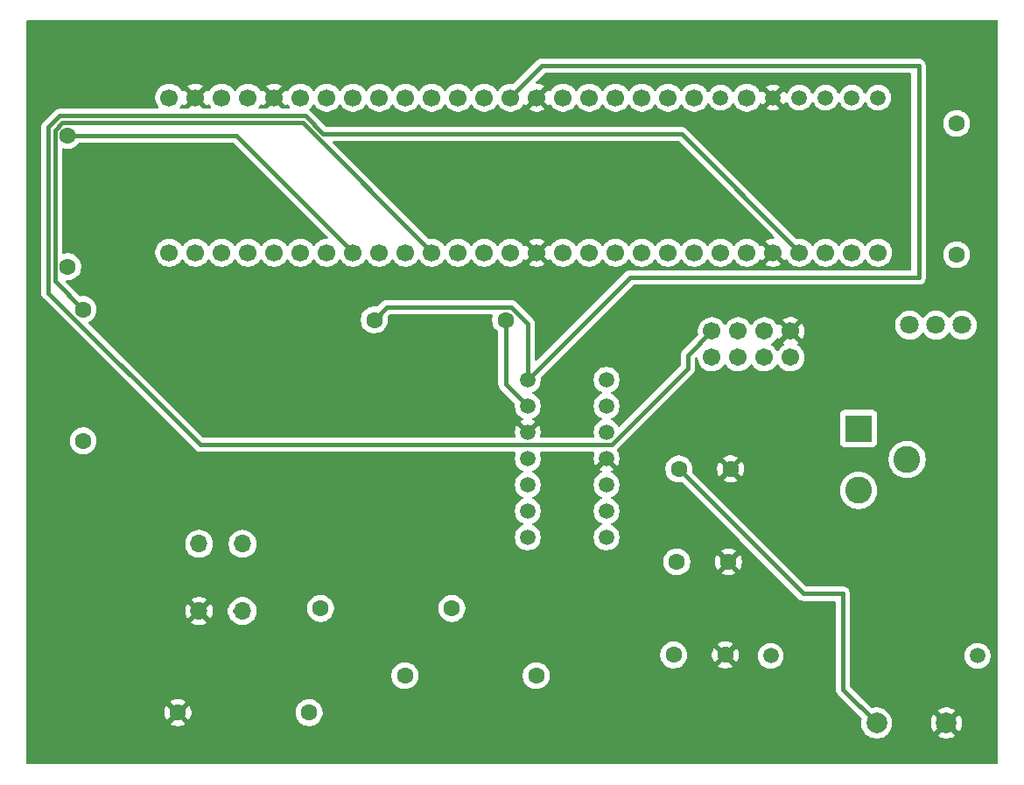
<source format=gbr>
%TF.GenerationSoftware,KiCad,Pcbnew,9.0.4*%
%TF.CreationDate,2025-11-19T22:25:03-07:00*%
%TF.ProjectId,PIC circuit,50494320-6369-4726-9375-69742e6b6963,rev?*%
%TF.SameCoordinates,Original*%
%TF.FileFunction,Copper,L2,Bot*%
%TF.FilePolarity,Positive*%
%FSLAX46Y46*%
G04 Gerber Fmt 4.6, Leading zero omitted, Abs format (unit mm)*
G04 Created by KiCad (PCBNEW 9.0.4) date 2025-11-19 22:25:03*
%MOMM*%
%LPD*%
G01*
G04 APERTURE LIST*
%TA.AperFunction,ComponentPad*%
%ADD10C,2.600000*%
%TD*%
%TA.AperFunction,ComponentPad*%
%ADD11R,2.600000X2.600000*%
%TD*%
%TA.AperFunction,ComponentPad*%
%ADD12C,1.800000*%
%TD*%
%TA.AperFunction,ComponentPad*%
%ADD13C,1.600000*%
%TD*%
%TA.AperFunction,ComponentPad*%
%ADD14C,1.500000*%
%TD*%
%TA.AperFunction,ComponentPad*%
%ADD15C,2.000000*%
%TD*%
%TA.AperFunction,ComponentPad*%
%ADD16C,1.701800*%
%TD*%
%TA.AperFunction,ComponentPad*%
%ADD17C,1.700000*%
%TD*%
%TA.AperFunction,ComponentPad*%
%ADD18O,1.700000X1.700000*%
%TD*%
%TA.AperFunction,Conductor*%
%ADD19C,0.381000*%
%TD*%
G04 APERTURE END LIST*
D10*
%TO.P,J1,3*%
%TO.N,N/C*%
X189700000Y-100500000D03*
%TO.P,J1,2*%
X185000000Y-103500000D03*
D11*
%TO.P,J1,1*%
X185000000Y-97500000D03*
%TD*%
D12*
%TO.P,U1,1,input*%
%TO.N,N/C*%
X189960000Y-87500000D03*
%TO.P,U1,2,ground*%
X192500000Y-87500000D03*
%TO.P,U1,3,output*%
X195040000Y-87500000D03*
%TD*%
D13*
%TO.P,R5,2*%
%TO.N,/RC3*%
X108500000Y-69150000D03*
%TO.P,R5,1*%
%TO.N,Net-(D4-A)*%
X108500000Y-81850000D03*
%TD*%
%TO.P,C3,2*%
%TO.N,Earth*%
X172120000Y-119420000D03*
%TO.P,C3,1*%
%TO.N,+5V*%
X167120000Y-119420000D03*
%TD*%
%TO.P,R1,1*%
%TO.N,/RA0*%
X138150000Y-87000000D03*
%TO.P,R1,2*%
%TO.N,Net-(MCP6004_RAD1-Vina-)*%
X150850000Y-87000000D03*
%TD*%
%TO.P,R3,1*%
%TO.N,+5V*%
X194500000Y-80700000D03*
%TO.P,R3,2*%
%TO.N,Net-(U2-RC6)*%
X194500000Y-68000000D03*
%TD*%
%TO.P,R6,1*%
%TO.N,Net-(D3-A)*%
X132960000Y-114920000D03*
%TO.P,R6,2*%
%TO.N,/RC2*%
X145660000Y-114920000D03*
%TD*%
D14*
%TO.P,F1,1*%
%TO.N,Net-(U1-output)*%
X176512500Y-119500000D03*
%TO.P,F1,2*%
%TO.N,+5V*%
X196512500Y-119500000D03*
%TD*%
D13*
%TO.P,C2,1*%
%TO.N,Net-(U1-output)*%
X167430000Y-110420000D03*
%TO.P,C2,2*%
%TO.N,Earth*%
X172430000Y-110420000D03*
%TD*%
D15*
%TO.P,TP1,1,1*%
%TO.N,Earth*%
X193500000Y-126000000D03*
%TD*%
D13*
%TO.P,R4,1*%
%TO.N,Net-(D5-A)*%
X141110000Y-121420000D03*
%TO.P,R4,2*%
%TO.N,/RA3*%
X153810000Y-121420000D03*
%TD*%
%TO.P,R2,1*%
%TO.N,Net-(D1-A)*%
X110000000Y-98700000D03*
%TO.P,R2,2*%
%TO.N,/RC4*%
X110000000Y-86000000D03*
%TD*%
D15*
%TO.P,TP2,1,1*%
%TO.N,+9V*%
X186762500Y-126000000D03*
%TD*%
D16*
%TO.P,J2,1,Pin_1*%
%TO.N,/TX*%
X170810000Y-90630200D03*
%TO.P,J2,2,Pin_2*%
%TO.N,/RX*%
X170810000Y-88090200D03*
%TO.P,J2,3,Pin_3*%
%TO.N,unconnected-(J2-Pin_3-Pad3)*%
X173350000Y-90630200D03*
%TO.P,J2,4,Pin_4*%
%TO.N,unconnected-(J2-Pin_4-Pad4)*%
X173350000Y-88090200D03*
%TO.P,J2,5,Pin_5*%
%TO.N,unconnected-(J2-Pin_5-Pad5)*%
X175890000Y-90630200D03*
%TO.P,J2,6,Pin_6*%
%TO.N,unconnected-(J2-Pin_6-Pad6)*%
X175890000Y-88090200D03*
%TO.P,J2,7,Pin_7*%
%TO.N,+5V*%
X178430000Y-90630200D03*
%TO.P,J2,8,Pin_8*%
%TO.N,Earth*%
X178430000Y-88090200D03*
%TD*%
D17*
%TO.P,U2,1,NC*%
%TO.N,unconnected-(U2-NC-Pad1)*%
X118320000Y-80500000D03*
%TO.P,U2,2,ID*%
%TO.N,unconnected-(U2-ID-Pad2)*%
X120860000Y-80500000D03*
%TO.P,U2,3,UART_TX/CDC_RX*%
%TO.N,unconnected-(U2-UART_TX{slash}CDC_RX-Pad3)*%
X123400000Y-80500000D03*
%TO.P,U2,4,UART_RX/CDC_TX*%
%TO.N,unconnected-(U2-UART_RX{slash}CDC_TX-Pad4)*%
X125940000Y-80500000D03*
%TO.P,U2,5,DBG1*%
%TO.N,unconnected-(U2-DBG1-Pad5)*%
X128480000Y-80500000D03*
%TO.P,U2,6,DBG2*%
%TO.N,unconnected-(U2-DBG2-Pad6)*%
X131020000Y-80500000D03*
%TO.P,U2,7,RC2*%
%TO.N,/RC2*%
X133560000Y-80500000D03*
%TO.P,U2,8,RC3*%
%TO.N,/RC3*%
X136100000Y-80500000D03*
%TO.P,U2,9,RB2*%
%TO.N,unconnected-(U2-RB2-Pad9)*%
X138640000Y-80500000D03*
%TO.P,U2,10,RB1*%
%TO.N,unconnected-(U2-RB1-Pad10)*%
X141180000Y-80500000D03*
%TO.P,U2,11,RC4*%
%TO.N,/RC4*%
X143720000Y-80500000D03*
%TO.P,U2,12,RC5*%
%TO.N,unconnected-(U2-RC5-Pad12)*%
X146260000Y-80500000D03*
%TO.P,U2,13,RC6*%
%TO.N,Net-(U2-RC6)*%
X148800000Y-80500000D03*
%TO.P,U2,14,RC4*%
%TO.N,unconnected-(U2-RC4-Pad14)*%
X151340000Y-80500000D03*
%TO.P,U2,15,GND*%
%TO.N,Earth*%
X153880000Y-80500000D03*
%TO.P,U2,16,RA3*%
%TO.N,/RA3*%
X156420000Y-80500000D03*
%TO.P,U2,17,RA4*%
%TO.N,unconnected-(U2-RA4-Pad17)*%
X158960000Y-80500000D03*
%TO.P,U2,18,RE2*%
%TO.N,unconnected-(U2-RE2-Pad18)*%
X161500000Y-80500000D03*
%TO.P,U2,19,RC7*%
%TO.N,unconnected-(U2-RC7-Pad19)*%
X164040000Y-80500000D03*
%TO.P,U2,20,RD0*%
%TO.N,unconnected-(U2-RD0-Pad20)*%
X166580000Y-80500000D03*
%TO.P,U2,21,RD1*%
%TO.N,unconnected-(U2-RD1-Pad21)*%
X169120000Y-80500000D03*
%TO.P,U2,22,RD2*%
%TO.N,unconnected-(U2-RD2-Pad22)*%
X171660000Y-80500000D03*
%TO.P,U2,23,RD3*%
%TO.N,unconnected-(U2-RD3-Pad23)*%
X174200000Y-80500000D03*
%TO.P,U2,24,GND*%
%TO.N,Earth*%
X176740000Y-80500000D03*
%TO.P,U2,25,RF0*%
%TO.N,/RX*%
X179280000Y-80500000D03*
%TO.P,U2,26,RF1*%
%TO.N,/TX*%
X181820000Y-80500000D03*
%TO.P,U2,27,RF2*%
%TO.N,unconnected-(U2-RF2-Pad27)*%
X184360000Y-80500000D03*
%TO.P,U2,28,RF3*%
%TO.N,unconnected-(U2-RF3-Pad28)*%
X186900000Y-80500000D03*
D14*
%TO.P,U2,29,RC0*%
%TO.N,unconnected-(U2-RC0-Pad29)*%
X186900000Y-65500000D03*
%TO.P,U2,30,RC1*%
%TO.N,unconnected-(U2-RC1-Pad30)*%
X184360000Y-65500000D03*
%TO.P,U2,31,RE0*%
%TO.N,unconnected-(U2-RE0-Pad31)*%
X181820000Y-65500000D03*
%TO.P,U2,32,RE1*%
%TO.N,unconnected-(U2-RE1-Pad32)*%
X179280000Y-65500000D03*
%TO.P,U2,33,GND*%
%TO.N,Earth*%
X176740000Y-65500000D03*
D17*
%TO.P,U2,34,RF4*%
%TO.N,unconnected-(U2-RF4-Pad34)*%
X174200000Y-65500000D03*
D14*
%TO.P,U2,35,RF5*%
%TO.N,unconnected-(U2-RF5-Pad35)*%
X171660000Y-65500000D03*
D17*
%TO.P,U2,36,RF6*%
%TO.N,unconnected-(U2-RF6-Pad36)*%
X169120000Y-65500000D03*
%TO.P,U2,37,RF7*%
%TO.N,unconnected-(U2-RF7-Pad37)*%
X166580000Y-65500000D03*
%TO.P,U2,38,RB5*%
%TO.N,unconnected-(U2-RB5-Pad38)*%
X164040000Y-65500000D03*
%TO.P,U2,39,RD5*%
%TO.N,unconnected-(U2-RD5-Pad39)*%
X161500000Y-65500000D03*
%TO.P,U2,40,RD6*%
%TO.N,unconnected-(U2-RD6-Pad40)*%
X158960000Y-65500000D03*
%TO.P,U2,41,RD7*%
%TO.N,unconnected-(U2-RD7-Pad41)*%
X156420000Y-65500000D03*
%TO.P,U2,42,GND*%
%TO.N,Earth*%
X153880000Y-65500000D03*
%TO.P,U2,43,RA0*%
%TO.N,/RA0*%
X151340000Y-65500000D03*
%TO.P,U2,44,RA1*%
%TO.N,unconnected-(U2-RA1-Pad44)*%
X148800000Y-65500000D03*
%TO.P,U2,45,RA2*%
%TO.N,unconnected-(U2-RA2-Pad45)*%
X146260000Y-65500000D03*
%TO.P,U2,46,RB0*%
%TO.N,unconnected-(U2-RB0-Pad46)*%
X143720000Y-65500000D03*
%TO.P,U2,47,RB3*%
%TO.N,unconnected-(U2-RB3-Pad47)*%
X141180000Y-65500000D03*
%TO.P,U2,48,RA5*%
%TO.N,unconnected-(U2-RA5-Pad48)*%
X138640000Y-65500000D03*
%TO.P,U2,49,RA6*%
%TO.N,unconnected-(U2-RA6-Pad49)*%
X136100000Y-65500000D03*
%TO.P,U2,50,RA7*%
%TO.N,unconnected-(U2-RA7-Pad50)*%
X133560000Y-65500000D03*
%TO.P,U2,51,VTG*%
%TO.N,+5V*%
X131020000Y-65500000D03*
%TO.P,U2,52,GND*%
%TO.N,Earth*%
X128480000Y-65500000D03*
%TO.P,U2,53,DBG0*%
%TO.N,unconnected-(U2-DBG0-Pad53)*%
X125940000Y-65500000D03*
%TO.P,U2,54,DBG3*%
%TO.N,unconnected-(U2-DBG3-Pad54)*%
X123400000Y-65500000D03*
%TO.P,U2,55,VOFF*%
%TO.N,Earth*%
X120860000Y-65500000D03*
%TO.P,U2,56,VBUS*%
%TO.N,unconnected-(U2-VBUS-Pad56)*%
X118320000Y-65500000D03*
%TD*%
D13*
%TO.P,R_sensor_RAD1,1*%
%TO.N,Earth*%
X119150000Y-125000000D03*
%TO.P,R_sensor_RAD1,2*%
%TO.N,+5V*%
X131850000Y-125000000D03*
%TD*%
%TO.P,C1,1*%
%TO.N,+9V*%
X167620000Y-101420000D03*
%TO.P,C1,2*%
%TO.N,Earth*%
X172620000Y-101420000D03*
%TD*%
D14*
%TO.P,MCP6004_RAD1,1,Vouta*%
%TO.N,/RA0*%
X153000000Y-92800000D03*
%TO.P,MCP6004_RAD1,2,Vina-*%
%TO.N,Net-(MCP6004_RAD1-Vina-)*%
X153000000Y-95340000D03*
%TO.P,MCP6004_RAD1,3,Vina+*%
%TO.N,Earth*%
X153000000Y-97880000D03*
%TO.P,MCP6004_RAD1,4,Vdd*%
%TO.N,+5V*%
X153000000Y-100420000D03*
%TO.P,MCP6004_RAD1,5,Vinb+*%
%TO.N,unconnected-(MCP6004_RAD1-Vinb+-Pad5)*%
X153000000Y-102960000D03*
%TO.P,MCP6004_RAD1,6,Vinb-*%
%TO.N,unconnected-(MCP6004_RAD1-Vinb--Pad6)*%
X153000000Y-105500000D03*
%TO.P,MCP6004_RAD1,7,Voutb*%
%TO.N,unconnected-(MCP6004_RAD1-Voutb-Pad7)*%
X153000000Y-108040000D03*
%TO.P,MCP6004_RAD1,8,Voutc*%
%TO.N,unconnected-(MCP6004_RAD1-Voutc-Pad8)*%
X160620000Y-108040000D03*
%TO.P,MCP6004_RAD1,9,Vinc-*%
%TO.N,unconnected-(MCP6004_RAD1-Vinc--Pad9)*%
X160620000Y-105500000D03*
%TO.P,MCP6004_RAD1,10,Vinc+*%
%TO.N,unconnected-(MCP6004_RAD1-Vinc+-Pad10)*%
X160620000Y-102960000D03*
%TO.P,MCP6004_RAD1,11,Vss*%
%TO.N,Earth*%
X160620000Y-100420000D03*
%TO.P,MCP6004_RAD1,12,Vind+*%
%TO.N,unconnected-(MCP6004_RAD1-Vind+-Pad12)*%
X160620000Y-97880000D03*
%TO.P,MCP6004_RAD1,13,Vind*%
%TO.N,unconnected-(MCP6004_RAD1-Vind-Pad13)*%
X160620000Y-95340000D03*
%TO.P,MCP6004_RAD1,14,Voutd*%
%TO.N,unconnected-(MCP6004_RAD1-Voutd-Pad14)*%
X160620000Y-92800000D03*
%TD*%
D18*
%TO.P,SW1,1,1*%
%TO.N,Earth*%
X121210000Y-115170000D03*
%TO.P,SW1,2,2*%
%TO.N,Net-(U2-RC6)*%
X125410000Y-115170000D03*
%TO.P,SW1,3*%
%TO.N,N/C*%
X125410000Y-108670000D03*
%TO.P,SW1,4*%
X121210000Y-108670000D03*
%TD*%
D19*
%TO.N,/RX*%
X170810000Y-88090200D02*
X168500000Y-90400200D01*
X168500000Y-91690693D02*
X161115193Y-99075500D01*
X167870000Y-69000000D02*
X179290000Y-80420000D01*
X168500000Y-90400200D02*
X168500000Y-91690693D01*
X107720657Y-67268500D02*
X131477940Y-67268500D01*
X161115193Y-99075500D02*
X121314097Y-99075500D01*
X133209440Y-69000000D02*
X167870000Y-69000000D01*
X121314097Y-99075500D02*
X106618500Y-84379903D01*
X131477940Y-67268500D02*
X133209440Y-69000000D01*
X106618500Y-84379903D02*
X106618500Y-68370657D01*
X106618500Y-68370657D02*
X107720657Y-67268500D01*
%TO.N,+9V*%
X183500000Y-113500000D02*
X183500000Y-122737500D01*
X183500000Y-122737500D02*
X186762500Y-126000000D01*
X183500000Y-113500000D02*
X179700000Y-113500000D01*
X179700000Y-113500000D02*
X167620000Y-101420000D01*
%TO.N,/RC3*%
X136110000Y-80420000D02*
X124840000Y-69150000D01*
X124840000Y-69150000D02*
X108500000Y-69150000D01*
%TO.N,Net-(MCP6004_RAD1-Vina-)*%
X153000000Y-95340000D02*
X150850000Y-93190000D01*
X150850000Y-93190000D02*
X150850000Y-87000000D01*
%TO.N,/RA0*%
X139395500Y-85754500D02*
X138150000Y-87000000D01*
X190810000Y-62420000D02*
X190810000Y-82920000D01*
X190810000Y-82920000D02*
X162880000Y-82920000D01*
X153000000Y-92800000D02*
X153000000Y-87388597D01*
X151365903Y-85754500D02*
X139395500Y-85754500D01*
X162880000Y-82920000D02*
X153000000Y-92800000D01*
X151350000Y-65420000D02*
X154350000Y-62420000D01*
X153000000Y-87388597D02*
X151365903Y-85754500D01*
X154350000Y-62420000D02*
X190810000Y-62420000D01*
%TO.N,Net-(U2-RC6)*%
X124648597Y-115170000D02*
X125410000Y-115170000D01*
%TO.N,/RC4*%
X110000000Y-86000000D02*
X107254500Y-83254500D01*
X107254500Y-83254500D02*
X107254500Y-68634097D01*
X107984097Y-67904500D02*
X131214500Y-67904500D01*
X107254500Y-68634097D02*
X107984097Y-67904500D01*
X131214500Y-67904500D02*
X143730000Y-80420000D01*
%TD*%
%TA.AperFunction,Conductor*%
%TO.N,Earth*%
G36*
X178030000Y-88142861D02*
G01*
X178057259Y-88244594D01*
X178109920Y-88335806D01*
X178184394Y-88410280D01*
X178275606Y-88462941D01*
X178377339Y-88490200D01*
X178383553Y-88490200D01*
X177667636Y-89206114D01*
X177667637Y-89206115D01*
X177721972Y-89245592D01*
X177729512Y-89249434D01*
X177780308Y-89297407D01*
X177797104Y-89365228D01*
X177774567Y-89431363D01*
X177729514Y-89470403D01*
X177721712Y-89474379D01*
X177549622Y-89599410D01*
X177549620Y-89599412D01*
X177549619Y-89599412D01*
X177399212Y-89749819D01*
X177399212Y-89749820D01*
X177399210Y-89749822D01*
X177361646Y-89801523D01*
X177274177Y-89921913D01*
X177270484Y-89929163D01*
X177222510Y-89979958D01*
X177154689Y-89996753D01*
X177088554Y-89974215D01*
X177049516Y-89929163D01*
X177045822Y-89921913D01*
X177027039Y-89896061D01*
X176920790Y-89749822D01*
X176770378Y-89599410D01*
X176598288Y-89474379D01*
X176591039Y-89470685D01*
X176540243Y-89422714D01*
X176523446Y-89354893D01*
X176545981Y-89288757D01*
X176591040Y-89249714D01*
X176598288Y-89246021D01*
X176770378Y-89120990D01*
X176920790Y-88970578D01*
X177045821Y-88798488D01*
X177049792Y-88790693D01*
X177097761Y-88739895D01*
X177165581Y-88723094D01*
X177231718Y-88745627D01*
X177270764Y-88790684D01*
X177274608Y-88798229D01*
X177314083Y-88852561D01*
X177314085Y-88852561D01*
X178030000Y-88136646D01*
X178030000Y-88142861D01*
G37*
%TD.AperFunction*%
%TA.AperFunction,Conductor*%
G36*
X167599455Y-69710685D02*
G01*
X167620097Y-69727319D01*
X176831098Y-78938319D01*
X176864583Y-78999642D01*
X176859599Y-79069334D01*
X176817727Y-79125267D01*
X176752263Y-79149684D01*
X176743417Y-79150000D01*
X176633754Y-79150000D01*
X176423872Y-79183242D01*
X176423869Y-79183242D01*
X176221782Y-79248904D01*
X176032439Y-79345380D01*
X175978282Y-79384727D01*
X175978282Y-79384728D01*
X176693554Y-80100000D01*
X176687339Y-80100000D01*
X176585606Y-80127259D01*
X176494394Y-80179920D01*
X176419920Y-80254394D01*
X176367259Y-80345606D01*
X176340000Y-80447339D01*
X176340000Y-80453554D01*
X175624728Y-79738282D01*
X175624727Y-79738282D01*
X175585380Y-79792440D01*
X175585376Y-79792446D01*
X175580760Y-79801505D01*
X175532781Y-79852297D01*
X175464959Y-79869087D01*
X175398826Y-79846543D01*
X175359794Y-79801493D01*
X175355051Y-79792184D01*
X175355049Y-79792181D01*
X175355048Y-79792179D01*
X175230109Y-79620213D01*
X175079786Y-79469890D01*
X174907820Y-79344951D01*
X174718414Y-79248444D01*
X174718413Y-79248443D01*
X174718412Y-79248443D01*
X174516243Y-79182754D01*
X174516241Y-79182753D01*
X174516240Y-79182753D01*
X174354957Y-79157208D01*
X174306287Y-79149500D01*
X174093713Y-79149500D01*
X174045042Y-79157208D01*
X173883760Y-79182753D01*
X173681585Y-79248444D01*
X173492179Y-79344951D01*
X173320213Y-79469890D01*
X173169890Y-79620213D01*
X173044949Y-79792182D01*
X173040484Y-79800946D01*
X172992509Y-79851742D01*
X172924688Y-79868536D01*
X172858553Y-79845998D01*
X172819516Y-79800946D01*
X172815050Y-79792182D01*
X172690109Y-79620213D01*
X172539786Y-79469890D01*
X172367820Y-79344951D01*
X172178414Y-79248444D01*
X172178413Y-79248443D01*
X172178412Y-79248443D01*
X171976243Y-79182754D01*
X171976241Y-79182753D01*
X171976240Y-79182753D01*
X171814957Y-79157208D01*
X171766287Y-79149500D01*
X171553713Y-79149500D01*
X171505042Y-79157208D01*
X171343760Y-79182753D01*
X171141585Y-79248444D01*
X170952179Y-79344951D01*
X170780213Y-79469890D01*
X170629890Y-79620213D01*
X170504949Y-79792182D01*
X170500484Y-79800946D01*
X170452509Y-79851742D01*
X170384688Y-79868536D01*
X170318553Y-79845998D01*
X170279516Y-79800946D01*
X170275050Y-79792182D01*
X170150109Y-79620213D01*
X169999786Y-79469890D01*
X169827820Y-79344951D01*
X169638414Y-79248444D01*
X169638413Y-79248443D01*
X169638412Y-79248443D01*
X169436243Y-79182754D01*
X169436241Y-79182753D01*
X169436240Y-79182753D01*
X169274957Y-79157208D01*
X169226287Y-79149500D01*
X169013713Y-79149500D01*
X168965042Y-79157208D01*
X168803760Y-79182753D01*
X168601585Y-79248444D01*
X168412179Y-79344951D01*
X168240213Y-79469890D01*
X168089890Y-79620213D01*
X167964949Y-79792182D01*
X167960484Y-79800946D01*
X167912509Y-79851742D01*
X167844688Y-79868536D01*
X167778553Y-79845998D01*
X167739516Y-79800946D01*
X167735050Y-79792182D01*
X167610109Y-79620213D01*
X167459786Y-79469890D01*
X167287820Y-79344951D01*
X167098414Y-79248444D01*
X167098413Y-79248443D01*
X167098412Y-79248443D01*
X166896243Y-79182754D01*
X166896241Y-79182753D01*
X166896240Y-79182753D01*
X166734957Y-79157208D01*
X166686287Y-79149500D01*
X166473713Y-79149500D01*
X166425042Y-79157208D01*
X166263760Y-79182753D01*
X166061585Y-79248444D01*
X165872179Y-79344951D01*
X165700213Y-79469890D01*
X165549890Y-79620213D01*
X165424949Y-79792182D01*
X165420484Y-79800946D01*
X165372509Y-79851742D01*
X165304688Y-79868536D01*
X165238553Y-79845998D01*
X165199516Y-79800946D01*
X165195050Y-79792182D01*
X165070109Y-79620213D01*
X164919786Y-79469890D01*
X164747820Y-79344951D01*
X164558414Y-79248444D01*
X164558413Y-79248443D01*
X164558412Y-79248443D01*
X164356243Y-79182754D01*
X164356241Y-79182753D01*
X164356240Y-79182753D01*
X164194957Y-79157208D01*
X164146287Y-79149500D01*
X163933713Y-79149500D01*
X163885042Y-79157208D01*
X163723760Y-79182753D01*
X163521585Y-79248444D01*
X163332179Y-79344951D01*
X163160213Y-79469890D01*
X163009890Y-79620213D01*
X162884949Y-79792182D01*
X162880484Y-79800946D01*
X162832509Y-79851742D01*
X162764688Y-79868536D01*
X162698553Y-79845998D01*
X162659516Y-79800946D01*
X162655050Y-79792182D01*
X162530109Y-79620213D01*
X162379786Y-79469890D01*
X162207820Y-79344951D01*
X162018414Y-79248444D01*
X162018413Y-79248443D01*
X162018412Y-79248443D01*
X161816243Y-79182754D01*
X161816241Y-79182753D01*
X161816240Y-79182753D01*
X161654957Y-79157208D01*
X161606287Y-79149500D01*
X161393713Y-79149500D01*
X161345042Y-79157208D01*
X161183760Y-79182753D01*
X160981585Y-79248444D01*
X160792179Y-79344951D01*
X160620213Y-79469890D01*
X160469890Y-79620213D01*
X160344949Y-79792182D01*
X160340484Y-79800946D01*
X160292509Y-79851742D01*
X160224688Y-79868536D01*
X160158553Y-79845998D01*
X160119516Y-79800946D01*
X160115050Y-79792182D01*
X159990109Y-79620213D01*
X159839786Y-79469890D01*
X159667820Y-79344951D01*
X159478414Y-79248444D01*
X159478413Y-79248443D01*
X159478412Y-79248443D01*
X159276243Y-79182754D01*
X159276241Y-79182753D01*
X159276240Y-79182753D01*
X159114957Y-79157208D01*
X159066287Y-79149500D01*
X158853713Y-79149500D01*
X158805042Y-79157208D01*
X158643760Y-79182753D01*
X158441585Y-79248444D01*
X158252179Y-79344951D01*
X158080213Y-79469890D01*
X157929890Y-79620213D01*
X157804949Y-79792182D01*
X157800484Y-79800946D01*
X157752509Y-79851742D01*
X157684688Y-79868536D01*
X157618553Y-79845998D01*
X157579516Y-79800946D01*
X157575050Y-79792182D01*
X157450109Y-79620213D01*
X157299786Y-79469890D01*
X157127820Y-79344951D01*
X156938414Y-79248444D01*
X156938413Y-79248443D01*
X156938412Y-79248443D01*
X156736243Y-79182754D01*
X156736241Y-79182753D01*
X156736240Y-79182753D01*
X156574957Y-79157208D01*
X156526287Y-79149500D01*
X156313713Y-79149500D01*
X156265042Y-79157208D01*
X156103760Y-79182753D01*
X155901585Y-79248444D01*
X155712179Y-79344951D01*
X155540213Y-79469890D01*
X155389890Y-79620213D01*
X155264949Y-79792182D01*
X155260202Y-79801499D01*
X155212227Y-79852293D01*
X155144405Y-79869087D01*
X155078271Y-79846548D01*
X155039234Y-79801495D01*
X155034626Y-79792452D01*
X154995270Y-79738282D01*
X154995269Y-79738282D01*
X154280000Y-80453552D01*
X154280000Y-80447339D01*
X154252741Y-80345606D01*
X154200080Y-80254394D01*
X154125606Y-80179920D01*
X154034394Y-80127259D01*
X153932661Y-80100000D01*
X153926447Y-80100000D01*
X154641716Y-79384728D01*
X154587550Y-79345375D01*
X154398217Y-79248904D01*
X154196129Y-79183242D01*
X153986246Y-79150000D01*
X153773754Y-79150000D01*
X153563872Y-79183242D01*
X153563869Y-79183242D01*
X153361782Y-79248904D01*
X153172439Y-79345380D01*
X153118282Y-79384727D01*
X153118282Y-79384728D01*
X153833554Y-80100000D01*
X153827339Y-80100000D01*
X153725606Y-80127259D01*
X153634394Y-80179920D01*
X153559920Y-80254394D01*
X153507259Y-80345606D01*
X153480000Y-80447339D01*
X153480000Y-80453554D01*
X152764728Y-79738282D01*
X152764727Y-79738282D01*
X152725380Y-79792440D01*
X152725376Y-79792446D01*
X152720760Y-79801505D01*
X152672781Y-79852297D01*
X152604959Y-79869087D01*
X152538826Y-79846543D01*
X152499794Y-79801493D01*
X152495051Y-79792184D01*
X152495049Y-79792181D01*
X152495048Y-79792179D01*
X152370109Y-79620213D01*
X152219786Y-79469890D01*
X152047820Y-79344951D01*
X151858414Y-79248444D01*
X151858413Y-79248443D01*
X151858412Y-79248443D01*
X151656243Y-79182754D01*
X151656241Y-79182753D01*
X151656240Y-79182753D01*
X151494957Y-79157208D01*
X151446287Y-79149500D01*
X151233713Y-79149500D01*
X151185042Y-79157208D01*
X151023760Y-79182753D01*
X150821585Y-79248444D01*
X150632179Y-79344951D01*
X150460213Y-79469890D01*
X150309890Y-79620213D01*
X150184949Y-79792182D01*
X150180484Y-79800946D01*
X150132509Y-79851742D01*
X150064688Y-79868536D01*
X149998553Y-79845998D01*
X149959516Y-79800946D01*
X149955050Y-79792182D01*
X149830109Y-79620213D01*
X149679786Y-79469890D01*
X149507820Y-79344951D01*
X149318414Y-79248444D01*
X149318413Y-79248443D01*
X149318412Y-79248443D01*
X149116243Y-79182754D01*
X149116241Y-79182753D01*
X149116240Y-79182753D01*
X148954957Y-79157208D01*
X148906287Y-79149500D01*
X148693713Y-79149500D01*
X148645042Y-79157208D01*
X148483760Y-79182753D01*
X148281585Y-79248444D01*
X148092179Y-79344951D01*
X147920213Y-79469890D01*
X147769890Y-79620213D01*
X147644949Y-79792182D01*
X147640484Y-79800946D01*
X147592509Y-79851742D01*
X147524688Y-79868536D01*
X147458553Y-79845998D01*
X147419516Y-79800946D01*
X147415050Y-79792182D01*
X147290109Y-79620213D01*
X147139786Y-79469890D01*
X146967820Y-79344951D01*
X146778414Y-79248444D01*
X146778413Y-79248443D01*
X146778412Y-79248443D01*
X146576243Y-79182754D01*
X146576241Y-79182753D01*
X146576240Y-79182753D01*
X146414957Y-79157208D01*
X146366287Y-79149500D01*
X146153713Y-79149500D01*
X146105042Y-79157208D01*
X145943760Y-79182753D01*
X145741585Y-79248444D01*
X145552179Y-79344951D01*
X145380213Y-79469890D01*
X145229890Y-79620213D01*
X145104949Y-79792182D01*
X145100484Y-79800946D01*
X145052509Y-79851742D01*
X144984688Y-79868536D01*
X144918553Y-79845998D01*
X144879516Y-79800946D01*
X144875050Y-79792182D01*
X144750109Y-79620213D01*
X144599786Y-79469890D01*
X144427820Y-79344951D01*
X144238414Y-79248444D01*
X144238413Y-79248443D01*
X144238412Y-79248443D01*
X144036243Y-79182754D01*
X144036241Y-79182753D01*
X144036240Y-79182753D01*
X143874957Y-79157208D01*
X143826287Y-79149500D01*
X143613713Y-79149500D01*
X143523323Y-79163816D01*
X143454030Y-79154861D01*
X143416245Y-79129024D01*
X134189903Y-69902681D01*
X134156418Y-69841358D01*
X134161402Y-69771666D01*
X134203274Y-69715733D01*
X134268738Y-69691316D01*
X134277584Y-69691000D01*
X167532416Y-69691000D01*
X167599455Y-69710685D01*
G37*
%TD.AperFunction*%
%TA.AperFunction,Conductor*%
G36*
X120460000Y-65552661D02*
G01*
X120487259Y-65654394D01*
X120539920Y-65745606D01*
X120614394Y-65820080D01*
X120705606Y-65872741D01*
X120807339Y-65900000D01*
X120813554Y-65900000D01*
X120172373Y-66541181D01*
X120111050Y-66574666D01*
X120084692Y-66577500D01*
X119449825Y-66577500D01*
X119382786Y-66557815D01*
X119337031Y-66505011D01*
X119327087Y-66435853D01*
X119349507Y-66380615D01*
X119475048Y-66207820D01*
X119475051Y-66207816D01*
X119479793Y-66198508D01*
X119527763Y-66147711D01*
X119595583Y-66130911D01*
X119661719Y-66153445D01*
X119700763Y-66198500D01*
X119705373Y-66207547D01*
X119744728Y-66261716D01*
X120460000Y-65546445D01*
X120460000Y-65552661D01*
G37*
%TD.AperFunction*%
%TA.AperFunction,Conductor*%
G36*
X121975270Y-66261717D02*
G01*
X121975270Y-66261716D01*
X122014622Y-66207555D01*
X122019232Y-66198507D01*
X122067205Y-66147709D01*
X122135025Y-66130912D01*
X122201161Y-66153447D01*
X122240204Y-66198504D01*
X122244949Y-66207817D01*
X122370493Y-66380615D01*
X122393973Y-66446422D01*
X122378147Y-66514475D01*
X122328041Y-66563170D01*
X122270175Y-66577500D01*
X121635308Y-66577500D01*
X121568269Y-66557815D01*
X121547627Y-66541181D01*
X120906446Y-65900000D01*
X120912661Y-65900000D01*
X121014394Y-65872741D01*
X121105606Y-65820080D01*
X121180080Y-65745606D01*
X121232741Y-65654394D01*
X121260000Y-65552661D01*
X121260000Y-65546446D01*
X121975270Y-66261717D01*
G37*
%TD.AperFunction*%
%TA.AperFunction,Conductor*%
G36*
X128080000Y-65552661D02*
G01*
X128107259Y-65654394D01*
X128159920Y-65745606D01*
X128234394Y-65820080D01*
X128325606Y-65872741D01*
X128427339Y-65900000D01*
X128433554Y-65900000D01*
X127792373Y-66541181D01*
X127731050Y-66574666D01*
X127704692Y-66577500D01*
X127069825Y-66577500D01*
X127002786Y-66557815D01*
X126957031Y-66505011D01*
X126947087Y-66435853D01*
X126969507Y-66380615D01*
X127095048Y-66207820D01*
X127095051Y-66207816D01*
X127099793Y-66198508D01*
X127147763Y-66147711D01*
X127215583Y-66130911D01*
X127281719Y-66153445D01*
X127320763Y-66198500D01*
X127325373Y-66207547D01*
X127364728Y-66261716D01*
X128080000Y-65546445D01*
X128080000Y-65552661D01*
G37*
%TD.AperFunction*%
%TA.AperFunction,Conductor*%
G36*
X129595270Y-66261717D02*
G01*
X129595270Y-66261716D01*
X129634622Y-66207555D01*
X129639232Y-66198507D01*
X129687205Y-66147709D01*
X129755025Y-66130912D01*
X129821161Y-66153447D01*
X129860204Y-66198504D01*
X129864949Y-66207817D01*
X129990493Y-66380615D01*
X130013973Y-66446422D01*
X129998147Y-66514475D01*
X129948041Y-66563170D01*
X129890175Y-66577500D01*
X129255308Y-66577500D01*
X129188269Y-66557815D01*
X129167627Y-66541181D01*
X128526446Y-65900000D01*
X128532661Y-65900000D01*
X128634394Y-65872741D01*
X128725606Y-65820080D01*
X128800080Y-65745606D01*
X128852741Y-65654394D01*
X128880000Y-65552661D01*
X128880000Y-65546446D01*
X129595270Y-66261717D01*
G37*
%TD.AperFunction*%
%TA.AperFunction,Conductor*%
G36*
X198442539Y-58020185D02*
G01*
X198488294Y-58072989D01*
X198499500Y-58124500D01*
X198499500Y-129875500D01*
X198479815Y-129942539D01*
X198427011Y-129988294D01*
X198375500Y-129999500D01*
X104624500Y-129999500D01*
X104557461Y-129979815D01*
X104511706Y-129927011D01*
X104500500Y-129875500D01*
X104500500Y-124897682D01*
X117850000Y-124897682D01*
X117850000Y-125102317D01*
X117882009Y-125304417D01*
X117945244Y-125499031D01*
X118038141Y-125681350D01*
X118038147Y-125681359D01*
X118070523Y-125725921D01*
X118070524Y-125725922D01*
X118750000Y-125046446D01*
X118750000Y-125052661D01*
X118777259Y-125154394D01*
X118829920Y-125245606D01*
X118904394Y-125320080D01*
X118995606Y-125372741D01*
X119097339Y-125400000D01*
X119103553Y-125400000D01*
X118424076Y-126079474D01*
X118468650Y-126111859D01*
X118650968Y-126204755D01*
X118845582Y-126267990D01*
X119047683Y-126300000D01*
X119252317Y-126300000D01*
X119454417Y-126267990D01*
X119649031Y-126204755D01*
X119831349Y-126111859D01*
X119875921Y-126079474D01*
X119196447Y-125400000D01*
X119202661Y-125400000D01*
X119304394Y-125372741D01*
X119395606Y-125320080D01*
X119470080Y-125245606D01*
X119522741Y-125154394D01*
X119550000Y-125052661D01*
X119550000Y-125046448D01*
X120229474Y-125725922D01*
X120229474Y-125725921D01*
X120261859Y-125681349D01*
X120354755Y-125499031D01*
X120417990Y-125304417D01*
X120450000Y-125102317D01*
X120450000Y-124897682D01*
X120449995Y-124897648D01*
X130549500Y-124897648D01*
X130549500Y-125102351D01*
X130581522Y-125304534D01*
X130644781Y-125499223D01*
X130669006Y-125546766D01*
X130737585Y-125681359D01*
X130737715Y-125681613D01*
X130858028Y-125847213D01*
X131002786Y-125991971D01*
X131104441Y-126065826D01*
X131168390Y-126112287D01*
X131284607Y-126171503D01*
X131350776Y-126205218D01*
X131350778Y-126205218D01*
X131350781Y-126205220D01*
X131455137Y-126239127D01*
X131545465Y-126268477D01*
X131646557Y-126284488D01*
X131747648Y-126300500D01*
X131747649Y-126300500D01*
X131952351Y-126300500D01*
X131952352Y-126300500D01*
X132154534Y-126268477D01*
X132349219Y-126205220D01*
X132531610Y-126112287D01*
X132624590Y-126044732D01*
X132697213Y-125991971D01*
X132697215Y-125991968D01*
X132697219Y-125991966D01*
X132841966Y-125847219D01*
X132841968Y-125847215D01*
X132841971Y-125847213D01*
X132894732Y-125774590D01*
X132962287Y-125681610D01*
X133055220Y-125499219D01*
X133118477Y-125304534D01*
X133150500Y-125102352D01*
X133150500Y-124897648D01*
X133131445Y-124777340D01*
X133118477Y-124695465D01*
X133066967Y-124536934D01*
X133055220Y-124500781D01*
X133055218Y-124500778D01*
X133055218Y-124500776D01*
X132962419Y-124318650D01*
X132962287Y-124318390D01*
X132930092Y-124274077D01*
X132841971Y-124152786D01*
X132697213Y-124008028D01*
X132531613Y-123887715D01*
X132531612Y-123887714D01*
X132531610Y-123887713D01*
X132474653Y-123858691D01*
X132349223Y-123794781D01*
X132154534Y-123731522D01*
X131979995Y-123703878D01*
X131952352Y-123699500D01*
X131747648Y-123699500D01*
X131723329Y-123703351D01*
X131545465Y-123731522D01*
X131350776Y-123794781D01*
X131168386Y-123887715D01*
X131002786Y-124008028D01*
X130858028Y-124152786D01*
X130737715Y-124318386D01*
X130644781Y-124500776D01*
X130581522Y-124695465D01*
X130549500Y-124897648D01*
X120449995Y-124897648D01*
X120417990Y-124695582D01*
X120354755Y-124500968D01*
X120261859Y-124318650D01*
X120229474Y-124274077D01*
X120229474Y-124274076D01*
X119550000Y-124953551D01*
X119550000Y-124947339D01*
X119522741Y-124845606D01*
X119470080Y-124754394D01*
X119395606Y-124679920D01*
X119304394Y-124627259D01*
X119202661Y-124600000D01*
X119196446Y-124600000D01*
X119875922Y-123920524D01*
X119875921Y-123920523D01*
X119831359Y-123888147D01*
X119831350Y-123888141D01*
X119649031Y-123795244D01*
X119454417Y-123732009D01*
X119252317Y-123700000D01*
X119047683Y-123700000D01*
X118845582Y-123732009D01*
X118650968Y-123795244D01*
X118468644Y-123888143D01*
X118424077Y-123920523D01*
X118424077Y-123920524D01*
X119103554Y-124600000D01*
X119097339Y-124600000D01*
X118995606Y-124627259D01*
X118904394Y-124679920D01*
X118829920Y-124754394D01*
X118777259Y-124845606D01*
X118750000Y-124947339D01*
X118750000Y-124953553D01*
X118070524Y-124274077D01*
X118070523Y-124274077D01*
X118038143Y-124318644D01*
X117945244Y-124500968D01*
X117882009Y-124695582D01*
X117850000Y-124897682D01*
X104500500Y-124897682D01*
X104500500Y-121317648D01*
X139809500Y-121317648D01*
X139809500Y-121522351D01*
X139841522Y-121724534D01*
X139904781Y-121919223D01*
X139997715Y-122101613D01*
X140118028Y-122267213D01*
X140262786Y-122411971D01*
X140417749Y-122524556D01*
X140428390Y-122532287D01*
X140544607Y-122591503D01*
X140610776Y-122625218D01*
X140610778Y-122625218D01*
X140610781Y-122625220D01*
X140715137Y-122659127D01*
X140805465Y-122688477D01*
X140906557Y-122704488D01*
X141007648Y-122720500D01*
X141007649Y-122720500D01*
X141212351Y-122720500D01*
X141212352Y-122720500D01*
X141414534Y-122688477D01*
X141609219Y-122625220D01*
X141791610Y-122532287D01*
X141937526Y-122426274D01*
X141957213Y-122411971D01*
X141957215Y-122411968D01*
X141957219Y-122411966D01*
X142101966Y-122267219D01*
X142101968Y-122267215D01*
X142101971Y-122267213D01*
X142154732Y-122194590D01*
X142222287Y-122101610D01*
X142315220Y-121919219D01*
X142378477Y-121724534D01*
X142410500Y-121522352D01*
X142410500Y-121317648D01*
X152509500Y-121317648D01*
X152509500Y-121522351D01*
X152541522Y-121724534D01*
X152604781Y-121919223D01*
X152697715Y-122101613D01*
X152818028Y-122267213D01*
X152962786Y-122411971D01*
X153117749Y-122524556D01*
X153128390Y-122532287D01*
X153244607Y-122591503D01*
X153310776Y-122625218D01*
X153310778Y-122625218D01*
X153310781Y-122625220D01*
X153415137Y-122659127D01*
X153505465Y-122688477D01*
X153606557Y-122704488D01*
X153707648Y-122720500D01*
X153707649Y-122720500D01*
X153912351Y-122720500D01*
X153912352Y-122720500D01*
X154114534Y-122688477D01*
X154309219Y-122625220D01*
X154491610Y-122532287D01*
X154637526Y-122426274D01*
X154657213Y-122411971D01*
X154657215Y-122411968D01*
X154657219Y-122411966D01*
X154801966Y-122267219D01*
X154801968Y-122267215D01*
X154801971Y-122267213D01*
X154854732Y-122194590D01*
X154922287Y-122101610D01*
X155015220Y-121919219D01*
X155078477Y-121724534D01*
X155110500Y-121522352D01*
X155110500Y-121317648D01*
X155078477Y-121115466D01*
X155015220Y-120920781D01*
X155015218Y-120920778D01*
X155015218Y-120920776D01*
X154928457Y-120750500D01*
X154922287Y-120738390D01*
X154908715Y-120719709D01*
X154801971Y-120572786D01*
X154657213Y-120428028D01*
X154491613Y-120307715D01*
X154491612Y-120307714D01*
X154491610Y-120307713D01*
X154434653Y-120278691D01*
X154309223Y-120214781D01*
X154114534Y-120151522D01*
X153939995Y-120123878D01*
X153912352Y-120119500D01*
X153707648Y-120119500D01*
X153683329Y-120123351D01*
X153505465Y-120151522D01*
X153310776Y-120214781D01*
X153128386Y-120307715D01*
X152962786Y-120428028D01*
X152818028Y-120572786D01*
X152697715Y-120738386D01*
X152604781Y-120920776D01*
X152541522Y-121115465D01*
X152509500Y-121317648D01*
X142410500Y-121317648D01*
X142378477Y-121115466D01*
X142315220Y-120920781D01*
X142315218Y-120920778D01*
X142315218Y-120920776D01*
X142228457Y-120750500D01*
X142222287Y-120738390D01*
X142208715Y-120719709D01*
X142101971Y-120572786D01*
X141957213Y-120428028D01*
X141791613Y-120307715D01*
X141791612Y-120307714D01*
X141791610Y-120307713D01*
X141734653Y-120278691D01*
X141609223Y-120214781D01*
X141414534Y-120151522D01*
X141239995Y-120123878D01*
X141212352Y-120119500D01*
X141007648Y-120119500D01*
X140983329Y-120123351D01*
X140805465Y-120151522D01*
X140610776Y-120214781D01*
X140428386Y-120307715D01*
X140262786Y-120428028D01*
X140118028Y-120572786D01*
X139997715Y-120738386D01*
X139904781Y-120920776D01*
X139841522Y-121115465D01*
X139809500Y-121317648D01*
X104500500Y-121317648D01*
X104500500Y-119317648D01*
X165819500Y-119317648D01*
X165819500Y-119522351D01*
X165851522Y-119724534D01*
X165914781Y-119919223D01*
X165945762Y-119980025D01*
X166007585Y-120101359D01*
X166007715Y-120101613D01*
X166128028Y-120267213D01*
X166272786Y-120411971D01*
X166393226Y-120499474D01*
X166438390Y-120532287D01*
X166511470Y-120569523D01*
X166620776Y-120625218D01*
X166620778Y-120625218D01*
X166620781Y-120625220D01*
X166724382Y-120658882D01*
X166815465Y-120688477D01*
X166916557Y-120704488D01*
X167017648Y-120720500D01*
X167017649Y-120720500D01*
X167222351Y-120720500D01*
X167222352Y-120720500D01*
X167424534Y-120688477D01*
X167619219Y-120625220D01*
X167801610Y-120532287D01*
X167894590Y-120464732D01*
X167967213Y-120411971D01*
X167967215Y-120411968D01*
X167967219Y-120411966D01*
X168111966Y-120267219D01*
X168111968Y-120267215D01*
X168111971Y-120267213D01*
X168196024Y-120151522D01*
X168232287Y-120101610D01*
X168325220Y-119919219D01*
X168388477Y-119724534D01*
X168420500Y-119522352D01*
X168420500Y-119317682D01*
X170820000Y-119317682D01*
X170820000Y-119522317D01*
X170852009Y-119724417D01*
X170915244Y-119919031D01*
X171008141Y-120101350D01*
X171008147Y-120101359D01*
X171040523Y-120145921D01*
X171040524Y-120145922D01*
X171720000Y-119466446D01*
X171720000Y-119472661D01*
X171747259Y-119574394D01*
X171799920Y-119665606D01*
X171874394Y-119740080D01*
X171965606Y-119792741D01*
X172067339Y-119820000D01*
X172073553Y-119820000D01*
X171394076Y-120499474D01*
X171438650Y-120531859D01*
X171620968Y-120624755D01*
X171815582Y-120687990D01*
X172017683Y-120720000D01*
X172222317Y-120720000D01*
X172424417Y-120687990D01*
X172619031Y-120624755D01*
X172801349Y-120531859D01*
X172845921Y-120499474D01*
X172166447Y-119820000D01*
X172172661Y-119820000D01*
X172274394Y-119792741D01*
X172365606Y-119740080D01*
X172440080Y-119665606D01*
X172492741Y-119574394D01*
X172520000Y-119472661D01*
X172520000Y-119466447D01*
X173199474Y-120145921D01*
X173231859Y-120101349D01*
X173324755Y-119919031D01*
X173387990Y-119724417D01*
X173420000Y-119522317D01*
X173420000Y-119401577D01*
X175262000Y-119401577D01*
X175262000Y-119598422D01*
X175292790Y-119792826D01*
X175353617Y-119980029D01*
X175438144Y-120145921D01*
X175442976Y-120155405D01*
X175558672Y-120314646D01*
X175697854Y-120453828D01*
X175857095Y-120569524D01*
X175939955Y-120611743D01*
X176032470Y-120658882D01*
X176032472Y-120658882D01*
X176032475Y-120658884D01*
X176122054Y-120687990D01*
X176219673Y-120719709D01*
X176414078Y-120750500D01*
X176414083Y-120750500D01*
X176610922Y-120750500D01*
X176805326Y-120719709D01*
X176992525Y-120658884D01*
X177167905Y-120569524D01*
X177327146Y-120453828D01*
X177466328Y-120314646D01*
X177582024Y-120155405D01*
X177671384Y-119980025D01*
X177732209Y-119792826D01*
X177740563Y-119740080D01*
X177763000Y-119598422D01*
X177763000Y-119401577D01*
X177732209Y-119207173D01*
X177671382Y-119019970D01*
X177582023Y-118844594D01*
X177466328Y-118685354D01*
X177327146Y-118546172D01*
X177167905Y-118430476D01*
X177163112Y-118428034D01*
X176992529Y-118341117D01*
X176805326Y-118280290D01*
X176610922Y-118249500D01*
X176610917Y-118249500D01*
X176414083Y-118249500D01*
X176414078Y-118249500D01*
X176219673Y-118280290D01*
X176032470Y-118341117D01*
X175857094Y-118430476D01*
X175766241Y-118496485D01*
X175697854Y-118546172D01*
X175697852Y-118546174D01*
X175697851Y-118546174D01*
X175558674Y-118685351D01*
X175558674Y-118685352D01*
X175558672Y-118685354D01*
X175520142Y-118738386D01*
X175442976Y-118844594D01*
X175353617Y-119019970D01*
X175292790Y-119207173D01*
X175262000Y-119401577D01*
X173420000Y-119401577D01*
X173420000Y-119317682D01*
X173387990Y-119115582D01*
X173324755Y-118920968D01*
X173231859Y-118738650D01*
X173199474Y-118694077D01*
X173199474Y-118694076D01*
X172520000Y-119373551D01*
X172520000Y-119367339D01*
X172492741Y-119265606D01*
X172440080Y-119174394D01*
X172365606Y-119099920D01*
X172274394Y-119047259D01*
X172172661Y-119020000D01*
X172166446Y-119020000D01*
X172845922Y-118340524D01*
X172845921Y-118340523D01*
X172801359Y-118308147D01*
X172801350Y-118308141D01*
X172619031Y-118215244D01*
X172424417Y-118152009D01*
X172222317Y-118120000D01*
X172017683Y-118120000D01*
X171815582Y-118152009D01*
X171620968Y-118215244D01*
X171438644Y-118308143D01*
X171394077Y-118340523D01*
X171394077Y-118340524D01*
X172073554Y-119020000D01*
X172067339Y-119020000D01*
X171965606Y-119047259D01*
X171874394Y-119099920D01*
X171799920Y-119174394D01*
X171747259Y-119265606D01*
X171720000Y-119367339D01*
X171720000Y-119373553D01*
X171040524Y-118694077D01*
X171040523Y-118694077D01*
X171008143Y-118738644D01*
X170915244Y-118920968D01*
X170852009Y-119115582D01*
X170820000Y-119317682D01*
X168420500Y-119317682D01*
X168420500Y-119317648D01*
X168403002Y-119207173D01*
X168388477Y-119115465D01*
X168357448Y-119019970D01*
X168325220Y-118920781D01*
X168325218Y-118920778D01*
X168325218Y-118920776D01*
X168232419Y-118738650D01*
X168232287Y-118738390D01*
X168200092Y-118694077D01*
X168111971Y-118572786D01*
X167967213Y-118428028D01*
X167801613Y-118307715D01*
X167801612Y-118307714D01*
X167801610Y-118307713D01*
X167744653Y-118278691D01*
X167619223Y-118214781D01*
X167424534Y-118151522D01*
X167249995Y-118123878D01*
X167222352Y-118119500D01*
X167017648Y-118119500D01*
X166993329Y-118123351D01*
X166815465Y-118151522D01*
X166620776Y-118214781D01*
X166438386Y-118307715D01*
X166272786Y-118428028D01*
X166128028Y-118572786D01*
X166007715Y-118738386D01*
X165914781Y-118920776D01*
X165851522Y-119115465D01*
X165819500Y-119317648D01*
X104500500Y-119317648D01*
X104500500Y-115063753D01*
X119860000Y-115063753D01*
X119860000Y-115276246D01*
X119893242Y-115486127D01*
X119893242Y-115486130D01*
X119958904Y-115688217D01*
X120055375Y-115877550D01*
X120094728Y-115931716D01*
X120810000Y-115216444D01*
X120810000Y-115222661D01*
X120837259Y-115324394D01*
X120889920Y-115415606D01*
X120964394Y-115490080D01*
X121055606Y-115542741D01*
X121157339Y-115570000D01*
X121163554Y-115570000D01*
X120448282Y-116285269D01*
X120448282Y-116285270D01*
X120502449Y-116324624D01*
X120691782Y-116421095D01*
X120893870Y-116486757D01*
X121103754Y-116520000D01*
X121316246Y-116520000D01*
X121526127Y-116486757D01*
X121526130Y-116486757D01*
X121728217Y-116421095D01*
X121917554Y-116324622D01*
X121971716Y-116285270D01*
X121971717Y-116285270D01*
X121256446Y-115570000D01*
X121262661Y-115570000D01*
X121364394Y-115542741D01*
X121455606Y-115490080D01*
X121530080Y-115415606D01*
X121582741Y-115324394D01*
X121610000Y-115222661D01*
X121610000Y-115216446D01*
X122325270Y-115931717D01*
X122325270Y-115931716D01*
X122364622Y-115877554D01*
X122461095Y-115688217D01*
X122526757Y-115486130D01*
X122526757Y-115486127D01*
X122560000Y-115276246D01*
X122560000Y-115238060D01*
X123957596Y-115238060D01*
X123984150Y-115371551D01*
X123984153Y-115371561D01*
X124036237Y-115497304D01*
X124036244Y-115497317D01*
X124111862Y-115610486D01*
X124111865Y-115610490D01*
X124122305Y-115620930D01*
X124152553Y-115670288D01*
X124158442Y-115688411D01*
X124254951Y-115877820D01*
X124379890Y-116049786D01*
X124530213Y-116200109D01*
X124702179Y-116325048D01*
X124702181Y-116325049D01*
X124702184Y-116325051D01*
X124891588Y-116421557D01*
X125093757Y-116487246D01*
X125303713Y-116520500D01*
X125303714Y-116520500D01*
X125516286Y-116520500D01*
X125516287Y-116520500D01*
X125726243Y-116487246D01*
X125928412Y-116421557D01*
X126117816Y-116325051D01*
X126172572Y-116285269D01*
X126289786Y-116200109D01*
X126289788Y-116200106D01*
X126289792Y-116200104D01*
X126440104Y-116049792D01*
X126440106Y-116049788D01*
X126440109Y-116049786D01*
X126565048Y-115877820D01*
X126565047Y-115877820D01*
X126565051Y-115877816D01*
X126661557Y-115688412D01*
X126727246Y-115486243D01*
X126760500Y-115276287D01*
X126760500Y-115063713D01*
X126727246Y-114853757D01*
X126715513Y-114817648D01*
X131659500Y-114817648D01*
X131659500Y-115022351D01*
X131691522Y-115224534D01*
X131754781Y-115419223D01*
X131847715Y-115601613D01*
X131968028Y-115767213D01*
X132112786Y-115911971D01*
X132267749Y-116024556D01*
X132278390Y-116032287D01*
X132394607Y-116091503D01*
X132460776Y-116125218D01*
X132460778Y-116125218D01*
X132460781Y-116125220D01*
X132565137Y-116159127D01*
X132655465Y-116188477D01*
X132728875Y-116200104D01*
X132857648Y-116220500D01*
X132857649Y-116220500D01*
X133062351Y-116220500D01*
X133062352Y-116220500D01*
X133264534Y-116188477D01*
X133459219Y-116125220D01*
X133641610Y-116032287D01*
X133780034Y-115931717D01*
X133807213Y-115911971D01*
X133807215Y-115911968D01*
X133807219Y-115911966D01*
X133951966Y-115767219D01*
X133951968Y-115767215D01*
X133951971Y-115767213D01*
X134022390Y-115670288D01*
X134072287Y-115601610D01*
X134165220Y-115419219D01*
X134228477Y-115224534D01*
X134260500Y-115022352D01*
X134260500Y-114817648D01*
X144359500Y-114817648D01*
X144359500Y-115022351D01*
X144391522Y-115224534D01*
X144454781Y-115419223D01*
X144547715Y-115601613D01*
X144668028Y-115767213D01*
X144812786Y-115911971D01*
X144967749Y-116024556D01*
X144978390Y-116032287D01*
X145094607Y-116091503D01*
X145160776Y-116125218D01*
X145160778Y-116125218D01*
X145160781Y-116125220D01*
X145265137Y-116159127D01*
X145355465Y-116188477D01*
X145428875Y-116200104D01*
X145557648Y-116220500D01*
X145557649Y-116220500D01*
X145762351Y-116220500D01*
X145762352Y-116220500D01*
X145964534Y-116188477D01*
X146159219Y-116125220D01*
X146341610Y-116032287D01*
X146480034Y-115931717D01*
X146507213Y-115911971D01*
X146507215Y-115911968D01*
X146507219Y-115911966D01*
X146651966Y-115767219D01*
X146651968Y-115767215D01*
X146651971Y-115767213D01*
X146722390Y-115670288D01*
X146772287Y-115601610D01*
X146865220Y-115419219D01*
X146928477Y-115224534D01*
X146960500Y-115022352D01*
X146960500Y-114817648D01*
X146934200Y-114651596D01*
X146928477Y-114615465D01*
X146878759Y-114462449D01*
X146865220Y-114420781D01*
X146865218Y-114420778D01*
X146865218Y-114420776D01*
X146831503Y-114354607D01*
X146772287Y-114238390D01*
X146752158Y-114210685D01*
X146651971Y-114072786D01*
X146507213Y-113928028D01*
X146341613Y-113807715D01*
X146341612Y-113807714D01*
X146341610Y-113807713D01*
X146284653Y-113778691D01*
X146159223Y-113714781D01*
X145964534Y-113651522D01*
X145789995Y-113623878D01*
X145762352Y-113619500D01*
X145557648Y-113619500D01*
X145533329Y-113623351D01*
X145355465Y-113651522D01*
X145160776Y-113714781D01*
X144978386Y-113807715D01*
X144812786Y-113928028D01*
X144668028Y-114072786D01*
X144547715Y-114238386D01*
X144454781Y-114420776D01*
X144391522Y-114615465D01*
X144359500Y-114817648D01*
X134260500Y-114817648D01*
X134234200Y-114651596D01*
X134228477Y-114615465D01*
X134178759Y-114462449D01*
X134165220Y-114420781D01*
X134165218Y-114420778D01*
X134165218Y-114420776D01*
X134131503Y-114354607D01*
X134072287Y-114238390D01*
X134052158Y-114210685D01*
X133951971Y-114072786D01*
X133807213Y-113928028D01*
X133641613Y-113807715D01*
X133641612Y-113807714D01*
X133641610Y-113807713D01*
X133584653Y-113778691D01*
X133459223Y-113714781D01*
X133264534Y-113651522D01*
X133089995Y-113623878D01*
X133062352Y-113619500D01*
X132857648Y-113619500D01*
X132833329Y-113623351D01*
X132655465Y-113651522D01*
X132460776Y-113714781D01*
X132278386Y-113807715D01*
X132112786Y-113928028D01*
X131968028Y-114072786D01*
X131847715Y-114238386D01*
X131754781Y-114420776D01*
X131691522Y-114615465D01*
X131659500Y-114817648D01*
X126715513Y-114817648D01*
X126661557Y-114651588D01*
X126565051Y-114462184D01*
X126565049Y-114462181D01*
X126565048Y-114462179D01*
X126440109Y-114290213D01*
X126289786Y-114139890D01*
X126117820Y-114014951D01*
X125928414Y-113918444D01*
X125928413Y-113918443D01*
X125928412Y-113918443D01*
X125726243Y-113852754D01*
X125726241Y-113852753D01*
X125726240Y-113852753D01*
X125564957Y-113827208D01*
X125516287Y-113819500D01*
X125303713Y-113819500D01*
X125255042Y-113827208D01*
X125093760Y-113852753D01*
X124891585Y-113918444D01*
X124702179Y-114014951D01*
X124530213Y-114139890D01*
X124379890Y-114290213D01*
X124254949Y-114462182D01*
X124158442Y-114651589D01*
X124158439Y-114651596D01*
X124152553Y-114669711D01*
X124122308Y-114719066D01*
X124111869Y-114729505D01*
X124111864Y-114729511D01*
X124036244Y-114842683D01*
X124036237Y-114842695D01*
X123984153Y-114968438D01*
X123984150Y-114968448D01*
X123957597Y-115101939D01*
X123957597Y-115101942D01*
X123957597Y-115238058D01*
X123957597Y-115238060D01*
X123957596Y-115238060D01*
X122560000Y-115238060D01*
X122560000Y-115063753D01*
X122526757Y-114853872D01*
X122526757Y-114853869D01*
X122461095Y-114651782D01*
X122364624Y-114462449D01*
X122325270Y-114408282D01*
X122325269Y-114408282D01*
X121610000Y-115123552D01*
X121610000Y-115117339D01*
X121582741Y-115015606D01*
X121530080Y-114924394D01*
X121455606Y-114849920D01*
X121364394Y-114797259D01*
X121262661Y-114770000D01*
X121256447Y-114770000D01*
X121971716Y-114054728D01*
X121917550Y-114015375D01*
X121728217Y-113918904D01*
X121526129Y-113853242D01*
X121316246Y-113820000D01*
X121103754Y-113820000D01*
X120893872Y-113853242D01*
X120893869Y-113853242D01*
X120691782Y-113918904D01*
X120502439Y-114015380D01*
X120448282Y-114054727D01*
X120448282Y-114054728D01*
X121163554Y-114770000D01*
X121157339Y-114770000D01*
X121055606Y-114797259D01*
X120964394Y-114849920D01*
X120889920Y-114924394D01*
X120837259Y-115015606D01*
X120810000Y-115117339D01*
X120810000Y-115123554D01*
X120094728Y-114408282D01*
X120094727Y-114408282D01*
X120055380Y-114462439D01*
X119958904Y-114651782D01*
X119893242Y-114853869D01*
X119893242Y-114853872D01*
X119860000Y-115063753D01*
X104500500Y-115063753D01*
X104500500Y-110317648D01*
X166129500Y-110317648D01*
X166129500Y-110522351D01*
X166161522Y-110724534D01*
X166224781Y-110919223D01*
X166288691Y-111044653D01*
X166317585Y-111101359D01*
X166317715Y-111101613D01*
X166438028Y-111267213D01*
X166582786Y-111411971D01*
X166703226Y-111499474D01*
X166748390Y-111532287D01*
X166864607Y-111591503D01*
X166930776Y-111625218D01*
X166930778Y-111625218D01*
X166930781Y-111625220D01*
X167035137Y-111659127D01*
X167125465Y-111688477D01*
X167226557Y-111704488D01*
X167327648Y-111720500D01*
X167327649Y-111720500D01*
X167532351Y-111720500D01*
X167532352Y-111720500D01*
X167734534Y-111688477D01*
X167929219Y-111625220D01*
X168111610Y-111532287D01*
X168204590Y-111464732D01*
X168277213Y-111411971D01*
X168277215Y-111411968D01*
X168277219Y-111411966D01*
X168421966Y-111267219D01*
X168421968Y-111267215D01*
X168421971Y-111267213D01*
X168474732Y-111194590D01*
X168542287Y-111101610D01*
X168635220Y-110919219D01*
X168698477Y-110724534D01*
X168730500Y-110522352D01*
X168730500Y-110317682D01*
X171130000Y-110317682D01*
X171130000Y-110522317D01*
X171162009Y-110724417D01*
X171225244Y-110919031D01*
X171318141Y-111101350D01*
X171318147Y-111101359D01*
X171350523Y-111145921D01*
X171350524Y-111145922D01*
X172030000Y-110466446D01*
X172030000Y-110472661D01*
X172057259Y-110574394D01*
X172109920Y-110665606D01*
X172184394Y-110740080D01*
X172275606Y-110792741D01*
X172377339Y-110820000D01*
X172383553Y-110820000D01*
X171704076Y-111499474D01*
X171748650Y-111531859D01*
X171930968Y-111624755D01*
X172125582Y-111687990D01*
X172327683Y-111720000D01*
X172532317Y-111720000D01*
X172734417Y-111687990D01*
X172929031Y-111624755D01*
X173111349Y-111531859D01*
X173155921Y-111499474D01*
X172476447Y-110820000D01*
X172482661Y-110820000D01*
X172584394Y-110792741D01*
X172675606Y-110740080D01*
X172750080Y-110665606D01*
X172802741Y-110574394D01*
X172830000Y-110472661D01*
X172830000Y-110466447D01*
X173509474Y-111145921D01*
X173541859Y-111101349D01*
X173634755Y-110919031D01*
X173697990Y-110724417D01*
X173730000Y-110522317D01*
X173730000Y-110317682D01*
X173697990Y-110115582D01*
X173634755Y-109920968D01*
X173541859Y-109738650D01*
X173509474Y-109694077D01*
X173509474Y-109694076D01*
X172830000Y-110373551D01*
X172830000Y-110367339D01*
X172802741Y-110265606D01*
X172750080Y-110174394D01*
X172675606Y-110099920D01*
X172584394Y-110047259D01*
X172482661Y-110020000D01*
X172476446Y-110020000D01*
X173155922Y-109340524D01*
X173155921Y-109340523D01*
X173111359Y-109308147D01*
X173111350Y-109308141D01*
X172929031Y-109215244D01*
X172734417Y-109152009D01*
X172532317Y-109120000D01*
X172327683Y-109120000D01*
X172125582Y-109152009D01*
X171930968Y-109215244D01*
X171748644Y-109308143D01*
X171704077Y-109340523D01*
X171704077Y-109340524D01*
X172383554Y-110020000D01*
X172377339Y-110020000D01*
X172275606Y-110047259D01*
X172184394Y-110099920D01*
X172109920Y-110174394D01*
X172057259Y-110265606D01*
X172030000Y-110367339D01*
X172030000Y-110373553D01*
X171350524Y-109694077D01*
X171350523Y-109694077D01*
X171318143Y-109738644D01*
X171225244Y-109920968D01*
X171162009Y-110115582D01*
X171130000Y-110317682D01*
X168730500Y-110317682D01*
X168730500Y-110317648D01*
X168722257Y-110265606D01*
X168698477Y-110115465D01*
X168635471Y-109921555D01*
X168635220Y-109920781D01*
X168635218Y-109920778D01*
X168635218Y-109920776D01*
X168586443Y-109825051D01*
X168542287Y-109738390D01*
X168534556Y-109727749D01*
X168421971Y-109572786D01*
X168277213Y-109428028D01*
X168111613Y-109307715D01*
X168111612Y-109307714D01*
X168111610Y-109307713D01*
X168054653Y-109278691D01*
X167929223Y-109214781D01*
X167734534Y-109151522D01*
X167559995Y-109123878D01*
X167532352Y-109119500D01*
X167327648Y-109119500D01*
X167303329Y-109123351D01*
X167125465Y-109151522D01*
X166930776Y-109214781D01*
X166748386Y-109307715D01*
X166582786Y-109428028D01*
X166438028Y-109572786D01*
X166317715Y-109738386D01*
X166224781Y-109920776D01*
X166161522Y-110115465D01*
X166129500Y-110317648D01*
X104500500Y-110317648D01*
X104500500Y-108563713D01*
X119859500Y-108563713D01*
X119859500Y-108776287D01*
X119892754Y-108986243D01*
X119936214Y-109120000D01*
X119958444Y-109188414D01*
X120054951Y-109377820D01*
X120179890Y-109549786D01*
X120330213Y-109700109D01*
X120502179Y-109825048D01*
X120502181Y-109825049D01*
X120502184Y-109825051D01*
X120691588Y-109921557D01*
X120893757Y-109987246D01*
X121103713Y-110020500D01*
X121103714Y-110020500D01*
X121316286Y-110020500D01*
X121316287Y-110020500D01*
X121526243Y-109987246D01*
X121728412Y-109921557D01*
X121917816Y-109825051D01*
X122036746Y-109738644D01*
X122089786Y-109700109D01*
X122089788Y-109700106D01*
X122089792Y-109700104D01*
X122240104Y-109549792D01*
X122240106Y-109549788D01*
X122240109Y-109549786D01*
X122365048Y-109377820D01*
X122365047Y-109377820D01*
X122365051Y-109377816D01*
X122461557Y-109188412D01*
X122527246Y-108986243D01*
X122560500Y-108776287D01*
X122560500Y-108563713D01*
X124059500Y-108563713D01*
X124059500Y-108776287D01*
X124092754Y-108986243D01*
X124136214Y-109120000D01*
X124158444Y-109188414D01*
X124254951Y-109377820D01*
X124379890Y-109549786D01*
X124530213Y-109700109D01*
X124702179Y-109825048D01*
X124702181Y-109825049D01*
X124702184Y-109825051D01*
X124891588Y-109921557D01*
X125093757Y-109987246D01*
X125303713Y-110020500D01*
X125303714Y-110020500D01*
X125516286Y-110020500D01*
X125516287Y-110020500D01*
X125726243Y-109987246D01*
X125928412Y-109921557D01*
X126117816Y-109825051D01*
X126236746Y-109738644D01*
X126289786Y-109700109D01*
X126289788Y-109700106D01*
X126289792Y-109700104D01*
X126440104Y-109549792D01*
X126440106Y-109549788D01*
X126440109Y-109549786D01*
X126565048Y-109377820D01*
X126565047Y-109377820D01*
X126565051Y-109377816D01*
X126661557Y-109188412D01*
X126727246Y-108986243D01*
X126760500Y-108776287D01*
X126760500Y-108563713D01*
X126727246Y-108353757D01*
X126661557Y-108151588D01*
X126565051Y-107962184D01*
X126565049Y-107962181D01*
X126565048Y-107962179D01*
X126440109Y-107790213D01*
X126289786Y-107639890D01*
X126117820Y-107514951D01*
X125928414Y-107418444D01*
X125928413Y-107418443D01*
X125928412Y-107418443D01*
X125726243Y-107352754D01*
X125726241Y-107352753D01*
X125726240Y-107352753D01*
X125564957Y-107327208D01*
X125516287Y-107319500D01*
X125303713Y-107319500D01*
X125255042Y-107327208D01*
X125093760Y-107352753D01*
X124891585Y-107418444D01*
X124702179Y-107514951D01*
X124530213Y-107639890D01*
X124379890Y-107790213D01*
X124254951Y-107962179D01*
X124158444Y-108151585D01*
X124092753Y-108353760D01*
X124066419Y-108520029D01*
X124059500Y-108563713D01*
X122560500Y-108563713D01*
X122527246Y-108353757D01*
X122461557Y-108151588D01*
X122365051Y-107962184D01*
X122365049Y-107962181D01*
X122365048Y-107962179D01*
X122240109Y-107790213D01*
X122089786Y-107639890D01*
X121917820Y-107514951D01*
X121728414Y-107418444D01*
X121728413Y-107418443D01*
X121728412Y-107418443D01*
X121526243Y-107352754D01*
X121526241Y-107352753D01*
X121526240Y-107352753D01*
X121364957Y-107327208D01*
X121316287Y-107319500D01*
X121103713Y-107319500D01*
X121055042Y-107327208D01*
X120893760Y-107352753D01*
X120691585Y-107418444D01*
X120502179Y-107514951D01*
X120330213Y-107639890D01*
X120179890Y-107790213D01*
X120054951Y-107962179D01*
X119958444Y-108151585D01*
X119892753Y-108353760D01*
X119866419Y-108520029D01*
X119859500Y-108563713D01*
X104500500Y-108563713D01*
X104500500Y-98597648D01*
X108699500Y-98597648D01*
X108699500Y-98802351D01*
X108731522Y-99004534D01*
X108794781Y-99199223D01*
X108887715Y-99381613D01*
X109008028Y-99547213D01*
X109152786Y-99691971D01*
X109260665Y-99770348D01*
X109318390Y-99812287D01*
X109428653Y-99868469D01*
X109500776Y-99905218D01*
X109500778Y-99905218D01*
X109500781Y-99905220D01*
X109546288Y-99920006D01*
X109695465Y-99968477D01*
X109796557Y-99984488D01*
X109897648Y-100000500D01*
X109897649Y-100000500D01*
X110102351Y-100000500D01*
X110102352Y-100000500D01*
X110304534Y-99968477D01*
X110499219Y-99905220D01*
X110681610Y-99812287D01*
X110833487Y-99701943D01*
X110847213Y-99691971D01*
X110847215Y-99691968D01*
X110847219Y-99691966D01*
X110991966Y-99547219D01*
X110991968Y-99547215D01*
X110991971Y-99547213D01*
X111044732Y-99474590D01*
X111112287Y-99381610D01*
X111205220Y-99199219D01*
X111268477Y-99004534D01*
X111300500Y-98802352D01*
X111300500Y-98597648D01*
X111268477Y-98395466D01*
X111205220Y-98200781D01*
X111205218Y-98200778D01*
X111205218Y-98200776D01*
X111171503Y-98134607D01*
X111112287Y-98018390D01*
X111104556Y-98007749D01*
X110991971Y-97852786D01*
X110847213Y-97708028D01*
X110681613Y-97587715D01*
X110681612Y-97587714D01*
X110681610Y-97587713D01*
X110624653Y-97558691D01*
X110499223Y-97494781D01*
X110304534Y-97431522D01*
X110129995Y-97403878D01*
X110102352Y-97399500D01*
X109897648Y-97399500D01*
X109873329Y-97403351D01*
X109695465Y-97431522D01*
X109500776Y-97494781D01*
X109318386Y-97587715D01*
X109152786Y-97708028D01*
X109008028Y-97852786D01*
X108887715Y-98018386D01*
X108794781Y-98200776D01*
X108731522Y-98395465D01*
X108699500Y-98597648D01*
X104500500Y-98597648D01*
X104500500Y-84447962D01*
X105927499Y-84447962D01*
X105954053Y-84581454D01*
X105954056Y-84581464D01*
X106006142Y-84707212D01*
X106006144Y-84707215D01*
X106081763Y-84820388D01*
X106081769Y-84820395D01*
X120873607Y-99612232D01*
X120873611Y-99612235D01*
X120986779Y-99687852D01*
X120986792Y-99687859D01*
X121112535Y-99739943D01*
X121112540Y-99739945D01*
X121112544Y-99739945D01*
X121112545Y-99739946D01*
X121246036Y-99766500D01*
X121246039Y-99766500D01*
X121246040Y-99766500D01*
X121382154Y-99766500D01*
X151727392Y-99766500D01*
X151794431Y-99786185D01*
X151840186Y-99838989D01*
X151850130Y-99908147D01*
X151841959Y-99937939D01*
X151841119Y-99939967D01*
X151841117Y-99939972D01*
X151841116Y-99939975D01*
X151831855Y-99968477D01*
X151780290Y-100127173D01*
X151749500Y-100321577D01*
X151749500Y-100518422D01*
X151780290Y-100712826D01*
X151841117Y-100900029D01*
X151902246Y-101020000D01*
X151930476Y-101075405D01*
X152046172Y-101234646D01*
X152185354Y-101373828D01*
X152344595Y-101489524D01*
X152409022Y-101522351D01*
X152521213Y-101579515D01*
X152572009Y-101627489D01*
X152588804Y-101695310D01*
X152566267Y-101761445D01*
X152521213Y-101800485D01*
X152344594Y-101890476D01*
X152305028Y-101919223D01*
X152185354Y-102006172D01*
X152185352Y-102006174D01*
X152185351Y-102006174D01*
X152046174Y-102145351D01*
X152046174Y-102145352D01*
X152046172Y-102145354D01*
X151996485Y-102213741D01*
X151930476Y-102304594D01*
X151841117Y-102479970D01*
X151780290Y-102667173D01*
X151749500Y-102861577D01*
X151749500Y-103058422D01*
X151780290Y-103252826D01*
X151841117Y-103440029D01*
X151930476Y-103615405D01*
X152046172Y-103774646D01*
X152185354Y-103913828D01*
X152344595Y-104029524D01*
X152443647Y-104079993D01*
X152521213Y-104119515D01*
X152572009Y-104167489D01*
X152588804Y-104235310D01*
X152566267Y-104301445D01*
X152521213Y-104340485D01*
X152344594Y-104430476D01*
X152253741Y-104496485D01*
X152185354Y-104546172D01*
X152185352Y-104546174D01*
X152185351Y-104546174D01*
X152046174Y-104685351D01*
X152046174Y-104685352D01*
X152046172Y-104685354D01*
X152043012Y-104689704D01*
X151930476Y-104844594D01*
X151841117Y-105019970D01*
X151780290Y-105207173D01*
X151749500Y-105401577D01*
X151749500Y-105598422D01*
X151780290Y-105792826D01*
X151841117Y-105980029D01*
X151930476Y-106155405D01*
X152046172Y-106314646D01*
X152185354Y-106453828D01*
X152344595Y-106569524D01*
X152467992Y-106632397D01*
X152521213Y-106659515D01*
X152572009Y-106707489D01*
X152588804Y-106775310D01*
X152566267Y-106841445D01*
X152521213Y-106880485D01*
X152344594Y-106970476D01*
X152253741Y-107036485D01*
X152185354Y-107086172D01*
X152185352Y-107086174D01*
X152185351Y-107086174D01*
X152046174Y-107225351D01*
X152046174Y-107225352D01*
X152046172Y-107225354D01*
X151996485Y-107293741D01*
X151930476Y-107384594D01*
X151841117Y-107559970D01*
X151780290Y-107747173D01*
X151749500Y-107941577D01*
X151749500Y-108138422D01*
X151780290Y-108332826D01*
X151841117Y-108520029D01*
X151930476Y-108695405D01*
X152046172Y-108854646D01*
X152185354Y-108993828D01*
X152344595Y-109109524D01*
X152427021Y-109151522D01*
X152519970Y-109198882D01*
X152519972Y-109198882D01*
X152519975Y-109198884D01*
X152568898Y-109214780D01*
X152707173Y-109259709D01*
X152901578Y-109290500D01*
X152901583Y-109290500D01*
X153098422Y-109290500D01*
X153292826Y-109259709D01*
X153480025Y-109198884D01*
X153655405Y-109109524D01*
X153814646Y-108993828D01*
X153953828Y-108854646D01*
X154069524Y-108695405D01*
X154158884Y-108520025D01*
X154219709Y-108332826D01*
X154250500Y-108138422D01*
X154250500Y-107941577D01*
X154219709Y-107747173D01*
X154158882Y-107559970D01*
X154069523Y-107384594D01*
X154022229Y-107319500D01*
X153953828Y-107225354D01*
X153814646Y-107086172D01*
X153735025Y-107028324D01*
X153655403Y-106970474D01*
X153478787Y-106880485D01*
X153427990Y-106832511D01*
X153411195Y-106764690D01*
X153433732Y-106698555D01*
X153478787Y-106659515D01*
X153655403Y-106569525D01*
X153655402Y-106569525D01*
X153655405Y-106569524D01*
X153814646Y-106453828D01*
X153953828Y-106314646D01*
X154069524Y-106155405D01*
X154158884Y-105980025D01*
X154219709Y-105792826D01*
X154250500Y-105598422D01*
X154250500Y-105401577D01*
X154219709Y-105207173D01*
X154158882Y-105019970D01*
X154075637Y-104856593D01*
X154069524Y-104844595D01*
X153953828Y-104685354D01*
X153814646Y-104546172D01*
X153735025Y-104488324D01*
X153655403Y-104430474D01*
X153478787Y-104340485D01*
X153427990Y-104292511D01*
X153411195Y-104224690D01*
X153433732Y-104158555D01*
X153478787Y-104119515D01*
X153655403Y-104029525D01*
X153655402Y-104029525D01*
X153655405Y-104029524D01*
X153814646Y-103913828D01*
X153953828Y-103774646D01*
X154069524Y-103615405D01*
X154158884Y-103440025D01*
X154219709Y-103252826D01*
X154250500Y-103058422D01*
X154250500Y-102861577D01*
X159369500Y-102861577D01*
X159369500Y-103058422D01*
X159400290Y-103252826D01*
X159461117Y-103440029D01*
X159550476Y-103615405D01*
X159666172Y-103774646D01*
X159805354Y-103913828D01*
X159964595Y-104029524D01*
X160063647Y-104079993D01*
X160141213Y-104119515D01*
X160192009Y-104167489D01*
X160208804Y-104235310D01*
X160186267Y-104301445D01*
X160141213Y-104340485D01*
X159964594Y-104430476D01*
X159873741Y-104496485D01*
X159805354Y-104546172D01*
X159805352Y-104546174D01*
X159805351Y-104546174D01*
X159666174Y-104685351D01*
X159666174Y-104685352D01*
X159666172Y-104685354D01*
X159663012Y-104689704D01*
X159550476Y-104844594D01*
X159461117Y-105019970D01*
X159400290Y-105207173D01*
X159369500Y-105401577D01*
X159369500Y-105598422D01*
X159400290Y-105792826D01*
X159461117Y-105980029D01*
X159550476Y-106155405D01*
X159666172Y-106314646D01*
X159805354Y-106453828D01*
X159964595Y-106569524D01*
X160087992Y-106632397D01*
X160141213Y-106659515D01*
X160192009Y-106707489D01*
X160208804Y-106775310D01*
X160186267Y-106841445D01*
X160141213Y-106880485D01*
X159964594Y-106970476D01*
X159873741Y-107036485D01*
X159805354Y-107086172D01*
X159805352Y-107086174D01*
X159805351Y-107086174D01*
X159666174Y-107225351D01*
X159666174Y-107225352D01*
X159666172Y-107225354D01*
X159616485Y-107293741D01*
X159550476Y-107384594D01*
X159461117Y-107559970D01*
X159400290Y-107747173D01*
X159369500Y-107941577D01*
X159369500Y-108138422D01*
X159400290Y-108332826D01*
X159461117Y-108520029D01*
X159550476Y-108695405D01*
X159666172Y-108854646D01*
X159805354Y-108993828D01*
X159964595Y-109109524D01*
X160047021Y-109151522D01*
X160139970Y-109198882D01*
X160139972Y-109198882D01*
X160139975Y-109198884D01*
X160188898Y-109214780D01*
X160327173Y-109259709D01*
X160521578Y-109290500D01*
X160521583Y-109290500D01*
X160718422Y-109290500D01*
X160912826Y-109259709D01*
X161100025Y-109198884D01*
X161275405Y-109109524D01*
X161434646Y-108993828D01*
X161573828Y-108854646D01*
X161689524Y-108695405D01*
X161778884Y-108520025D01*
X161839709Y-108332826D01*
X161870500Y-108138422D01*
X161870500Y-107941577D01*
X161839709Y-107747173D01*
X161778882Y-107559970D01*
X161689523Y-107384594D01*
X161642229Y-107319500D01*
X161573828Y-107225354D01*
X161434646Y-107086172D01*
X161355025Y-107028324D01*
X161275403Y-106970474D01*
X161098787Y-106880485D01*
X161047990Y-106832511D01*
X161031195Y-106764690D01*
X161053732Y-106698555D01*
X161098787Y-106659515D01*
X161275403Y-106569525D01*
X161275402Y-106569525D01*
X161275405Y-106569524D01*
X161434646Y-106453828D01*
X161573828Y-106314646D01*
X161689524Y-106155405D01*
X161778884Y-105980025D01*
X161839709Y-105792826D01*
X161870500Y-105598422D01*
X161870500Y-105401577D01*
X161839709Y-105207173D01*
X161778882Y-105019970D01*
X161695637Y-104856593D01*
X161689524Y-104844595D01*
X161573828Y-104685354D01*
X161434646Y-104546172D01*
X161355025Y-104488324D01*
X161275403Y-104430474D01*
X161098787Y-104340485D01*
X161047990Y-104292511D01*
X161031195Y-104224690D01*
X161053732Y-104158555D01*
X161098787Y-104119515D01*
X161275403Y-104029525D01*
X161275402Y-104029525D01*
X161275405Y-104029524D01*
X161434646Y-103913828D01*
X161573828Y-103774646D01*
X161689524Y-103615405D01*
X161778884Y-103440025D01*
X161839709Y-103252826D01*
X161870500Y-103058422D01*
X161870500Y-102861577D01*
X161839709Y-102667173D01*
X161795742Y-102531859D01*
X161778884Y-102479975D01*
X161778882Y-102479972D01*
X161778882Y-102479970D01*
X161731743Y-102387455D01*
X161689524Y-102304595D01*
X161573828Y-102145354D01*
X161434646Y-102006172D01*
X161275405Y-101890476D01*
X161100025Y-101801116D01*
X161100024Y-101801115D01*
X161098235Y-101800204D01*
X161047439Y-101752230D01*
X161030644Y-101684409D01*
X161053181Y-101618274D01*
X161098236Y-101579234D01*
X161275141Y-101489097D01*
X161310125Y-101463678D01*
X161310126Y-101463678D01*
X161164096Y-101317648D01*
X166319500Y-101317648D01*
X166319500Y-101522351D01*
X166351522Y-101724534D01*
X166414781Y-101919223D01*
X166455801Y-101999727D01*
X166507585Y-102101359D01*
X166507715Y-102101613D01*
X166628028Y-102267213D01*
X166772786Y-102411971D01*
X166890571Y-102497545D01*
X166938390Y-102532287D01*
X167054607Y-102591503D01*
X167120776Y-102625218D01*
X167120778Y-102625218D01*
X167120781Y-102625220D01*
X167225137Y-102659127D01*
X167315465Y-102688477D01*
X167400536Y-102701951D01*
X167517648Y-102720500D01*
X167517649Y-102720500D01*
X167722350Y-102720500D01*
X167722352Y-102720500D01*
X167850666Y-102700176D01*
X167919960Y-102709130D01*
X167957746Y-102734968D01*
X173576536Y-108353757D01*
X179163266Y-113940487D01*
X179237728Y-114014949D01*
X179259514Y-114036735D01*
X179372682Y-114112352D01*
X179372695Y-114112359D01*
X179439176Y-114139896D01*
X179498443Y-114164445D01*
X179498447Y-114164445D01*
X179498448Y-114164446D01*
X179631939Y-114191000D01*
X179631942Y-114191000D01*
X179631943Y-114191000D01*
X179768057Y-114191000D01*
X182685000Y-114191000D01*
X182752039Y-114210685D01*
X182797794Y-114263489D01*
X182809000Y-114315000D01*
X182809000Y-122669443D01*
X182809000Y-122805557D01*
X182809000Y-122805559D01*
X182808999Y-122805559D01*
X182835553Y-122939051D01*
X182835556Y-122939061D01*
X182887642Y-123064809D01*
X182887644Y-123064812D01*
X182963263Y-123177985D01*
X182963269Y-123177992D01*
X185278313Y-125493034D01*
X185311798Y-125554357D01*
X185308564Y-125619030D01*
X185298947Y-125648630D01*
X185262000Y-125881902D01*
X185262000Y-126118097D01*
X185298946Y-126351368D01*
X185371933Y-126575996D01*
X185479019Y-126786163D01*
X185479157Y-126786433D01*
X185617983Y-126977510D01*
X185784990Y-127144517D01*
X185976067Y-127283343D01*
X186075491Y-127334002D01*
X186186503Y-127390566D01*
X186186505Y-127390566D01*
X186186508Y-127390568D01*
X186306912Y-127429689D01*
X186411131Y-127463553D01*
X186644403Y-127500500D01*
X186644408Y-127500500D01*
X186880597Y-127500500D01*
X187113868Y-127463553D01*
X187115370Y-127463065D01*
X187338492Y-127390568D01*
X187548933Y-127283343D01*
X187740010Y-127144517D01*
X187907017Y-126977510D01*
X188045843Y-126786433D01*
X188153068Y-126575992D01*
X188226053Y-126351368D01*
X188239259Y-126267990D01*
X188263000Y-126118097D01*
X188263000Y-125881947D01*
X192000000Y-125881947D01*
X192000000Y-126118052D01*
X192036934Y-126351247D01*
X192109897Y-126575802D01*
X192217087Y-126786174D01*
X192277338Y-126869104D01*
X192277340Y-126869105D01*
X193017037Y-126129408D01*
X193034075Y-126192993D01*
X193099901Y-126307007D01*
X193192993Y-126400099D01*
X193307007Y-126465925D01*
X193370590Y-126482962D01*
X192630893Y-127222658D01*
X192713828Y-127282914D01*
X192924197Y-127390102D01*
X193148752Y-127463065D01*
X193148751Y-127463065D01*
X193381948Y-127500000D01*
X193618052Y-127500000D01*
X193851247Y-127463065D01*
X194075802Y-127390102D01*
X194286163Y-127282918D01*
X194286169Y-127282914D01*
X194369104Y-127222658D01*
X194369105Y-127222658D01*
X193629408Y-126482962D01*
X193692993Y-126465925D01*
X193807007Y-126400099D01*
X193900099Y-126307007D01*
X193965925Y-126192993D01*
X193982962Y-126129408D01*
X194722658Y-126869105D01*
X194722658Y-126869104D01*
X194782914Y-126786169D01*
X194782918Y-126786163D01*
X194890102Y-126575802D01*
X194963065Y-126351247D01*
X195000000Y-126118052D01*
X195000000Y-125881947D01*
X194963065Y-125648752D01*
X194890102Y-125424197D01*
X194782914Y-125213828D01*
X194722658Y-125130894D01*
X194722658Y-125130893D01*
X193982962Y-125870590D01*
X193965925Y-125807007D01*
X193900099Y-125692993D01*
X193807007Y-125599901D01*
X193692993Y-125534075D01*
X193629409Y-125517037D01*
X194369105Y-124777340D01*
X194369104Y-124777338D01*
X194286174Y-124717087D01*
X194075802Y-124609897D01*
X193851247Y-124536934D01*
X193851248Y-124536934D01*
X193618052Y-124500000D01*
X193381948Y-124500000D01*
X193148752Y-124536934D01*
X192924197Y-124609897D01*
X192713830Y-124717084D01*
X192630894Y-124777340D01*
X193370591Y-125517037D01*
X193307007Y-125534075D01*
X193192993Y-125599901D01*
X193099901Y-125692993D01*
X193034075Y-125807007D01*
X193017037Y-125870591D01*
X192277340Y-125130894D01*
X192217084Y-125213830D01*
X192109897Y-125424197D01*
X192036934Y-125648752D01*
X192000000Y-125881947D01*
X188263000Y-125881947D01*
X188263000Y-125881902D01*
X188226053Y-125648631D01*
X188177507Y-125499223D01*
X188153068Y-125424008D01*
X188153066Y-125424005D01*
X188153066Y-125424003D01*
X188092133Y-125304417D01*
X188045843Y-125213567D01*
X187907017Y-125022490D01*
X187740010Y-124855483D01*
X187548933Y-124716657D01*
X187507571Y-124695582D01*
X187338496Y-124609433D01*
X187113868Y-124536446D01*
X186880597Y-124499500D01*
X186880592Y-124499500D01*
X186644408Y-124499500D01*
X186644403Y-124499500D01*
X186411130Y-124536447D01*
X186381530Y-124546064D01*
X186311689Y-124548057D01*
X186255534Y-124515813D01*
X184227319Y-122487597D01*
X184193834Y-122426274D01*
X184191000Y-122399916D01*
X184191000Y-119401577D01*
X195262000Y-119401577D01*
X195262000Y-119598422D01*
X195292790Y-119792826D01*
X195353617Y-119980029D01*
X195438144Y-120145921D01*
X195442976Y-120155405D01*
X195558672Y-120314646D01*
X195697854Y-120453828D01*
X195857095Y-120569524D01*
X195939955Y-120611743D01*
X196032470Y-120658882D01*
X196032472Y-120658882D01*
X196032475Y-120658884D01*
X196122054Y-120687990D01*
X196219673Y-120719709D01*
X196414078Y-120750500D01*
X196414083Y-120750500D01*
X196610922Y-120750500D01*
X196805326Y-120719709D01*
X196992525Y-120658884D01*
X197167905Y-120569524D01*
X197327146Y-120453828D01*
X197466328Y-120314646D01*
X197582024Y-120155405D01*
X197671384Y-119980025D01*
X197732209Y-119792826D01*
X197740563Y-119740080D01*
X197763000Y-119598422D01*
X197763000Y-119401577D01*
X197732209Y-119207173D01*
X197671382Y-119019970D01*
X197582023Y-118844594D01*
X197466328Y-118685354D01*
X197327146Y-118546172D01*
X197167905Y-118430476D01*
X197163112Y-118428034D01*
X196992529Y-118341117D01*
X196805326Y-118280290D01*
X196610922Y-118249500D01*
X196610917Y-118249500D01*
X196414083Y-118249500D01*
X196414078Y-118249500D01*
X196219673Y-118280290D01*
X196032470Y-118341117D01*
X195857094Y-118430476D01*
X195766241Y-118496485D01*
X195697854Y-118546172D01*
X195697852Y-118546174D01*
X195697851Y-118546174D01*
X195558674Y-118685351D01*
X195558674Y-118685352D01*
X195558672Y-118685354D01*
X195520142Y-118738386D01*
X195442976Y-118844594D01*
X195353617Y-119019970D01*
X195292790Y-119207173D01*
X195262000Y-119401577D01*
X184191000Y-119401577D01*
X184191000Y-113431939D01*
X184164446Y-113298448D01*
X184164445Y-113298447D01*
X184164445Y-113298443D01*
X184164443Y-113298438D01*
X184112359Y-113172695D01*
X184112352Y-113172682D01*
X184036734Y-113059513D01*
X184036731Y-113059509D01*
X183940490Y-112963268D01*
X183940486Y-112963265D01*
X183827317Y-112887647D01*
X183827304Y-112887640D01*
X183701561Y-112835556D01*
X183701551Y-112835553D01*
X183568060Y-112809000D01*
X183568058Y-112809000D01*
X180037583Y-112809000D01*
X179970544Y-112789315D01*
X179949902Y-112772681D01*
X170642833Y-103465611D01*
X170559217Y-103381995D01*
X183199500Y-103381995D01*
X183199500Y-103618004D01*
X183199501Y-103618020D01*
X183230306Y-103852010D01*
X183291394Y-104079993D01*
X183381714Y-104298045D01*
X183381719Y-104298056D01*
X183452677Y-104420957D01*
X183499727Y-104502450D01*
X183499729Y-104502453D01*
X183499730Y-104502454D01*
X183643406Y-104689697D01*
X183643412Y-104689704D01*
X183810295Y-104856587D01*
X183810301Y-104856592D01*
X183997550Y-105000273D01*
X184128918Y-105076118D01*
X184201943Y-105118280D01*
X184201948Y-105118282D01*
X184201951Y-105118284D01*
X184420007Y-105208606D01*
X184647986Y-105269693D01*
X184881989Y-105300500D01*
X184881996Y-105300500D01*
X185118004Y-105300500D01*
X185118011Y-105300500D01*
X185352014Y-105269693D01*
X185579993Y-105208606D01*
X185798049Y-105118284D01*
X186002450Y-105000273D01*
X186189699Y-104856592D01*
X186356592Y-104689699D01*
X186500273Y-104502450D01*
X186618284Y-104298049D01*
X186708606Y-104079993D01*
X186769693Y-103852014D01*
X186800500Y-103618011D01*
X186800500Y-103381989D01*
X186769693Y-103147986D01*
X186708606Y-102920007D01*
X186618284Y-102701951D01*
X186618282Y-102701948D01*
X186618280Y-102701943D01*
X186520328Y-102532287D01*
X186500273Y-102497550D01*
X186356592Y-102310301D01*
X186356587Y-102310295D01*
X186189704Y-102143412D01*
X186189697Y-102143406D01*
X186002454Y-101999730D01*
X186002453Y-101999729D01*
X186002450Y-101999727D01*
X185920957Y-101952677D01*
X185798056Y-101881719D01*
X185798045Y-101881714D01*
X185579993Y-101791394D01*
X185433831Y-101752230D01*
X185352014Y-101730307D01*
X185352013Y-101730306D01*
X185352010Y-101730306D01*
X185118020Y-101699501D01*
X185118017Y-101699500D01*
X185118011Y-101699500D01*
X184881989Y-101699500D01*
X184881983Y-101699500D01*
X184881979Y-101699501D01*
X184647989Y-101730306D01*
X184420006Y-101791394D01*
X184201954Y-101881714D01*
X184201943Y-101881719D01*
X183997545Y-101999730D01*
X183810302Y-102143406D01*
X183810295Y-102143412D01*
X183643412Y-102310295D01*
X183643406Y-102310302D01*
X183499730Y-102497545D01*
X183381719Y-102701943D01*
X183381714Y-102701954D01*
X183291394Y-102920006D01*
X183230306Y-103147989D01*
X183199501Y-103381979D01*
X183199500Y-103381995D01*
X170559217Y-103381995D01*
X168934968Y-101757746D01*
X168901483Y-101696423D01*
X168900176Y-101650666D01*
X168920500Y-101522352D01*
X168920500Y-101317682D01*
X171320000Y-101317682D01*
X171320000Y-101522317D01*
X171352009Y-101724417D01*
X171415244Y-101919031D01*
X171508141Y-102101350D01*
X171508147Y-102101359D01*
X171540523Y-102145921D01*
X171540524Y-102145922D01*
X172220000Y-101466446D01*
X172220000Y-101472661D01*
X172247259Y-101574394D01*
X172299920Y-101665606D01*
X172374394Y-101740080D01*
X172465606Y-101792741D01*
X172567339Y-101820000D01*
X172573553Y-101820000D01*
X171894076Y-102499474D01*
X171938650Y-102531859D01*
X172120968Y-102624755D01*
X172315582Y-102687990D01*
X172517683Y-102720000D01*
X172722317Y-102720000D01*
X172924417Y-102687990D01*
X173119031Y-102624755D01*
X173301349Y-102531859D01*
X173345921Y-102499474D01*
X172666447Y-101820000D01*
X172672661Y-101820000D01*
X172774394Y-101792741D01*
X172865606Y-101740080D01*
X172940080Y-101665606D01*
X172992741Y-101574394D01*
X173020000Y-101472661D01*
X173020000Y-101466448D01*
X173699474Y-102145922D01*
X173699474Y-102145921D01*
X173731859Y-102101349D01*
X173824755Y-101919031D01*
X173887990Y-101724417D01*
X173920000Y-101522317D01*
X173920000Y-101317682D01*
X173887990Y-101115582D01*
X173824755Y-100920968D01*
X173731859Y-100738650D01*
X173699474Y-100694077D01*
X173699474Y-100694076D01*
X173020000Y-101373551D01*
X173020000Y-101367339D01*
X172992741Y-101265606D01*
X172940080Y-101174394D01*
X172865606Y-101099920D01*
X172774394Y-101047259D01*
X172672661Y-101020000D01*
X172666446Y-101020000D01*
X173304451Y-100381995D01*
X187899500Y-100381995D01*
X187899500Y-100618004D01*
X187899501Y-100618020D01*
X187930306Y-100852010D01*
X187991394Y-101079993D01*
X188081714Y-101298045D01*
X188081719Y-101298056D01*
X188125465Y-101373825D01*
X188199727Y-101502450D01*
X188199729Y-101502453D01*
X188199730Y-101502454D01*
X188343406Y-101689697D01*
X188343412Y-101689704D01*
X188510295Y-101856587D01*
X188510302Y-101856593D01*
X188591673Y-101919031D01*
X188697550Y-102000273D01*
X188828918Y-102076118D01*
X188901943Y-102118280D01*
X188901948Y-102118282D01*
X188901951Y-102118284D01*
X189120007Y-102208606D01*
X189347986Y-102269693D01*
X189581989Y-102300500D01*
X189581996Y-102300500D01*
X189818004Y-102300500D01*
X189818011Y-102300500D01*
X190052014Y-102269693D01*
X190279993Y-102208606D01*
X190498049Y-102118284D01*
X190702450Y-102000273D01*
X190889699Y-101856592D01*
X191056592Y-101689699D01*
X191200273Y-101502450D01*
X191318284Y-101298049D01*
X191408606Y-101079993D01*
X191469693Y-100852014D01*
X191500500Y-100618011D01*
X191500500Y-100381989D01*
X191469693Y-100147986D01*
X191408606Y-99920007D01*
X191318284Y-99701951D01*
X191318282Y-99701948D01*
X191318280Y-99701943D01*
X191266485Y-99612232D01*
X191200273Y-99497550D01*
X191056592Y-99310301D01*
X191056587Y-99310295D01*
X190889704Y-99143412D01*
X190889697Y-99143406D01*
X190702454Y-98999730D01*
X190702453Y-98999729D01*
X190702450Y-98999727D01*
X190620957Y-98952677D01*
X190498056Y-98881719D01*
X190498045Y-98881714D01*
X190279993Y-98791394D01*
X190052010Y-98730306D01*
X189818020Y-98699501D01*
X189818017Y-98699500D01*
X189818011Y-98699500D01*
X189581989Y-98699500D01*
X189581983Y-98699500D01*
X189581979Y-98699501D01*
X189347989Y-98730306D01*
X189120006Y-98791394D01*
X188901954Y-98881714D01*
X188901943Y-98881719D01*
X188697545Y-98999730D01*
X188510302Y-99143406D01*
X188510295Y-99143412D01*
X188343412Y-99310295D01*
X188343406Y-99310302D01*
X188199730Y-99497545D01*
X188081719Y-99701943D01*
X188081714Y-99701954D01*
X187991394Y-99920006D01*
X187930306Y-100147989D01*
X187899501Y-100381979D01*
X187899500Y-100381995D01*
X173304451Y-100381995D01*
X173345921Y-100340525D01*
X173345921Y-100340522D01*
X173301359Y-100308147D01*
X173301350Y-100308141D01*
X173119031Y-100215244D01*
X172924417Y-100152009D01*
X172722317Y-100120000D01*
X172517683Y-100120000D01*
X172315582Y-100152009D01*
X172120968Y-100215244D01*
X171938644Y-100308143D01*
X171894077Y-100340523D01*
X171894077Y-100340524D01*
X172573554Y-101020000D01*
X172567339Y-101020000D01*
X172465606Y-101047259D01*
X172374394Y-101099920D01*
X172299920Y-101174394D01*
X172247259Y-101265606D01*
X172220000Y-101367339D01*
X172220000Y-101373553D01*
X171540524Y-100694077D01*
X171540523Y-100694077D01*
X171508143Y-100738644D01*
X171415244Y-100920968D01*
X171352009Y-101115582D01*
X171320000Y-101317682D01*
X168920500Y-101317682D01*
X168920500Y-101317648D01*
X168907354Y-101234646D01*
X168888477Y-101115465D01*
X168857458Y-101020000D01*
X168825220Y-100920781D01*
X168825218Y-100920778D01*
X168825218Y-100920776D01*
X168732419Y-100738650D01*
X168732287Y-100738390D01*
X168700092Y-100694077D01*
X168611971Y-100572786D01*
X168467213Y-100428028D01*
X168301613Y-100307715D01*
X168301612Y-100307714D01*
X168301610Y-100307713D01*
X168244653Y-100278691D01*
X168119223Y-100214781D01*
X167924534Y-100151522D01*
X167749995Y-100123878D01*
X167722352Y-100119500D01*
X167517648Y-100119500D01*
X167493329Y-100123351D01*
X167315465Y-100151522D01*
X167120776Y-100214781D01*
X166938386Y-100307715D01*
X166772786Y-100428028D01*
X166628028Y-100572786D01*
X166507715Y-100738386D01*
X166414781Y-100920776D01*
X166351522Y-101115465D01*
X166319500Y-101317648D01*
X161164096Y-101317648D01*
X160620001Y-100773553D01*
X160620000Y-100773553D01*
X159929873Y-101463677D01*
X159929873Y-101463678D01*
X159964858Y-101489096D01*
X160141764Y-101579234D01*
X160192560Y-101627209D01*
X160209355Y-101695030D01*
X160186818Y-101761164D01*
X160141764Y-101800204D01*
X159964594Y-101890476D01*
X159925028Y-101919223D01*
X159805354Y-102006172D01*
X159805352Y-102006174D01*
X159805351Y-102006174D01*
X159666174Y-102145351D01*
X159666174Y-102145352D01*
X159666172Y-102145354D01*
X159616485Y-102213741D01*
X159550476Y-102304594D01*
X159461117Y-102479970D01*
X159400290Y-102667173D01*
X159369500Y-102861577D01*
X154250500Y-102861577D01*
X154219709Y-102667173D01*
X154175742Y-102531859D01*
X154158884Y-102479975D01*
X154158882Y-102479972D01*
X154158882Y-102479970D01*
X154111743Y-102387455D01*
X154069524Y-102304595D01*
X153953828Y-102145354D01*
X153814646Y-102006172D01*
X153694972Y-101919223D01*
X153655403Y-101890474D01*
X153478787Y-101800485D01*
X153427990Y-101752511D01*
X153411195Y-101684690D01*
X153433732Y-101618555D01*
X153478787Y-101579515D01*
X153655403Y-101489525D01*
X153655402Y-101489525D01*
X153655405Y-101489524D01*
X153814646Y-101373828D01*
X153953828Y-101234646D01*
X154069524Y-101075405D01*
X154158884Y-100900025D01*
X154219709Y-100712826D01*
X154234726Y-100618011D01*
X154250500Y-100518422D01*
X154250500Y-100321577D01*
X154219709Y-100127173D01*
X154208254Y-100091922D01*
X154158884Y-99939975D01*
X154158880Y-99939967D01*
X154158041Y-99937939D01*
X154157951Y-99937107D01*
X154157378Y-99935342D01*
X154157749Y-99935221D01*
X154150581Y-99868469D01*
X154181863Y-99805993D01*
X154241956Y-99770348D01*
X154272608Y-99766500D01*
X159347936Y-99766500D01*
X159414975Y-99786185D01*
X159460730Y-99838989D01*
X159470674Y-99908147D01*
X159462500Y-99937946D01*
X159461580Y-99940165D01*
X159400778Y-100127294D01*
X159370000Y-100321617D01*
X159370000Y-100518382D01*
X159400778Y-100712705D01*
X159461581Y-100899835D01*
X159550905Y-101075145D01*
X159576319Y-101110125D01*
X159576320Y-101110125D01*
X160325145Y-100361300D01*
X160320000Y-100380504D01*
X160320000Y-100459496D01*
X160340444Y-100535796D01*
X160379940Y-100604205D01*
X160435795Y-100660060D01*
X160504204Y-100699556D01*
X160580504Y-100720000D01*
X160659496Y-100720000D01*
X160735796Y-100699556D01*
X160804205Y-100660060D01*
X160860060Y-100604205D01*
X160899556Y-100535796D01*
X160920000Y-100459496D01*
X160920000Y-100380504D01*
X160914854Y-100361302D01*
X161663678Y-101110126D01*
X161663678Y-101110125D01*
X161689095Y-101075143D01*
X161778418Y-100899835D01*
X161839221Y-100712705D01*
X161870000Y-100518382D01*
X161870000Y-100321617D01*
X161839221Y-100127294D01*
X161778418Y-99940164D01*
X161689095Y-99764856D01*
X161630978Y-99684865D01*
X161607498Y-99619058D01*
X161623323Y-99551004D01*
X161643608Y-99524306D01*
X165015779Y-96152135D01*
X183199500Y-96152135D01*
X183199500Y-98847870D01*
X183199501Y-98847876D01*
X183205908Y-98907483D01*
X183256202Y-99042328D01*
X183256206Y-99042335D01*
X183342452Y-99157544D01*
X183342455Y-99157547D01*
X183457664Y-99243793D01*
X183457671Y-99243797D01*
X183592517Y-99294091D01*
X183592516Y-99294091D01*
X183599444Y-99294835D01*
X183652127Y-99300500D01*
X186347872Y-99300499D01*
X186407483Y-99294091D01*
X186542331Y-99243796D01*
X186657546Y-99157546D01*
X186743796Y-99042331D01*
X186794091Y-98907483D01*
X186800500Y-98847873D01*
X186800499Y-96152128D01*
X186794091Y-96092517D01*
X186743796Y-95957669D01*
X186743795Y-95957668D01*
X186743793Y-95957664D01*
X186657547Y-95842455D01*
X186657544Y-95842452D01*
X186542335Y-95756206D01*
X186542328Y-95756202D01*
X186407482Y-95705908D01*
X186407483Y-95705908D01*
X186347883Y-95699501D01*
X186347881Y-95699500D01*
X186347873Y-95699500D01*
X186347864Y-95699500D01*
X183652129Y-95699500D01*
X183652123Y-95699501D01*
X183592516Y-95705908D01*
X183457671Y-95756202D01*
X183457664Y-95756206D01*
X183342455Y-95842452D01*
X183342452Y-95842455D01*
X183256206Y-95957664D01*
X183256202Y-95957671D01*
X183205908Y-96092517D01*
X183199501Y-96152116D01*
X183199501Y-96152123D01*
X183199500Y-96152135D01*
X165015779Y-96152135D01*
X169036735Y-92131180D01*
X169112356Y-92018004D01*
X169164445Y-91892250D01*
X169166366Y-91882592D01*
X169191000Y-91758751D01*
X169191000Y-90737783D01*
X169199644Y-90708342D01*
X169206168Y-90678356D01*
X169209922Y-90673340D01*
X169210685Y-90670744D01*
X169227315Y-90650106D01*
X169246920Y-90630501D01*
X169308242Y-90597017D01*
X169377934Y-90602001D01*
X169433867Y-90643873D01*
X169458284Y-90709337D01*
X169458600Y-90718183D01*
X169458600Y-90736557D01*
X169491876Y-90946655D01*
X169557606Y-91148955D01*
X169557607Y-91148958D01*
X169624603Y-91280443D01*
X169654179Y-91338488D01*
X169779210Y-91510578D01*
X169929622Y-91660990D01*
X170101712Y-91786021D01*
X170194670Y-91833385D01*
X170291241Y-91882592D01*
X170291244Y-91882593D01*
X170392394Y-91915458D01*
X170493546Y-91948324D01*
X170703642Y-91981600D01*
X170703643Y-91981600D01*
X170916357Y-91981600D01*
X170916358Y-91981600D01*
X171126454Y-91948324D01*
X171328758Y-91882592D01*
X171518288Y-91786021D01*
X171690378Y-91660990D01*
X171840790Y-91510578D01*
X171965821Y-91338488D01*
X171969514Y-91331239D01*
X172017486Y-91280443D01*
X172085307Y-91263646D01*
X172151443Y-91286181D01*
X172190485Y-91331239D01*
X172194179Y-91338488D01*
X172319210Y-91510578D01*
X172469622Y-91660990D01*
X172641712Y-91786021D01*
X172734670Y-91833385D01*
X172831241Y-91882592D01*
X172831244Y-91882593D01*
X172932394Y-91915458D01*
X173033546Y-91948324D01*
X173243642Y-91981600D01*
X173243643Y-91981600D01*
X173456357Y-91981600D01*
X173456358Y-91981600D01*
X173666454Y-91948324D01*
X173868758Y-91882592D01*
X174058288Y-91786021D01*
X174230378Y-91660990D01*
X174380790Y-91510578D01*
X174505821Y-91338488D01*
X174509514Y-91331239D01*
X174557486Y-91280443D01*
X174625307Y-91263646D01*
X174691443Y-91286181D01*
X174730485Y-91331239D01*
X174734179Y-91338488D01*
X174859210Y-91510578D01*
X175009622Y-91660990D01*
X175181712Y-91786021D01*
X175274670Y-91833385D01*
X175371241Y-91882592D01*
X175371244Y-91882593D01*
X175472394Y-91915458D01*
X175573546Y-91948324D01*
X175783642Y-91981600D01*
X175783643Y-91981600D01*
X175996357Y-91981600D01*
X175996358Y-91981600D01*
X176206454Y-91948324D01*
X176408758Y-91882592D01*
X176598288Y-91786021D01*
X176770378Y-91660990D01*
X176920790Y-91510578D01*
X177045821Y-91338488D01*
X177049514Y-91331239D01*
X177097486Y-91280443D01*
X177165307Y-91263646D01*
X177231443Y-91286181D01*
X177270485Y-91331239D01*
X177274179Y-91338488D01*
X177399210Y-91510578D01*
X177549622Y-91660990D01*
X177721712Y-91786021D01*
X177814670Y-91833385D01*
X177911241Y-91882592D01*
X177911244Y-91882593D01*
X178012394Y-91915458D01*
X178113546Y-91948324D01*
X178323642Y-91981600D01*
X178323643Y-91981600D01*
X178536357Y-91981600D01*
X178536358Y-91981600D01*
X178746454Y-91948324D01*
X178948758Y-91882592D01*
X179138288Y-91786021D01*
X179310378Y-91660990D01*
X179460790Y-91510578D01*
X179585821Y-91338488D01*
X179682392Y-91148958D01*
X179748124Y-90946654D01*
X179781400Y-90736558D01*
X179781400Y-90523842D01*
X179748124Y-90313746D01*
X179710725Y-90198643D01*
X179682393Y-90111444D01*
X179682392Y-90111441D01*
X179605082Y-89959714D01*
X179585821Y-89921912D01*
X179460790Y-89749822D01*
X179310378Y-89599410D01*
X179224333Y-89536894D01*
X179138286Y-89474377D01*
X179130487Y-89470404D01*
X179079691Y-89422431D01*
X179062895Y-89354610D01*
X179085432Y-89288475D01*
X179130491Y-89249432D01*
X179138015Y-89245598D01*
X179138031Y-89245588D01*
X179192361Y-89206115D01*
X179192362Y-89206114D01*
X178476447Y-88490200D01*
X178482661Y-88490200D01*
X178584394Y-88462941D01*
X178675606Y-88410280D01*
X178750080Y-88335806D01*
X178802741Y-88244594D01*
X178830000Y-88142861D01*
X178830000Y-88136647D01*
X179545914Y-88852562D01*
X179545915Y-88852561D01*
X179585388Y-88798231D01*
X179585396Y-88798218D01*
X179681928Y-88608766D01*
X179681929Y-88608763D01*
X179747635Y-88406537D01*
X179780900Y-88196517D01*
X179780900Y-87983882D01*
X179747635Y-87773862D01*
X179681929Y-87571636D01*
X179681928Y-87571633D01*
X179615469Y-87441201D01*
X179589267Y-87389778D01*
X188559500Y-87389778D01*
X188559500Y-87610221D01*
X188593985Y-87827952D01*
X188662103Y-88037603D01*
X188662104Y-88037606D01*
X188728874Y-88168646D01*
X188757129Y-88224100D01*
X188762187Y-88234025D01*
X188891752Y-88412358D01*
X188891756Y-88412363D01*
X189047636Y-88568243D01*
X189047641Y-88568247D01*
X189103676Y-88608958D01*
X189225978Y-88697815D01*
X189320901Y-88746181D01*
X189422393Y-88797895D01*
X189422396Y-88797896D01*
X189527221Y-88831955D01*
X189632049Y-88866015D01*
X189849778Y-88900500D01*
X189849779Y-88900500D01*
X190070221Y-88900500D01*
X190070222Y-88900500D01*
X190287951Y-88866015D01*
X190497606Y-88797895D01*
X190694022Y-88697815D01*
X190872365Y-88568242D01*
X191028242Y-88412365D01*
X191083865Y-88335806D01*
X191129682Y-88272745D01*
X191185011Y-88230079D01*
X191254625Y-88224100D01*
X191316420Y-88256705D01*
X191330318Y-88272745D01*
X191431752Y-88412358D01*
X191431756Y-88412363D01*
X191587636Y-88568243D01*
X191587641Y-88568247D01*
X191643676Y-88608958D01*
X191765978Y-88697815D01*
X191860901Y-88746181D01*
X191962393Y-88797895D01*
X191962396Y-88797896D01*
X192067221Y-88831955D01*
X192172049Y-88866015D01*
X192389778Y-88900500D01*
X192389779Y-88900500D01*
X192610221Y-88900500D01*
X192610222Y-88900500D01*
X192827951Y-88866015D01*
X193037606Y-88797895D01*
X193234022Y-88697815D01*
X193412365Y-88568242D01*
X193568242Y-88412365D01*
X193623865Y-88335806D01*
X193669682Y-88272745D01*
X193725011Y-88230079D01*
X193794625Y-88224100D01*
X193856420Y-88256705D01*
X193870318Y-88272745D01*
X193971752Y-88412358D01*
X193971756Y-88412363D01*
X194127636Y-88568243D01*
X194127641Y-88568247D01*
X194183676Y-88608958D01*
X194305978Y-88697815D01*
X194400901Y-88746181D01*
X194502393Y-88797895D01*
X194502396Y-88797896D01*
X194607221Y-88831955D01*
X194712049Y-88866015D01*
X194929778Y-88900500D01*
X194929779Y-88900500D01*
X195150221Y-88900500D01*
X195150222Y-88900500D01*
X195367951Y-88866015D01*
X195577606Y-88797895D01*
X195774022Y-88697815D01*
X195952365Y-88568242D01*
X196108242Y-88412365D01*
X196237815Y-88234022D01*
X196337895Y-88037606D01*
X196406015Y-87827951D01*
X196440500Y-87610222D01*
X196440500Y-87389778D01*
X196406015Y-87172049D01*
X196347505Y-86991971D01*
X196337896Y-86962396D01*
X196337895Y-86962393D01*
X196303237Y-86894375D01*
X196237815Y-86765978D01*
X196189908Y-86700039D01*
X196108247Y-86587641D01*
X196108243Y-86587636D01*
X195952363Y-86431756D01*
X195952358Y-86431752D01*
X195774025Y-86302187D01*
X195774024Y-86302186D01*
X195774022Y-86302185D01*
X195711096Y-86270122D01*
X195577606Y-86202104D01*
X195577603Y-86202103D01*
X195367952Y-86133985D01*
X195259086Y-86116742D01*
X195150222Y-86099500D01*
X194929778Y-86099500D01*
X194857201Y-86110995D01*
X194712047Y-86133985D01*
X194502396Y-86202103D01*
X194502393Y-86202104D01*
X194305974Y-86302187D01*
X194127641Y-86431752D01*
X194127636Y-86431756D01*
X193971756Y-86587636D01*
X193971752Y-86587641D01*
X193870318Y-86727254D01*
X193814988Y-86769920D01*
X193745375Y-86775899D01*
X193683580Y-86743293D01*
X193669682Y-86727254D01*
X193568247Y-86587641D01*
X193568243Y-86587636D01*
X193412363Y-86431756D01*
X193412358Y-86431752D01*
X193234025Y-86302187D01*
X193234024Y-86302186D01*
X193234022Y-86302185D01*
X193171096Y-86270122D01*
X193037606Y-86202104D01*
X193037603Y-86202103D01*
X192827952Y-86133985D01*
X192719086Y-86116742D01*
X192610222Y-86099500D01*
X192389778Y-86099500D01*
X192317201Y-86110995D01*
X192172047Y-86133985D01*
X191962396Y-86202103D01*
X191962393Y-86202104D01*
X191765974Y-86302187D01*
X191587641Y-86431752D01*
X191587636Y-86431756D01*
X191431756Y-86587636D01*
X191431752Y-86587641D01*
X191330318Y-86727254D01*
X191274988Y-86769920D01*
X191205375Y-86775899D01*
X191143580Y-86743293D01*
X191129682Y-86727254D01*
X191028247Y-86587641D01*
X191028243Y-86587636D01*
X190872363Y-86431756D01*
X190872358Y-86431752D01*
X190694025Y-86302187D01*
X190694024Y-86302186D01*
X190694022Y-86302185D01*
X190631096Y-86270122D01*
X190497606Y-86202104D01*
X190497603Y-86202103D01*
X190287952Y-86133985D01*
X190179086Y-86116742D01*
X190070222Y-86099500D01*
X189849778Y-86099500D01*
X189777201Y-86110995D01*
X189632047Y-86133985D01*
X189422396Y-86202103D01*
X189422393Y-86202104D01*
X189225974Y-86302187D01*
X189047641Y-86431752D01*
X189047636Y-86431756D01*
X188891756Y-86587636D01*
X188891752Y-86587641D01*
X188762187Y-86765974D01*
X188662104Y-86962393D01*
X188662103Y-86962396D01*
X188593985Y-87172047D01*
X188559500Y-87389778D01*
X179589267Y-87389778D01*
X179585390Y-87382170D01*
X179545915Y-87327837D01*
X179545914Y-87327836D01*
X178830000Y-88043751D01*
X178830000Y-88037539D01*
X178802741Y-87935806D01*
X178750080Y-87844594D01*
X178675606Y-87770120D01*
X178584394Y-87717459D01*
X178482661Y-87690200D01*
X178476446Y-87690200D01*
X179192361Y-86974285D01*
X179192361Y-86974283D01*
X179138029Y-86934809D01*
X178948566Y-86838271D01*
X178948563Y-86838270D01*
X178746337Y-86772564D01*
X178536317Y-86739300D01*
X178323683Y-86739300D01*
X178113662Y-86772564D01*
X177911436Y-86838270D01*
X177911433Y-86838271D01*
X177721975Y-86934806D01*
X177721973Y-86934807D01*
X177667637Y-86974283D01*
X177667637Y-86974284D01*
X178383554Y-87690200D01*
X178377339Y-87690200D01*
X178275606Y-87717459D01*
X178184394Y-87770120D01*
X178109920Y-87844594D01*
X178057259Y-87935806D01*
X178030000Y-88037539D01*
X178030000Y-88043753D01*
X177314084Y-87327837D01*
X177314083Y-87327837D01*
X177274607Y-87382173D01*
X177274605Y-87382177D01*
X177270762Y-87389719D01*
X177222784Y-87440512D01*
X177154963Y-87457304D01*
X177088829Y-87434763D01*
X177049793Y-87389708D01*
X177049515Y-87389163D01*
X177045821Y-87381912D01*
X176920790Y-87209822D01*
X176770378Y-87059410D01*
X176598288Y-86934379D01*
X176545824Y-86907647D01*
X176408758Y-86837807D01*
X176408755Y-86837806D01*
X176206455Y-86772076D01*
X176101406Y-86755438D01*
X175996358Y-86738800D01*
X175783642Y-86738800D01*
X175713610Y-86749892D01*
X175573544Y-86772076D01*
X175371244Y-86837806D01*
X175371241Y-86837807D01*
X175181711Y-86934379D01*
X175083527Y-87005714D01*
X175009622Y-87059410D01*
X175009620Y-87059412D01*
X175009619Y-87059412D01*
X174859212Y-87209819D01*
X174859212Y-87209820D01*
X174859210Y-87209822D01*
X174821646Y-87261523D01*
X174734177Y-87381913D01*
X174730484Y-87389163D01*
X174682510Y-87439958D01*
X174614689Y-87456753D01*
X174548554Y-87434215D01*
X174509516Y-87389163D01*
X174505822Y-87381913D01*
X174466532Y-87327836D01*
X174380790Y-87209822D01*
X174230378Y-87059410D01*
X174058288Y-86934379D01*
X174005824Y-86907647D01*
X173868758Y-86837807D01*
X173868755Y-86837806D01*
X173666455Y-86772076D01*
X173561406Y-86755438D01*
X173456358Y-86738800D01*
X173243642Y-86738800D01*
X173173610Y-86749892D01*
X173033544Y-86772076D01*
X172831244Y-86837806D01*
X172831241Y-86837807D01*
X172641711Y-86934379D01*
X172543527Y-87005714D01*
X172469622Y-87059410D01*
X172469620Y-87059412D01*
X172469619Y-87059412D01*
X172319212Y-87209819D01*
X172319212Y-87209820D01*
X172319210Y-87209822D01*
X172281646Y-87261523D01*
X172194177Y-87381913D01*
X172190484Y-87389163D01*
X172142510Y-87439958D01*
X172074689Y-87456753D01*
X172008554Y-87434215D01*
X171969516Y-87389163D01*
X171965822Y-87381913D01*
X171926532Y-87327836D01*
X171840790Y-87209822D01*
X171690378Y-87059410D01*
X171518288Y-86934379D01*
X171465824Y-86907647D01*
X171328758Y-86837807D01*
X171328755Y-86837806D01*
X171126455Y-86772076D01*
X171021406Y-86755438D01*
X170916358Y-86738800D01*
X170703642Y-86738800D01*
X170633610Y-86749892D01*
X170493544Y-86772076D01*
X170291244Y-86837806D01*
X170291241Y-86837807D01*
X170101711Y-86934379D01*
X170003527Y-87005714D01*
X169929622Y-87059410D01*
X169929620Y-87059412D01*
X169929619Y-87059412D01*
X169779212Y-87209819D01*
X169779212Y-87209820D01*
X169779210Y-87209822D01*
X169725514Y-87283727D01*
X169654179Y-87381911D01*
X169557607Y-87571441D01*
X169557606Y-87571444D01*
X169491876Y-87773744D01*
X169458600Y-87983842D01*
X169458600Y-88196558D01*
X169458599Y-88196558D01*
X169485334Y-88365356D01*
X169476379Y-88434649D01*
X169450542Y-88472434D01*
X167963269Y-89959707D01*
X167963263Y-89959714D01*
X167898818Y-90056165D01*
X167898817Y-90056167D01*
X167887646Y-90072884D01*
X167887641Y-90072893D01*
X167835556Y-90198638D01*
X167835553Y-90198648D01*
X167809000Y-90332139D01*
X167809000Y-91353108D01*
X167789315Y-91420147D01*
X167772681Y-91440789D01*
X161911249Y-97302220D01*
X161849926Y-97335705D01*
X161780234Y-97330721D01*
X161724301Y-97288849D01*
X161713086Y-97270838D01*
X161689524Y-97224595D01*
X161573828Y-97065354D01*
X161434646Y-96926172D01*
X161310975Y-96836319D01*
X161275403Y-96810474D01*
X161098787Y-96720485D01*
X161047990Y-96672511D01*
X161031195Y-96604690D01*
X161053732Y-96538555D01*
X161098787Y-96499515D01*
X161275403Y-96409525D01*
X161275402Y-96409525D01*
X161275405Y-96409524D01*
X161434646Y-96293828D01*
X161573828Y-96154646D01*
X161689524Y-95995405D01*
X161778884Y-95820025D01*
X161839709Y-95632826D01*
X161870500Y-95438422D01*
X161870500Y-95241577D01*
X161839709Y-95047173D01*
X161778882Y-94859970D01*
X161689523Y-94684594D01*
X161573828Y-94525354D01*
X161434646Y-94386172D01*
X161355025Y-94328324D01*
X161275403Y-94270474D01*
X161098787Y-94180485D01*
X161047990Y-94132511D01*
X161031195Y-94064690D01*
X161053732Y-93998555D01*
X161098787Y-93959515D01*
X161275403Y-93869525D01*
X161275402Y-93869525D01*
X161275405Y-93869524D01*
X161434646Y-93753828D01*
X161573828Y-93614646D01*
X161689524Y-93455405D01*
X161778884Y-93280025D01*
X161839709Y-93092826D01*
X161870500Y-92898422D01*
X161870500Y-92701577D01*
X161839709Y-92507173D01*
X161778882Y-92319970D01*
X161689523Y-92144594D01*
X161679776Y-92131178D01*
X161573828Y-91985354D01*
X161434646Y-91846172D01*
X161275405Y-91730476D01*
X161100029Y-91641117D01*
X160912826Y-91580290D01*
X160718422Y-91549500D01*
X160718417Y-91549500D01*
X160521583Y-91549500D01*
X160521578Y-91549500D01*
X160327173Y-91580290D01*
X160139970Y-91641117D01*
X159964594Y-91730476D01*
X159888146Y-91786020D01*
X159805354Y-91846172D01*
X159805352Y-91846174D01*
X159805351Y-91846174D01*
X159666174Y-91985351D01*
X159666174Y-91985352D01*
X159666172Y-91985354D01*
X159642450Y-92018005D01*
X159550476Y-92144594D01*
X159461117Y-92319970D01*
X159400290Y-92507173D01*
X159369500Y-92701577D01*
X159369500Y-92898422D01*
X159400290Y-93092826D01*
X159461117Y-93280029D01*
X159517941Y-93391551D01*
X159550476Y-93455405D01*
X159666172Y-93614646D01*
X159805354Y-93753828D01*
X159964595Y-93869524D01*
X160087992Y-93932397D01*
X160141213Y-93959515D01*
X160192009Y-94007489D01*
X160208804Y-94075310D01*
X160186267Y-94141445D01*
X160141213Y-94180485D01*
X159964594Y-94270476D01*
X159873741Y-94336485D01*
X159805354Y-94386172D01*
X159805352Y-94386174D01*
X159805351Y-94386174D01*
X159666174Y-94525351D01*
X159666174Y-94525352D01*
X159666172Y-94525354D01*
X159616485Y-94593741D01*
X159550476Y-94684594D01*
X159461117Y-94859970D01*
X159400290Y-95047173D01*
X159369500Y-95241577D01*
X159369500Y-95438422D01*
X159400290Y-95632826D01*
X159461117Y-95820029D01*
X159550476Y-95995405D01*
X159666172Y-96154646D01*
X159805354Y-96293828D01*
X159964595Y-96409524D01*
X160087992Y-96472397D01*
X160141213Y-96499515D01*
X160192009Y-96547489D01*
X160208804Y-96615310D01*
X160186267Y-96681445D01*
X160141213Y-96720485D01*
X159964594Y-96810476D01*
X159873741Y-96876485D01*
X159805354Y-96926172D01*
X159805352Y-96926174D01*
X159805351Y-96926174D01*
X159666174Y-97065351D01*
X159666174Y-97065352D01*
X159666172Y-97065354D01*
X159616485Y-97133741D01*
X159550476Y-97224594D01*
X159461117Y-97399970D01*
X159400290Y-97587173D01*
X159369500Y-97781577D01*
X159369500Y-97978422D01*
X159400291Y-98172827D01*
X159400291Y-98172830D01*
X159416327Y-98222182D01*
X159418322Y-98292023D01*
X159382242Y-98351856D01*
X159319541Y-98382684D01*
X159298396Y-98384500D01*
X154321077Y-98384500D01*
X154254038Y-98364815D01*
X154208283Y-98312011D01*
X154198339Y-98242853D01*
X154203146Y-98222182D01*
X154219221Y-98172706D01*
X154219221Y-98172705D01*
X154250000Y-97978382D01*
X154250000Y-97781617D01*
X154219221Y-97587294D01*
X154158418Y-97400164D01*
X154069096Y-97224858D01*
X154043678Y-97189873D01*
X154043677Y-97189873D01*
X153294855Y-97938696D01*
X153300000Y-97919496D01*
X153300000Y-97840504D01*
X153279556Y-97764204D01*
X153240060Y-97695795D01*
X153184205Y-97639940D01*
X153115796Y-97600444D01*
X153039496Y-97580000D01*
X152960504Y-97580000D01*
X152884204Y-97600444D01*
X152815795Y-97639940D01*
X152759940Y-97695795D01*
X152720444Y-97764204D01*
X152700000Y-97840504D01*
X152700000Y-97919496D01*
X152705145Y-97938697D01*
X151956320Y-97189872D01*
X151956320Y-97189873D01*
X151930902Y-97224859D01*
X151930899Y-97224863D01*
X151841582Y-97400161D01*
X151780778Y-97587294D01*
X151750000Y-97781617D01*
X151750000Y-97978382D01*
X151780778Y-98172705D01*
X151780778Y-98172706D01*
X151796854Y-98222182D01*
X151798849Y-98292023D01*
X151762769Y-98351856D01*
X151700068Y-98382684D01*
X151678923Y-98384500D01*
X121651680Y-98384500D01*
X121584641Y-98364815D01*
X121563999Y-98348181D01*
X110568110Y-87352291D01*
X110534625Y-87290968D01*
X110539609Y-87221276D01*
X110581481Y-87165343D01*
X110599490Y-87154129D01*
X110681610Y-87112287D01*
X110751806Y-87061287D01*
X110847213Y-86991971D01*
X110847215Y-86991968D01*
X110847219Y-86991966D01*
X110991966Y-86847219D01*
X110991968Y-86847215D01*
X110991971Y-86847213D01*
X111048554Y-86769332D01*
X111112287Y-86681610D01*
X111205220Y-86499219D01*
X111268477Y-86304534D01*
X111300500Y-86102352D01*
X111300500Y-85897648D01*
X111268477Y-85695466D01*
X111265086Y-85685031D01*
X111205218Y-85500776D01*
X111171503Y-85434607D01*
X111112287Y-85318390D01*
X111104556Y-85307749D01*
X110991971Y-85152786D01*
X110847213Y-85008028D01*
X110681613Y-84887715D01*
X110681612Y-84887714D01*
X110681610Y-84887713D01*
X110624653Y-84858691D01*
X110499223Y-84794781D01*
X110304534Y-84731522D01*
X110129995Y-84703878D01*
X110102352Y-84699500D01*
X109897648Y-84699500D01*
X109854283Y-84706368D01*
X109769332Y-84719823D01*
X109700038Y-84710868D01*
X109662253Y-84685031D01*
X108339403Y-83362181D01*
X108305918Y-83300858D01*
X108310902Y-83231166D01*
X108352774Y-83175233D01*
X108418238Y-83150816D01*
X108427084Y-83150500D01*
X108602351Y-83150500D01*
X108602352Y-83150500D01*
X108804534Y-83118477D01*
X108999219Y-83055220D01*
X109181610Y-82962287D01*
X109274590Y-82894732D01*
X109347213Y-82841971D01*
X109347215Y-82841968D01*
X109347219Y-82841966D01*
X109491966Y-82697219D01*
X109491968Y-82697215D01*
X109491971Y-82697213D01*
X109544732Y-82624590D01*
X109612287Y-82531610D01*
X109705220Y-82349219D01*
X109768477Y-82154534D01*
X109800500Y-81952352D01*
X109800500Y-81747648D01*
X109768477Y-81545465D01*
X109714646Y-81379792D01*
X109705220Y-81350781D01*
X109705218Y-81350778D01*
X109705218Y-81350776D01*
X109671503Y-81284607D01*
X109612287Y-81168390D01*
X109597263Y-81147711D01*
X109491971Y-81002786D01*
X109347213Y-80858028D01*
X109181613Y-80737715D01*
X109181612Y-80737714D01*
X109181610Y-80737713D01*
X109124653Y-80708691D01*
X108999223Y-80644781D01*
X108804534Y-80581522D01*
X108622309Y-80552661D01*
X108602352Y-80549500D01*
X108397648Y-80549500D01*
X108377691Y-80552661D01*
X108195464Y-80581523D01*
X108195461Y-80581523D01*
X108107818Y-80610001D01*
X108037977Y-80611996D01*
X107978144Y-80575916D01*
X107947316Y-80513215D01*
X107945500Y-80492070D01*
X107945500Y-70507929D01*
X107965185Y-70440890D01*
X108017989Y-70395135D01*
X108087147Y-70385191D01*
X108107810Y-70389996D01*
X108169200Y-70409942D01*
X108195465Y-70418477D01*
X108296557Y-70434488D01*
X108397648Y-70450500D01*
X108397649Y-70450500D01*
X108602351Y-70450500D01*
X108602352Y-70450500D01*
X108804534Y-70418477D01*
X108999219Y-70355220D01*
X109181610Y-70262287D01*
X109274590Y-70194732D01*
X109347213Y-70141971D01*
X109347215Y-70141968D01*
X109347219Y-70141966D01*
X109491966Y-69997219D01*
X109568327Y-69892115D01*
X109623657Y-69849449D01*
X109668646Y-69841000D01*
X124502416Y-69841000D01*
X124569455Y-69860685D01*
X124590097Y-69877319D01*
X133650598Y-78937819D01*
X133684083Y-78999142D01*
X133679099Y-79068834D01*
X133637227Y-79124767D01*
X133571763Y-79149184D01*
X133562917Y-79149500D01*
X133453713Y-79149500D01*
X133405042Y-79157208D01*
X133243760Y-79182753D01*
X133041585Y-79248444D01*
X132852179Y-79344951D01*
X132680213Y-79469890D01*
X132529890Y-79620213D01*
X132404949Y-79792182D01*
X132400484Y-79800946D01*
X132352509Y-79851742D01*
X132284688Y-79868536D01*
X132218553Y-79845998D01*
X132179516Y-79800946D01*
X132175050Y-79792182D01*
X132050109Y-79620213D01*
X131899786Y-79469890D01*
X131727820Y-79344951D01*
X131538414Y-79248444D01*
X131538413Y-79248443D01*
X131538412Y-79248443D01*
X131336243Y-79182754D01*
X131336241Y-79182753D01*
X131336240Y-79182753D01*
X131174957Y-79157208D01*
X131126287Y-79149500D01*
X130913713Y-79149500D01*
X130865042Y-79157208D01*
X130703760Y-79182753D01*
X130501585Y-79248444D01*
X130312179Y-79344951D01*
X130140213Y-79469890D01*
X129989890Y-79620213D01*
X129864949Y-79792182D01*
X129860484Y-79800946D01*
X129812509Y-79851742D01*
X129744688Y-79868536D01*
X129678553Y-79845998D01*
X129639516Y-79800946D01*
X129635050Y-79792182D01*
X129510109Y-79620213D01*
X129359786Y-79469890D01*
X129187820Y-79344951D01*
X128998414Y-79248444D01*
X128998413Y-79248443D01*
X128998412Y-79248443D01*
X128796243Y-79182754D01*
X128796241Y-79182753D01*
X128796240Y-79182753D01*
X128634957Y-79157208D01*
X128586287Y-79149500D01*
X128373713Y-79149500D01*
X128325042Y-79157208D01*
X128163760Y-79182753D01*
X127961585Y-79248444D01*
X127772179Y-79344951D01*
X127600213Y-79469890D01*
X127449890Y-79620213D01*
X127324949Y-79792182D01*
X127320484Y-79800946D01*
X127272509Y-79851742D01*
X127204688Y-79868536D01*
X127138553Y-79845998D01*
X127099516Y-79800946D01*
X127095050Y-79792182D01*
X126970109Y-79620213D01*
X126819786Y-79469890D01*
X126647820Y-79344951D01*
X126458414Y-79248444D01*
X126458413Y-79248443D01*
X126458412Y-79248443D01*
X126256243Y-79182754D01*
X126256241Y-79182753D01*
X126256240Y-79182753D01*
X126094957Y-79157208D01*
X126046287Y-79149500D01*
X125833713Y-79149500D01*
X125785042Y-79157208D01*
X125623760Y-79182753D01*
X125421585Y-79248444D01*
X125232179Y-79344951D01*
X125060213Y-79469890D01*
X124909890Y-79620213D01*
X124784949Y-79792182D01*
X124780484Y-79800946D01*
X124732509Y-79851742D01*
X124664688Y-79868536D01*
X124598553Y-79845998D01*
X124559516Y-79800946D01*
X124555050Y-79792182D01*
X124430109Y-79620213D01*
X124279786Y-79469890D01*
X124107820Y-79344951D01*
X123918414Y-79248444D01*
X123918413Y-79248443D01*
X123918412Y-79248443D01*
X123716243Y-79182754D01*
X123716241Y-79182753D01*
X123716240Y-79182753D01*
X123554957Y-79157208D01*
X123506287Y-79149500D01*
X123293713Y-79149500D01*
X123245042Y-79157208D01*
X123083760Y-79182753D01*
X122881585Y-79248444D01*
X122692179Y-79344951D01*
X122520213Y-79469890D01*
X122369890Y-79620213D01*
X122244949Y-79792182D01*
X122240484Y-79800946D01*
X122192509Y-79851742D01*
X122124688Y-79868536D01*
X122058553Y-79845998D01*
X122019516Y-79800946D01*
X122015050Y-79792182D01*
X121890109Y-79620213D01*
X121739786Y-79469890D01*
X121567820Y-79344951D01*
X121378414Y-79248444D01*
X121378413Y-79248443D01*
X121378412Y-79248443D01*
X121176243Y-79182754D01*
X121176241Y-79182753D01*
X121176240Y-79182753D01*
X121014957Y-79157208D01*
X120966287Y-79149500D01*
X120753713Y-79149500D01*
X120705042Y-79157208D01*
X120543760Y-79182753D01*
X120341585Y-79248444D01*
X120152179Y-79344951D01*
X119980213Y-79469890D01*
X119829890Y-79620213D01*
X119704949Y-79792182D01*
X119700484Y-79800946D01*
X119652509Y-79851742D01*
X119584688Y-79868536D01*
X119518553Y-79845998D01*
X119479516Y-79800946D01*
X119475050Y-79792182D01*
X119350109Y-79620213D01*
X119199786Y-79469890D01*
X119027820Y-79344951D01*
X118838414Y-79248444D01*
X118838413Y-79248443D01*
X118838412Y-79248443D01*
X118636243Y-79182754D01*
X118636241Y-79182753D01*
X118636240Y-79182753D01*
X118474957Y-79157208D01*
X118426287Y-79149500D01*
X118213713Y-79149500D01*
X118165042Y-79157208D01*
X118003760Y-79182753D01*
X117801585Y-79248444D01*
X117612179Y-79344951D01*
X117440213Y-79469890D01*
X117289890Y-79620213D01*
X117164951Y-79792179D01*
X117068444Y-79981585D01*
X117002753Y-80183760D01*
X116969500Y-80393713D01*
X116969500Y-80606286D01*
X117000553Y-80802351D01*
X117002754Y-80816243D01*
X117063364Y-81002781D01*
X117068444Y-81018414D01*
X117164951Y-81207820D01*
X117289890Y-81379786D01*
X117440213Y-81530109D01*
X117612179Y-81655048D01*
X117612181Y-81655049D01*
X117612184Y-81655051D01*
X117801588Y-81751557D01*
X118003757Y-81817246D01*
X118213713Y-81850500D01*
X118213714Y-81850500D01*
X118426286Y-81850500D01*
X118426287Y-81850500D01*
X118636243Y-81817246D01*
X118838412Y-81751557D01*
X119027816Y-81655051D01*
X119082572Y-81615269D01*
X119199786Y-81530109D01*
X119199788Y-81530106D01*
X119199792Y-81530104D01*
X119350104Y-81379792D01*
X119350106Y-81379788D01*
X119350109Y-81379786D01*
X119475048Y-81207820D01*
X119475047Y-81207820D01*
X119475051Y-81207816D01*
X119479514Y-81199054D01*
X119527488Y-81148259D01*
X119595308Y-81131463D01*
X119661444Y-81153999D01*
X119700486Y-81199056D01*
X119704951Y-81207820D01*
X119829890Y-81379786D01*
X119980213Y-81530109D01*
X120152179Y-81655048D01*
X120152181Y-81655049D01*
X120152184Y-81655051D01*
X120341588Y-81751557D01*
X120543757Y-81817246D01*
X120753713Y-81850500D01*
X120753714Y-81850500D01*
X120966286Y-81850500D01*
X120966287Y-81850500D01*
X121176243Y-81817246D01*
X121378412Y-81751557D01*
X121567816Y-81655051D01*
X121622572Y-81615269D01*
X121739786Y-81530109D01*
X121739788Y-81530106D01*
X121739792Y-81530104D01*
X121890104Y-81379792D01*
X121890106Y-81379788D01*
X121890109Y-81379786D01*
X122015048Y-81207820D01*
X122015047Y-81207820D01*
X122015051Y-81207816D01*
X122019514Y-81199054D01*
X122067488Y-81148259D01*
X122135308Y-81131463D01*
X122201444Y-81153999D01*
X122240486Y-81199056D01*
X122244951Y-81207820D01*
X122369890Y-81379786D01*
X122520213Y-81530109D01*
X122692179Y-81655048D01*
X122692181Y-81655049D01*
X122692184Y-81655051D01*
X122881588Y-81751557D01*
X123083757Y-81817246D01*
X123293713Y-81850500D01*
X123293714Y-81850500D01*
X123506286Y-81850500D01*
X123506287Y-81850500D01*
X123716243Y-81817246D01*
X123918412Y-81751557D01*
X124107816Y-81655051D01*
X124162572Y-81615269D01*
X124279786Y-81530109D01*
X124279788Y-81530106D01*
X124279792Y-81530104D01*
X124430104Y-81379792D01*
X124430106Y-81379788D01*
X124430109Y-81379786D01*
X124555048Y-81207820D01*
X124555047Y-81207820D01*
X124555051Y-81207816D01*
X124559514Y-81199054D01*
X124607488Y-81148259D01*
X124675308Y-81131463D01*
X124741444Y-81153999D01*
X124780486Y-81199056D01*
X124784951Y-81207820D01*
X124909890Y-81379786D01*
X125060213Y-81530109D01*
X125232179Y-81655048D01*
X125232181Y-81655049D01*
X125232184Y-81655051D01*
X125421588Y-81751557D01*
X125623757Y-81817246D01*
X125833713Y-81850500D01*
X125833714Y-81850500D01*
X126046286Y-81850500D01*
X126046287Y-81850500D01*
X126256243Y-81817246D01*
X126458412Y-81751557D01*
X126647816Y-81655051D01*
X126702572Y-81615269D01*
X126819786Y-81530109D01*
X126819788Y-81530106D01*
X126819792Y-81530104D01*
X126970104Y-81379792D01*
X126970106Y-81379788D01*
X126970109Y-81379786D01*
X127095048Y-81207820D01*
X127095047Y-81207820D01*
X127095051Y-81207816D01*
X127099514Y-81199054D01*
X127147488Y-81148259D01*
X127215308Y-81131463D01*
X127281444Y-81153999D01*
X127320486Y-81199056D01*
X127324951Y-81207820D01*
X127449890Y-81379786D01*
X127600213Y-81530109D01*
X127772179Y-81655048D01*
X127772181Y-81655049D01*
X127772184Y-81655051D01*
X127961588Y-81751557D01*
X128163757Y-81817246D01*
X128373713Y-81850500D01*
X128373714Y-81850500D01*
X128586286Y-81850500D01*
X128586287Y-81850500D01*
X128796243Y-81817246D01*
X128998412Y-81751557D01*
X129187816Y-81655051D01*
X129242572Y-81615269D01*
X129359786Y-81530109D01*
X129359788Y-81530106D01*
X129359792Y-81530104D01*
X129510104Y-81379792D01*
X129510106Y-81379788D01*
X129510109Y-81379786D01*
X129635048Y-81207820D01*
X129635047Y-81207820D01*
X129635051Y-81207816D01*
X129639514Y-81199054D01*
X129687488Y-81148259D01*
X129755308Y-81131463D01*
X129821444Y-81153999D01*
X129860486Y-81199056D01*
X129864951Y-81207820D01*
X129989890Y-81379786D01*
X130140213Y-81530109D01*
X130312179Y-81655048D01*
X130312181Y-81655049D01*
X130312184Y-81655051D01*
X130501588Y-81751557D01*
X130703757Y-81817246D01*
X130913713Y-81850500D01*
X130913714Y-81850500D01*
X131126286Y-81850500D01*
X131126287Y-81850500D01*
X131336243Y-81817246D01*
X131538412Y-81751557D01*
X131727816Y-81655051D01*
X131782572Y-81615269D01*
X131899786Y-81530109D01*
X131899788Y-81530106D01*
X131899792Y-81530104D01*
X132050104Y-81379792D01*
X132050106Y-81379788D01*
X132050109Y-81379786D01*
X132175048Y-81207820D01*
X132175047Y-81207820D01*
X132175051Y-81207816D01*
X132179514Y-81199054D01*
X132227488Y-81148259D01*
X132295308Y-81131463D01*
X132361444Y-81153999D01*
X132400486Y-81199056D01*
X132404951Y-81207820D01*
X132529890Y-81379786D01*
X132680213Y-81530109D01*
X132852179Y-81655048D01*
X132852181Y-81655049D01*
X132852184Y-81655051D01*
X133041588Y-81751557D01*
X133243757Y-81817246D01*
X133453713Y-81850500D01*
X133453714Y-81850500D01*
X133666286Y-81850500D01*
X133666287Y-81850500D01*
X133876243Y-81817246D01*
X134078412Y-81751557D01*
X134267816Y-81655051D01*
X134322572Y-81615269D01*
X134439786Y-81530109D01*
X134439788Y-81530106D01*
X134439792Y-81530104D01*
X134590104Y-81379792D01*
X134590106Y-81379788D01*
X134590109Y-81379786D01*
X134715048Y-81207820D01*
X134715047Y-81207820D01*
X134715051Y-81207816D01*
X134719514Y-81199054D01*
X134767488Y-81148259D01*
X134835308Y-81131463D01*
X134901444Y-81153999D01*
X134940486Y-81199056D01*
X134944951Y-81207820D01*
X135069890Y-81379786D01*
X135220213Y-81530109D01*
X135392179Y-81655048D01*
X135392181Y-81655049D01*
X135392184Y-81655051D01*
X135581588Y-81751557D01*
X135783757Y-81817246D01*
X135993713Y-81850500D01*
X135993714Y-81850500D01*
X136206286Y-81850500D01*
X136206287Y-81850500D01*
X136416243Y-81817246D01*
X136618412Y-81751557D01*
X136807816Y-81655051D01*
X136862572Y-81615269D01*
X136979786Y-81530109D01*
X136979788Y-81530106D01*
X136979792Y-81530104D01*
X137130104Y-81379792D01*
X137130106Y-81379788D01*
X137130109Y-81379786D01*
X137255048Y-81207820D01*
X137255047Y-81207820D01*
X137255051Y-81207816D01*
X137259514Y-81199054D01*
X137307488Y-81148259D01*
X137375308Y-81131463D01*
X137441444Y-81153999D01*
X137480486Y-81199056D01*
X137484951Y-81207820D01*
X137609890Y-81379786D01*
X137760213Y-81530109D01*
X137932179Y-81655048D01*
X137932181Y-81655049D01*
X137932184Y-81655051D01*
X138121588Y-81751557D01*
X138323757Y-81817246D01*
X138533713Y-81850500D01*
X138533714Y-81850500D01*
X138746286Y-81850500D01*
X138746287Y-81850500D01*
X138956243Y-81817246D01*
X139158412Y-81751557D01*
X139347816Y-81655051D01*
X139402572Y-81615269D01*
X139519786Y-81530109D01*
X139519788Y-81530106D01*
X139519792Y-81530104D01*
X139670104Y-81379792D01*
X139670106Y-81379788D01*
X139670109Y-81379786D01*
X139795048Y-81207820D01*
X139795047Y-81207820D01*
X139795051Y-81207816D01*
X139799514Y-81199054D01*
X139847488Y-81148259D01*
X139915308Y-81131463D01*
X139981444Y-81153999D01*
X140020486Y-81199056D01*
X140024951Y-81207820D01*
X140149890Y-81379786D01*
X140300213Y-81530109D01*
X140472179Y-81655048D01*
X140472181Y-81655049D01*
X140472184Y-81655051D01*
X140661588Y-81751557D01*
X140863757Y-81817246D01*
X141073713Y-81850500D01*
X141073714Y-81850500D01*
X141286286Y-81850500D01*
X141286287Y-81850500D01*
X141496243Y-81817246D01*
X141698412Y-81751557D01*
X141887816Y-81655051D01*
X141942572Y-81615269D01*
X142059786Y-81530109D01*
X142059788Y-81530106D01*
X142059792Y-81530104D01*
X142210104Y-81379792D01*
X142210106Y-81379788D01*
X142210109Y-81379786D01*
X142335048Y-81207820D01*
X142335047Y-81207820D01*
X142335051Y-81207816D01*
X142339514Y-81199054D01*
X142387488Y-81148259D01*
X142455308Y-81131463D01*
X142521444Y-81153999D01*
X142560486Y-81199056D01*
X142564951Y-81207820D01*
X142689890Y-81379786D01*
X142840213Y-81530109D01*
X143012179Y-81655048D01*
X143012181Y-81655049D01*
X143012184Y-81655051D01*
X143201588Y-81751557D01*
X143403757Y-81817246D01*
X143613713Y-81850500D01*
X143613714Y-81850500D01*
X143826286Y-81850500D01*
X143826287Y-81850500D01*
X144036243Y-81817246D01*
X144238412Y-81751557D01*
X144427816Y-81655051D01*
X144482572Y-81615269D01*
X144599786Y-81530109D01*
X144599788Y-81530106D01*
X144599792Y-81530104D01*
X144750104Y-81379792D01*
X144750106Y-81379788D01*
X144750109Y-81379786D01*
X144875048Y-81207820D01*
X144875047Y-81207820D01*
X144875051Y-81207816D01*
X144879514Y-81199054D01*
X144927488Y-81148259D01*
X144995308Y-81131463D01*
X145061444Y-81153999D01*
X145100486Y-81199056D01*
X145104951Y-81207820D01*
X145229890Y-81379786D01*
X145380213Y-81530109D01*
X145552179Y-81655048D01*
X145552181Y-81655049D01*
X145552184Y-81655051D01*
X145741588Y-81751557D01*
X145943757Y-81817246D01*
X146153713Y-81850500D01*
X146153714Y-81850500D01*
X146366286Y-81850500D01*
X146366287Y-81850500D01*
X146576243Y-81817246D01*
X146778412Y-81751557D01*
X146967816Y-81655051D01*
X147022572Y-81615269D01*
X147139786Y-81530109D01*
X147139788Y-81530106D01*
X147139792Y-81530104D01*
X147290104Y-81379792D01*
X147290106Y-81379788D01*
X147290109Y-81379786D01*
X147415048Y-81207820D01*
X147415047Y-81207820D01*
X147415051Y-81207816D01*
X147419514Y-81199054D01*
X147467488Y-81148259D01*
X147535308Y-81131463D01*
X147601444Y-81153999D01*
X147640486Y-81199056D01*
X147644951Y-81207820D01*
X147769890Y-81379786D01*
X147920213Y-81530109D01*
X148092179Y-81655048D01*
X148092181Y-81655049D01*
X148092184Y-81655051D01*
X148281588Y-81751557D01*
X148483757Y-81817246D01*
X148693713Y-81850500D01*
X148693714Y-81850500D01*
X148906286Y-81850500D01*
X148906287Y-81850500D01*
X149116243Y-81817246D01*
X149318412Y-81751557D01*
X149507816Y-81655051D01*
X149562572Y-81615269D01*
X149679786Y-81530109D01*
X149679788Y-81530106D01*
X149679792Y-81530104D01*
X149830104Y-81379792D01*
X149830106Y-81379788D01*
X149830109Y-81379786D01*
X149955048Y-81207820D01*
X149955047Y-81207820D01*
X149955051Y-81207816D01*
X149959514Y-81199054D01*
X150007488Y-81148259D01*
X150075308Y-81131463D01*
X150141444Y-81153999D01*
X150180486Y-81199056D01*
X150184951Y-81207820D01*
X150309890Y-81379786D01*
X150460213Y-81530109D01*
X150632179Y-81655048D01*
X150632181Y-81655049D01*
X150632184Y-81655051D01*
X150821588Y-81751557D01*
X151023757Y-81817246D01*
X151233713Y-81850500D01*
X151233714Y-81850500D01*
X151446286Y-81850500D01*
X151446287Y-81850500D01*
X151656243Y-81817246D01*
X151858412Y-81751557D01*
X152047816Y-81655051D01*
X152102572Y-81615269D01*
X152219786Y-81530109D01*
X152219788Y-81530106D01*
X152219792Y-81530104D01*
X152370104Y-81379792D01*
X152370106Y-81379788D01*
X152370109Y-81379786D01*
X152455890Y-81261717D01*
X152495051Y-81207816D01*
X152499793Y-81198508D01*
X152547763Y-81147711D01*
X152615583Y-81130911D01*
X152681719Y-81153445D01*
X152720763Y-81198500D01*
X152725373Y-81207547D01*
X152764728Y-81261716D01*
X153480000Y-80546444D01*
X153480000Y-80552661D01*
X153507259Y-80654394D01*
X153559920Y-80745606D01*
X153634394Y-80820080D01*
X153725606Y-80872741D01*
X153827339Y-80900000D01*
X153833554Y-80900000D01*
X153118282Y-81615269D01*
X153118282Y-81615270D01*
X153172449Y-81654624D01*
X153361782Y-81751095D01*
X153563870Y-81816757D01*
X153773754Y-81850000D01*
X153986246Y-81850000D01*
X154196127Y-81816757D01*
X154196130Y-81816757D01*
X154398217Y-81751095D01*
X154587554Y-81654622D01*
X154641716Y-81615270D01*
X154641717Y-81615270D01*
X153926446Y-80900000D01*
X153932661Y-80900000D01*
X154034394Y-80872741D01*
X154125606Y-80820080D01*
X154200080Y-80745606D01*
X154252741Y-80654394D01*
X154280000Y-80552661D01*
X154280000Y-80546446D01*
X154995270Y-81261717D01*
X154995270Y-81261716D01*
X155034622Y-81207555D01*
X155039232Y-81198507D01*
X155087205Y-81147709D01*
X155155025Y-81130912D01*
X155221161Y-81153447D01*
X155260204Y-81198504D01*
X155264949Y-81207817D01*
X155389890Y-81379786D01*
X155540213Y-81530109D01*
X155712179Y-81655048D01*
X155712181Y-81655049D01*
X155712184Y-81655051D01*
X155901588Y-81751557D01*
X156103757Y-81817246D01*
X156313713Y-81850500D01*
X156313714Y-81850500D01*
X156526286Y-81850500D01*
X156526287Y-81850500D01*
X156736243Y-81817246D01*
X156938412Y-81751557D01*
X157127816Y-81655051D01*
X157182572Y-81615269D01*
X157299786Y-81530109D01*
X157299788Y-81530106D01*
X157299792Y-81530104D01*
X157450104Y-81379792D01*
X157450106Y-81379788D01*
X157450109Y-81379786D01*
X157575048Y-81207820D01*
X157575047Y-81207820D01*
X157575051Y-81207816D01*
X157579514Y-81199054D01*
X157627488Y-81148259D01*
X157695308Y-81131463D01*
X157761444Y-81153999D01*
X157800486Y-81199056D01*
X157804951Y-81207820D01*
X157929890Y-81379786D01*
X158080213Y-81530109D01*
X158252179Y-81655048D01*
X158252181Y-81655049D01*
X158252184Y-81655051D01*
X158441588Y-81751557D01*
X158643757Y-81817246D01*
X158853713Y-81850500D01*
X158853714Y-81850500D01*
X159066286Y-81850500D01*
X159066287Y-81850500D01*
X159276243Y-81817246D01*
X159478412Y-81751557D01*
X159667816Y-81655051D01*
X159722572Y-81615269D01*
X159839786Y-81530109D01*
X159839788Y-81530106D01*
X159839792Y-81530104D01*
X159990104Y-81379792D01*
X159990106Y-81379788D01*
X159990109Y-81379786D01*
X160115048Y-81207820D01*
X160115047Y-81207820D01*
X160115051Y-81207816D01*
X160119514Y-81199054D01*
X160167488Y-81148259D01*
X160235308Y-81131463D01*
X160301444Y-81153999D01*
X160340486Y-81199056D01*
X160344951Y-81207820D01*
X160469890Y-81379786D01*
X160620213Y-81530109D01*
X160792179Y-81655048D01*
X160792181Y-81655049D01*
X160792184Y-81655051D01*
X160981588Y-81751557D01*
X161183757Y-81817246D01*
X161393713Y-81850500D01*
X161393714Y-81850500D01*
X161606286Y-81850500D01*
X161606287Y-81850500D01*
X161816243Y-81817246D01*
X162018412Y-81751557D01*
X162207816Y-81655051D01*
X162262572Y-81615269D01*
X162379786Y-81530109D01*
X162379788Y-81530106D01*
X162379792Y-81530104D01*
X162530104Y-81379792D01*
X162530106Y-81379788D01*
X162530109Y-81379786D01*
X162655048Y-81207820D01*
X162655047Y-81207820D01*
X162655051Y-81207816D01*
X162659514Y-81199054D01*
X162707488Y-81148259D01*
X162775308Y-81131463D01*
X162841444Y-81153999D01*
X162880486Y-81199056D01*
X162884951Y-81207820D01*
X163009890Y-81379786D01*
X163160213Y-81530109D01*
X163332179Y-81655048D01*
X163332181Y-81655049D01*
X163332184Y-81655051D01*
X163521588Y-81751557D01*
X163723757Y-81817246D01*
X163933713Y-81850500D01*
X163933714Y-81850500D01*
X164146286Y-81850500D01*
X164146287Y-81850500D01*
X164356243Y-81817246D01*
X164558412Y-81751557D01*
X164747816Y-81655051D01*
X164802572Y-81615269D01*
X164919786Y-81530109D01*
X164919788Y-81530106D01*
X164919792Y-81530104D01*
X165070104Y-81379792D01*
X165070106Y-81379788D01*
X165070109Y-81379786D01*
X165195048Y-81207820D01*
X165195047Y-81207820D01*
X165195051Y-81207816D01*
X165199514Y-81199054D01*
X165247488Y-81148259D01*
X165315308Y-81131463D01*
X165381444Y-81153999D01*
X165420486Y-81199056D01*
X165424951Y-81207820D01*
X165549890Y-81379786D01*
X165700213Y-81530109D01*
X165872179Y-81655048D01*
X165872181Y-81655049D01*
X165872184Y-81655051D01*
X166061588Y-81751557D01*
X166263757Y-81817246D01*
X166473713Y-81850500D01*
X166473714Y-81850500D01*
X166686286Y-81850500D01*
X166686287Y-81850500D01*
X166896243Y-81817246D01*
X167098412Y-81751557D01*
X167287816Y-81655051D01*
X167342572Y-81615269D01*
X167459786Y-81530109D01*
X167459788Y-81530106D01*
X167459792Y-81530104D01*
X167610104Y-81379792D01*
X167610106Y-81379788D01*
X167610109Y-81379786D01*
X167735048Y-81207820D01*
X167735047Y-81207820D01*
X167735051Y-81207816D01*
X167739514Y-81199054D01*
X167787488Y-81148259D01*
X167855308Y-81131463D01*
X167921444Y-81153999D01*
X167960486Y-81199056D01*
X167964951Y-81207820D01*
X168089890Y-81379786D01*
X168240213Y-81530109D01*
X168412179Y-81655048D01*
X168412181Y-81655049D01*
X168412184Y-81655051D01*
X168601588Y-81751557D01*
X168803757Y-81817246D01*
X169013713Y-81850500D01*
X169013714Y-81850500D01*
X169226286Y-81850500D01*
X169226287Y-81850500D01*
X169436243Y-81817246D01*
X169638412Y-81751557D01*
X169827816Y-81655051D01*
X169882572Y-81615269D01*
X169999786Y-81530109D01*
X169999788Y-81530106D01*
X169999792Y-81530104D01*
X170150104Y-81379792D01*
X170150106Y-81379788D01*
X170150109Y-81379786D01*
X170275048Y-81207820D01*
X170275047Y-81207820D01*
X170275051Y-81207816D01*
X170279514Y-81199054D01*
X170327488Y-81148259D01*
X170395308Y-81131463D01*
X170461444Y-81153999D01*
X170500486Y-81199056D01*
X170504951Y-81207820D01*
X170629890Y-81379786D01*
X170780213Y-81530109D01*
X170952179Y-81655048D01*
X170952181Y-81655049D01*
X170952184Y-81655051D01*
X171141588Y-81751557D01*
X171343757Y-81817246D01*
X171553713Y-81850500D01*
X171553714Y-81850500D01*
X171766286Y-81850500D01*
X171766287Y-81850500D01*
X171976243Y-81817246D01*
X172178412Y-81751557D01*
X172367816Y-81655051D01*
X172422572Y-81615269D01*
X172539786Y-81530109D01*
X172539788Y-81530106D01*
X172539792Y-81530104D01*
X172690104Y-81379792D01*
X172690106Y-81379788D01*
X172690109Y-81379786D01*
X172815048Y-81207820D01*
X172815047Y-81207820D01*
X172815051Y-81207816D01*
X172819514Y-81199054D01*
X172867488Y-81148259D01*
X172935308Y-81131463D01*
X173001444Y-81153999D01*
X173040486Y-81199056D01*
X173044951Y-81207820D01*
X173169890Y-81379786D01*
X173320213Y-81530109D01*
X173492179Y-81655048D01*
X173492181Y-81655049D01*
X173492184Y-81655051D01*
X173681588Y-81751557D01*
X173883757Y-81817246D01*
X174093713Y-81850500D01*
X174093714Y-81850500D01*
X174306286Y-81850500D01*
X174306287Y-81850500D01*
X174516243Y-81817246D01*
X174718412Y-81751557D01*
X174907816Y-81655051D01*
X174962572Y-81615269D01*
X175079786Y-81530109D01*
X175079788Y-81530106D01*
X175079792Y-81530104D01*
X175230104Y-81379792D01*
X175230106Y-81379788D01*
X175230109Y-81379786D01*
X175315890Y-81261717D01*
X175355051Y-81207816D01*
X175359793Y-81198508D01*
X175407763Y-81147711D01*
X175475583Y-81130911D01*
X175541719Y-81153445D01*
X175580763Y-81198500D01*
X175585373Y-81207547D01*
X175624728Y-81261716D01*
X176340000Y-80546445D01*
X176340000Y-80552661D01*
X176367259Y-80654394D01*
X176419920Y-80745606D01*
X176494394Y-80820080D01*
X176585606Y-80872741D01*
X176687339Y-80900000D01*
X176693554Y-80900000D01*
X175978282Y-81615269D01*
X175978282Y-81615270D01*
X176032449Y-81654624D01*
X176221782Y-81751095D01*
X176423870Y-81816757D01*
X176633754Y-81850000D01*
X176846246Y-81850000D01*
X177056127Y-81816757D01*
X177056130Y-81816757D01*
X177258217Y-81751095D01*
X177447554Y-81654622D01*
X177501716Y-81615270D01*
X177501717Y-81615270D01*
X176786446Y-80900000D01*
X176792661Y-80900000D01*
X176894394Y-80872741D01*
X176985606Y-80820080D01*
X177060080Y-80745606D01*
X177112741Y-80654394D01*
X177140000Y-80552661D01*
X177140000Y-80546446D01*
X177855270Y-81261717D01*
X177855270Y-81261716D01*
X177894622Y-81207555D01*
X177899232Y-81198507D01*
X177947205Y-81147709D01*
X178015025Y-81130912D01*
X178081161Y-81153447D01*
X178120204Y-81198504D01*
X178124949Y-81207817D01*
X178249890Y-81379786D01*
X178400213Y-81530109D01*
X178572179Y-81655048D01*
X178572181Y-81655049D01*
X178572184Y-81655051D01*
X178761588Y-81751557D01*
X178963757Y-81817246D01*
X179173713Y-81850500D01*
X179173714Y-81850500D01*
X179386286Y-81850500D01*
X179386287Y-81850500D01*
X179596243Y-81817246D01*
X179798412Y-81751557D01*
X179987816Y-81655051D01*
X180042572Y-81615269D01*
X180159786Y-81530109D01*
X180159788Y-81530106D01*
X180159792Y-81530104D01*
X180310104Y-81379792D01*
X180310106Y-81379788D01*
X180310109Y-81379786D01*
X180435048Y-81207820D01*
X180435047Y-81207820D01*
X180435051Y-81207816D01*
X180439514Y-81199054D01*
X180487488Y-81148259D01*
X180555308Y-81131463D01*
X180621444Y-81153999D01*
X180660486Y-81199056D01*
X180664951Y-81207820D01*
X180789890Y-81379786D01*
X180940213Y-81530109D01*
X181112179Y-81655048D01*
X181112181Y-81655049D01*
X181112184Y-81655051D01*
X181301588Y-81751557D01*
X181503757Y-81817246D01*
X181713713Y-81850500D01*
X181713714Y-81850500D01*
X181926286Y-81850500D01*
X181926287Y-81850500D01*
X182136243Y-81817246D01*
X182338412Y-81751557D01*
X182527816Y-81655051D01*
X182582572Y-81615269D01*
X182699786Y-81530109D01*
X182699788Y-81530106D01*
X182699792Y-81530104D01*
X182850104Y-81379792D01*
X182850106Y-81379788D01*
X182850109Y-81379786D01*
X182975048Y-81207820D01*
X182975047Y-81207820D01*
X182975051Y-81207816D01*
X182979514Y-81199054D01*
X183027488Y-81148259D01*
X183095308Y-81131463D01*
X183161444Y-81153999D01*
X183200486Y-81199056D01*
X183204951Y-81207820D01*
X183329890Y-81379786D01*
X183480213Y-81530109D01*
X183652179Y-81655048D01*
X183652181Y-81655049D01*
X183652184Y-81655051D01*
X183841588Y-81751557D01*
X184043757Y-81817246D01*
X184253713Y-81850500D01*
X184253714Y-81850500D01*
X184466286Y-81850500D01*
X184466287Y-81850500D01*
X184676243Y-81817246D01*
X184878412Y-81751557D01*
X185067816Y-81655051D01*
X185122572Y-81615269D01*
X185239786Y-81530109D01*
X185239788Y-81530106D01*
X185239792Y-81530104D01*
X185390104Y-81379792D01*
X185390106Y-81379788D01*
X185390109Y-81379786D01*
X185515048Y-81207820D01*
X185515047Y-81207820D01*
X185515051Y-81207816D01*
X185519514Y-81199054D01*
X185567488Y-81148259D01*
X185635308Y-81131463D01*
X185701444Y-81153999D01*
X185740486Y-81199056D01*
X185744951Y-81207820D01*
X185869890Y-81379786D01*
X186020213Y-81530109D01*
X186192179Y-81655048D01*
X186192181Y-81655049D01*
X186192184Y-81655051D01*
X186381588Y-81751557D01*
X186583757Y-81817246D01*
X186793713Y-81850500D01*
X186793714Y-81850500D01*
X187006286Y-81850500D01*
X187006287Y-81850500D01*
X187216243Y-81817246D01*
X187418412Y-81751557D01*
X187607816Y-81655051D01*
X187662572Y-81615269D01*
X187779786Y-81530109D01*
X187779788Y-81530106D01*
X187779792Y-81530104D01*
X187930104Y-81379792D01*
X187930106Y-81379788D01*
X187930109Y-81379786D01*
X188055048Y-81207820D01*
X188055047Y-81207820D01*
X188055051Y-81207816D01*
X188151557Y-81018412D01*
X188217246Y-80816243D01*
X188250500Y-80606287D01*
X188250500Y-80393713D01*
X188217246Y-80183757D01*
X188151557Y-79981588D01*
X188055051Y-79792184D01*
X188055049Y-79792181D01*
X188055048Y-79792179D01*
X187930109Y-79620213D01*
X187779786Y-79469890D01*
X187607820Y-79344951D01*
X187418414Y-79248444D01*
X187418413Y-79248443D01*
X187418412Y-79248443D01*
X187216243Y-79182754D01*
X187216241Y-79182753D01*
X187216240Y-79182753D01*
X187054957Y-79157208D01*
X187006287Y-79149500D01*
X186793713Y-79149500D01*
X186745042Y-79157208D01*
X186583760Y-79182753D01*
X186381585Y-79248444D01*
X186192179Y-79344951D01*
X186020213Y-79469890D01*
X185869890Y-79620213D01*
X185744949Y-79792182D01*
X185740484Y-79800946D01*
X185692509Y-79851742D01*
X185624688Y-79868536D01*
X185558553Y-79845998D01*
X185519516Y-79800946D01*
X185515050Y-79792182D01*
X185390109Y-79620213D01*
X185239786Y-79469890D01*
X185067820Y-79344951D01*
X184878414Y-79248444D01*
X184878413Y-79248443D01*
X184878412Y-79248443D01*
X184676243Y-79182754D01*
X184676241Y-79182753D01*
X184676240Y-79182753D01*
X184514957Y-79157208D01*
X184466287Y-79149500D01*
X184253713Y-79149500D01*
X184205042Y-79157208D01*
X184043760Y-79182753D01*
X183841585Y-79248444D01*
X183652179Y-79344951D01*
X183480213Y-79469890D01*
X183329890Y-79620213D01*
X183204949Y-79792182D01*
X183200484Y-79800946D01*
X183152509Y-79851742D01*
X183084688Y-79868536D01*
X183018553Y-79845998D01*
X182979516Y-79800946D01*
X182975050Y-79792182D01*
X182850109Y-79620213D01*
X182699786Y-79469890D01*
X182527820Y-79344951D01*
X182338414Y-79248444D01*
X182338413Y-79248443D01*
X182338412Y-79248443D01*
X182136243Y-79182754D01*
X182136241Y-79182753D01*
X182136240Y-79182753D01*
X181974957Y-79157208D01*
X181926287Y-79149500D01*
X181713713Y-79149500D01*
X181665042Y-79157208D01*
X181503760Y-79182753D01*
X181301585Y-79248444D01*
X181112179Y-79344951D01*
X180940213Y-79469890D01*
X180789890Y-79620213D01*
X180664949Y-79792182D01*
X180660484Y-79800946D01*
X180612509Y-79851742D01*
X180544688Y-79868536D01*
X180478553Y-79845998D01*
X180439516Y-79800946D01*
X180435050Y-79792182D01*
X180310109Y-79620213D01*
X180159786Y-79469890D01*
X179987820Y-79344951D01*
X179798414Y-79248444D01*
X179798413Y-79248443D01*
X179798412Y-79248443D01*
X179596243Y-79182754D01*
X179596241Y-79182753D01*
X179596240Y-79182753D01*
X179434957Y-79157208D01*
X179386287Y-79149500D01*
X179173713Y-79149500D01*
X179083323Y-79163816D01*
X179014030Y-79154861D01*
X178976245Y-79129024D01*
X168310492Y-68463269D01*
X168310485Y-68463263D01*
X168197312Y-68387644D01*
X168197309Y-68387642D01*
X168071561Y-68335556D01*
X168071551Y-68335553D01*
X167938060Y-68309000D01*
X167938058Y-68309000D01*
X133547023Y-68309000D01*
X133479984Y-68289315D01*
X133459342Y-68272681D01*
X131918432Y-66731769D01*
X131918428Y-66731766D01*
X131918427Y-66731765D01*
X131911695Y-66727267D01*
X131866893Y-66673656D01*
X131858186Y-66604331D01*
X131888341Y-66541304D01*
X131898519Y-66531376D01*
X131899788Y-66530106D01*
X131899792Y-66530104D01*
X132050104Y-66379792D01*
X132050106Y-66379788D01*
X132050109Y-66379786D01*
X132175048Y-66207820D01*
X132175049Y-66207819D01*
X132175051Y-66207816D01*
X132179514Y-66199054D01*
X132227488Y-66148259D01*
X132295308Y-66131463D01*
X132361444Y-66153999D01*
X132400486Y-66199056D01*
X132404951Y-66207820D01*
X132529890Y-66379786D01*
X132680213Y-66530109D01*
X132852179Y-66655048D01*
X132852181Y-66655049D01*
X132852184Y-66655051D01*
X133041588Y-66751557D01*
X133243757Y-66817246D01*
X133453713Y-66850500D01*
X133453714Y-66850500D01*
X133666286Y-66850500D01*
X133666287Y-66850500D01*
X133876243Y-66817246D01*
X134078412Y-66751557D01*
X134267816Y-66655051D01*
X134337627Y-66604331D01*
X134439786Y-66530109D01*
X134439788Y-66530106D01*
X134439792Y-66530104D01*
X134590104Y-66379792D01*
X134590106Y-66379788D01*
X134590109Y-66379786D01*
X134715048Y-66207820D01*
X134715049Y-66207819D01*
X134715051Y-66207816D01*
X134719514Y-66199054D01*
X134767488Y-66148259D01*
X134835308Y-66131463D01*
X134901444Y-66153999D01*
X134940486Y-66199056D01*
X134944951Y-66207820D01*
X135069890Y-66379786D01*
X135220213Y-66530109D01*
X135392179Y-66655048D01*
X135392181Y-66655049D01*
X135392184Y-66655051D01*
X135581588Y-66751557D01*
X135783757Y-66817246D01*
X135993713Y-66850500D01*
X135993714Y-66850500D01*
X136206286Y-66850500D01*
X136206287Y-66850500D01*
X136416243Y-66817246D01*
X136618412Y-66751557D01*
X136807816Y-66655051D01*
X136877627Y-66604331D01*
X136979786Y-66530109D01*
X136979788Y-66530106D01*
X136979792Y-66530104D01*
X137130104Y-66379792D01*
X137130106Y-66379788D01*
X137130109Y-66379786D01*
X137255048Y-66207820D01*
X137255049Y-66207819D01*
X137255051Y-66207816D01*
X137259514Y-66199054D01*
X137307488Y-66148259D01*
X137375308Y-66131463D01*
X137441444Y-66153999D01*
X137480486Y-66199056D01*
X137484951Y-66207820D01*
X137609890Y-66379786D01*
X137760213Y-66530109D01*
X137932179Y-66655048D01*
X137932181Y-66655049D01*
X137932184Y-66655051D01*
X138121588Y-66751557D01*
X138323757Y-66817246D01*
X138533713Y-66850500D01*
X138533714Y-66850500D01*
X138746286Y-66850500D01*
X138746287Y-66850500D01*
X138956243Y-66817246D01*
X139158412Y-66751557D01*
X139347816Y-66655051D01*
X139417627Y-66604331D01*
X139519786Y-66530109D01*
X139519788Y-66530106D01*
X139519792Y-66530104D01*
X139670104Y-66379792D01*
X139670106Y-66379788D01*
X139670109Y-66379786D01*
X139795048Y-66207820D01*
X139795049Y-66207819D01*
X139795051Y-66207816D01*
X139799514Y-66199054D01*
X139847488Y-66148259D01*
X139915308Y-66131463D01*
X139981444Y-66153999D01*
X140020486Y-66199056D01*
X140024951Y-66207820D01*
X140149890Y-66379786D01*
X140300213Y-66530109D01*
X140472179Y-66655048D01*
X140472181Y-66655049D01*
X140472184Y-66655051D01*
X140661588Y-66751557D01*
X140863757Y-66817246D01*
X141073713Y-66850500D01*
X141073714Y-66850500D01*
X141286286Y-66850500D01*
X141286287Y-66850500D01*
X141496243Y-66817246D01*
X141698412Y-66751557D01*
X141887816Y-66655051D01*
X141957627Y-66604331D01*
X142059786Y-66530109D01*
X142059788Y-66530106D01*
X142059792Y-66530104D01*
X142210104Y-66379792D01*
X142210106Y-66379788D01*
X142210109Y-66379786D01*
X142335048Y-66207820D01*
X142335049Y-66207819D01*
X142335051Y-66207816D01*
X142339514Y-66199054D01*
X142387488Y-66148259D01*
X142455308Y-66131463D01*
X142521444Y-66153999D01*
X142560486Y-66199056D01*
X142564951Y-66207820D01*
X142689890Y-66379786D01*
X142840213Y-66530109D01*
X143012179Y-66655048D01*
X143012181Y-66655049D01*
X143012184Y-66655051D01*
X143201588Y-66751557D01*
X143403757Y-66817246D01*
X143613713Y-66850500D01*
X143613714Y-66850500D01*
X143826286Y-66850500D01*
X143826287Y-66850500D01*
X144036243Y-66817246D01*
X144238412Y-66751557D01*
X144427816Y-66655051D01*
X144497627Y-66604331D01*
X144599786Y-66530109D01*
X144599788Y-66530106D01*
X144599792Y-66530104D01*
X144750104Y-66379792D01*
X144750106Y-66379788D01*
X144750109Y-66379786D01*
X144875048Y-66207820D01*
X144875049Y-66207819D01*
X144875051Y-66207816D01*
X144879514Y-66199054D01*
X144927488Y-66148259D01*
X144995308Y-66131463D01*
X145061444Y-66153999D01*
X145100486Y-66199056D01*
X145104951Y-66207820D01*
X145229890Y-66379786D01*
X145380213Y-66530109D01*
X145552179Y-66655048D01*
X145552181Y-66655049D01*
X145552184Y-66655051D01*
X145741588Y-66751557D01*
X145943757Y-66817246D01*
X146153713Y-66850500D01*
X146153714Y-66850500D01*
X146366286Y-66850500D01*
X146366287Y-66850500D01*
X146576243Y-66817246D01*
X146778412Y-66751557D01*
X146967816Y-66655051D01*
X147037627Y-66604331D01*
X147139786Y-66530109D01*
X147139788Y-66530106D01*
X147139792Y-66530104D01*
X147290104Y-66379792D01*
X147290106Y-66379788D01*
X147290109Y-66379786D01*
X147415048Y-66207820D01*
X147415049Y-66207819D01*
X147415051Y-66207816D01*
X147419514Y-66199054D01*
X147467488Y-66148259D01*
X147535308Y-66131463D01*
X147601444Y-66153999D01*
X147640486Y-66199056D01*
X147644951Y-66207820D01*
X147769890Y-66379786D01*
X147920213Y-66530109D01*
X148092179Y-66655048D01*
X148092181Y-66655049D01*
X148092184Y-66655051D01*
X148281588Y-66751557D01*
X148483757Y-66817246D01*
X148693713Y-66850500D01*
X148693714Y-66850500D01*
X148906286Y-66850500D01*
X148906287Y-66850500D01*
X149116243Y-66817246D01*
X149318412Y-66751557D01*
X149507816Y-66655051D01*
X149577627Y-66604331D01*
X149679786Y-66530109D01*
X149679788Y-66530106D01*
X149679792Y-66530104D01*
X149830104Y-66379792D01*
X149830106Y-66379788D01*
X149830109Y-66379786D01*
X149955048Y-66207820D01*
X149955049Y-66207819D01*
X149955051Y-66207816D01*
X149959514Y-66199054D01*
X150007488Y-66148259D01*
X150075308Y-66131463D01*
X150141444Y-66153999D01*
X150180486Y-66199056D01*
X150184951Y-66207820D01*
X150309890Y-66379786D01*
X150460213Y-66530109D01*
X150632179Y-66655048D01*
X150632181Y-66655049D01*
X150632184Y-66655051D01*
X150821588Y-66751557D01*
X151023757Y-66817246D01*
X151233713Y-66850500D01*
X151233714Y-66850500D01*
X151446286Y-66850500D01*
X151446287Y-66850500D01*
X151656243Y-66817246D01*
X151858412Y-66751557D01*
X152047816Y-66655051D01*
X152117627Y-66604331D01*
X152219786Y-66530109D01*
X152219788Y-66530106D01*
X152219792Y-66530104D01*
X152370104Y-66379792D01*
X152370106Y-66379788D01*
X152370109Y-66379786D01*
X152455890Y-66261717D01*
X152495051Y-66207816D01*
X152499793Y-66198508D01*
X152547763Y-66147711D01*
X152615583Y-66130911D01*
X152681719Y-66153445D01*
X152720763Y-66198500D01*
X152725373Y-66207547D01*
X152764728Y-66261716D01*
X153480000Y-65546445D01*
X153480000Y-65552661D01*
X153507259Y-65654394D01*
X153559920Y-65745606D01*
X153634394Y-65820080D01*
X153725606Y-65872741D01*
X153827339Y-65900000D01*
X153833554Y-65900000D01*
X153118282Y-66615269D01*
X153118282Y-66615270D01*
X153172449Y-66654624D01*
X153361782Y-66751095D01*
X153563870Y-66816757D01*
X153773754Y-66850000D01*
X153986246Y-66850000D01*
X154196127Y-66816757D01*
X154196130Y-66816757D01*
X154398217Y-66751095D01*
X154587554Y-66654622D01*
X154641716Y-66615270D01*
X154641717Y-66615270D01*
X153926446Y-65900000D01*
X153932661Y-65900000D01*
X154034394Y-65872741D01*
X154125606Y-65820080D01*
X154200080Y-65745606D01*
X154252741Y-65654394D01*
X154280000Y-65552661D01*
X154280000Y-65546446D01*
X154995270Y-66261717D01*
X154995270Y-66261716D01*
X155034622Y-66207555D01*
X155039232Y-66198507D01*
X155087205Y-66147709D01*
X155155025Y-66130912D01*
X155221161Y-66153447D01*
X155260204Y-66198504D01*
X155264949Y-66207817D01*
X155389890Y-66379786D01*
X155540213Y-66530109D01*
X155712179Y-66655048D01*
X155712181Y-66655049D01*
X155712184Y-66655051D01*
X155901588Y-66751557D01*
X156103757Y-66817246D01*
X156313713Y-66850500D01*
X156313714Y-66850500D01*
X156526286Y-66850500D01*
X156526287Y-66850500D01*
X156736243Y-66817246D01*
X156938412Y-66751557D01*
X157127816Y-66655051D01*
X157197627Y-66604331D01*
X157299786Y-66530109D01*
X157299788Y-66530106D01*
X157299792Y-66530104D01*
X157450104Y-66379792D01*
X157450106Y-66379788D01*
X157450109Y-66379786D01*
X157575048Y-66207820D01*
X157575049Y-66207819D01*
X157575051Y-66207816D01*
X157579514Y-66199054D01*
X157627488Y-66148259D01*
X157695308Y-66131463D01*
X157761444Y-66153999D01*
X157800486Y-66199056D01*
X157804951Y-66207820D01*
X157929890Y-66379786D01*
X158080213Y-66530109D01*
X158252179Y-66655048D01*
X158252181Y-66655049D01*
X158252184Y-66655051D01*
X158441588Y-66751557D01*
X158643757Y-66817246D01*
X158853713Y-66850500D01*
X158853714Y-66850500D01*
X159066286Y-66850500D01*
X159066287Y-66850500D01*
X159276243Y-66817246D01*
X159478412Y-66751557D01*
X159667816Y-66655051D01*
X159737627Y-66604331D01*
X159839786Y-66530109D01*
X159839788Y-66530106D01*
X159839792Y-66530104D01*
X159990104Y-66379792D01*
X159990106Y-66379788D01*
X159990109Y-66379786D01*
X160115048Y-66207820D01*
X160115049Y-66207819D01*
X160115051Y-66207816D01*
X160119514Y-66199054D01*
X160167488Y-66148259D01*
X160235308Y-66131463D01*
X160301444Y-66153999D01*
X160340486Y-66199056D01*
X160344951Y-66207820D01*
X160469890Y-66379786D01*
X160620213Y-66530109D01*
X160792179Y-66655048D01*
X160792181Y-66655049D01*
X160792184Y-66655051D01*
X160981588Y-66751557D01*
X161183757Y-66817246D01*
X161393713Y-66850500D01*
X161393714Y-66850500D01*
X161606286Y-66850500D01*
X161606287Y-66850500D01*
X161816243Y-66817246D01*
X162018412Y-66751557D01*
X162207816Y-66655051D01*
X162277627Y-66604331D01*
X162379786Y-66530109D01*
X162379788Y-66530106D01*
X162379792Y-66530104D01*
X162530104Y-66379792D01*
X162530106Y-66379788D01*
X162530109Y-66379786D01*
X162655048Y-66207820D01*
X162655049Y-66207819D01*
X162655051Y-66207816D01*
X162659514Y-66199054D01*
X162707488Y-66148259D01*
X162775308Y-66131463D01*
X162841444Y-66153999D01*
X162880486Y-66199056D01*
X162884951Y-66207820D01*
X163009890Y-66379786D01*
X163160213Y-66530109D01*
X163332179Y-66655048D01*
X163332181Y-66655049D01*
X163332184Y-66655051D01*
X163521588Y-66751557D01*
X163723757Y-66817246D01*
X163933713Y-66850500D01*
X163933714Y-66850500D01*
X164146286Y-66850500D01*
X164146287Y-66850500D01*
X164356243Y-66817246D01*
X164558412Y-66751557D01*
X164747816Y-66655051D01*
X164817627Y-66604331D01*
X164919786Y-66530109D01*
X164919788Y-66530106D01*
X164919792Y-66530104D01*
X165070104Y-66379792D01*
X165070106Y-66379788D01*
X165070109Y-66379786D01*
X165195048Y-66207820D01*
X165195049Y-66207819D01*
X165195051Y-66207816D01*
X165199514Y-66199054D01*
X165247488Y-66148259D01*
X165315308Y-66131463D01*
X165381444Y-66153999D01*
X165420486Y-66199056D01*
X165424951Y-66207820D01*
X165549890Y-66379786D01*
X165700213Y-66530109D01*
X165872179Y-66655048D01*
X165872181Y-66655049D01*
X165872184Y-66655051D01*
X166061588Y-66751557D01*
X166263757Y-66817246D01*
X166473713Y-66850500D01*
X166473714Y-66850500D01*
X166686286Y-66850500D01*
X166686287Y-66850500D01*
X166896243Y-66817246D01*
X167098412Y-66751557D01*
X167287816Y-66655051D01*
X167357627Y-66604331D01*
X167459786Y-66530109D01*
X167459788Y-66530106D01*
X167459792Y-66530104D01*
X167610104Y-66379792D01*
X167610106Y-66379788D01*
X167610109Y-66379786D01*
X167735048Y-66207820D01*
X167735049Y-66207819D01*
X167735051Y-66207816D01*
X167739514Y-66199054D01*
X167787488Y-66148259D01*
X167855308Y-66131463D01*
X167921444Y-66153999D01*
X167960486Y-66199056D01*
X167964951Y-66207820D01*
X168089890Y-66379786D01*
X168240213Y-66530109D01*
X168412179Y-66655048D01*
X168412181Y-66655049D01*
X168412184Y-66655051D01*
X168601588Y-66751557D01*
X168803757Y-66817246D01*
X169013713Y-66850500D01*
X169013714Y-66850500D01*
X169226286Y-66850500D01*
X169226287Y-66850500D01*
X169436243Y-66817246D01*
X169638412Y-66751557D01*
X169827816Y-66655051D01*
X169897627Y-66604331D01*
X169999786Y-66530109D01*
X169999788Y-66530106D01*
X169999792Y-66530104D01*
X170150104Y-66379792D01*
X170150106Y-66379788D01*
X170150109Y-66379786D01*
X170275049Y-66207819D01*
X170275051Y-66207816D01*
X170335630Y-66088921D01*
X170383604Y-66038126D01*
X170451425Y-66021330D01*
X170517560Y-66043867D01*
X170556599Y-66088920D01*
X170590341Y-66155141D01*
X170590476Y-66155405D01*
X170706172Y-66314646D01*
X170845354Y-66453828D01*
X171004595Y-66569524D01*
X171072908Y-66604331D01*
X171179970Y-66658882D01*
X171179972Y-66658882D01*
X171179975Y-66658884D01*
X171280317Y-66691487D01*
X171367173Y-66719709D01*
X171561578Y-66750500D01*
X171561583Y-66750500D01*
X171758422Y-66750500D01*
X171952826Y-66719709D01*
X171954328Y-66719221D01*
X172140025Y-66658884D01*
X172315405Y-66569524D01*
X172474646Y-66453828D01*
X172613828Y-66314646D01*
X172729524Y-66155405D01*
X172763399Y-66088920D01*
X172811373Y-66038125D01*
X172879194Y-66021330D01*
X172945329Y-66043867D01*
X172984369Y-66088921D01*
X173044951Y-66207820D01*
X173169890Y-66379786D01*
X173320213Y-66530109D01*
X173492179Y-66655048D01*
X173492181Y-66655049D01*
X173492184Y-66655051D01*
X173681588Y-66751557D01*
X173883757Y-66817246D01*
X174093713Y-66850500D01*
X174093714Y-66850500D01*
X174306286Y-66850500D01*
X174306287Y-66850500D01*
X174516243Y-66817246D01*
X174718412Y-66751557D01*
X174907816Y-66655051D01*
X174977627Y-66604331D01*
X175061111Y-66543677D01*
X176049873Y-66543677D01*
X176049873Y-66543678D01*
X176084858Y-66569096D01*
X176260164Y-66658418D01*
X176447294Y-66719221D01*
X176641618Y-66750000D01*
X176838382Y-66750000D01*
X177032705Y-66719221D01*
X177219835Y-66658418D01*
X177395143Y-66569095D01*
X177430125Y-66543678D01*
X177430126Y-66543678D01*
X176740001Y-65853553D01*
X176740000Y-65853553D01*
X176049873Y-66543677D01*
X175061111Y-66543677D01*
X175079786Y-66530109D01*
X175079788Y-66530106D01*
X175079792Y-66530104D01*
X175230104Y-66379792D01*
X175230106Y-66379788D01*
X175230109Y-66379786D01*
X175355049Y-66207819D01*
X175355051Y-66207816D01*
X175415912Y-66088368D01*
X175463885Y-66037574D01*
X175531706Y-66020778D01*
X175597841Y-66043315D01*
X175636880Y-66088368D01*
X175670903Y-66155142D01*
X175696319Y-66190125D01*
X175696320Y-66190125D01*
X176386446Y-65500000D01*
X176386446Y-65499999D01*
X176343660Y-65457213D01*
X176415000Y-65457213D01*
X176415000Y-65542787D01*
X176437149Y-65625445D01*
X176479936Y-65699554D01*
X176540446Y-65760064D01*
X176614555Y-65802851D01*
X176697213Y-65825000D01*
X176782787Y-65825000D01*
X176865445Y-65802851D01*
X176939554Y-65760064D01*
X177000064Y-65699554D01*
X177042851Y-65625445D01*
X177065000Y-65542787D01*
X177065000Y-65499999D01*
X177093553Y-65499999D01*
X177093553Y-65500001D01*
X177783678Y-66190126D01*
X177783678Y-66190125D01*
X177809097Y-66155141D01*
X177899234Y-65978236D01*
X177947208Y-65927439D01*
X178015029Y-65910644D01*
X178081164Y-65933181D01*
X178120204Y-65978235D01*
X178121115Y-65980024D01*
X178121116Y-65980025D01*
X178210476Y-66155405D01*
X178326172Y-66314646D01*
X178465354Y-66453828D01*
X178624595Y-66569524D01*
X178692908Y-66604331D01*
X178799970Y-66658882D01*
X178799972Y-66658882D01*
X178799975Y-66658884D01*
X178900317Y-66691487D01*
X178987173Y-66719709D01*
X179181578Y-66750500D01*
X179181583Y-66750500D01*
X179378422Y-66750500D01*
X179572826Y-66719709D01*
X179574328Y-66719221D01*
X179760025Y-66658884D01*
X179935405Y-66569524D01*
X180094646Y-66453828D01*
X180233828Y-66314646D01*
X180349524Y-66155405D01*
X180417838Y-66021330D01*
X180439515Y-65978787D01*
X180487489Y-65927990D01*
X180555310Y-65911195D01*
X180621445Y-65933732D01*
X180660485Y-65978787D01*
X180750474Y-66155403D01*
X180781789Y-66198504D01*
X180866172Y-66314646D01*
X181005354Y-66453828D01*
X181164595Y-66569524D01*
X181232908Y-66604331D01*
X181339970Y-66658882D01*
X181339972Y-66658882D01*
X181339975Y-66658884D01*
X181440317Y-66691487D01*
X181527173Y-66719709D01*
X181721578Y-66750500D01*
X181721583Y-66750500D01*
X181918422Y-66750500D01*
X182112826Y-66719709D01*
X182114328Y-66719221D01*
X182300025Y-66658884D01*
X182475405Y-66569524D01*
X182634646Y-66453828D01*
X182773828Y-66314646D01*
X182889524Y-66155405D01*
X182957838Y-66021330D01*
X182979515Y-65978787D01*
X183027489Y-65927990D01*
X183095310Y-65911195D01*
X183161445Y-65933732D01*
X183200485Y-65978787D01*
X183290474Y-66155403D01*
X183321789Y-66198504D01*
X183406172Y-66314646D01*
X183545354Y-66453828D01*
X183704595Y-66569524D01*
X183772908Y-66604331D01*
X183879970Y-66658882D01*
X183879972Y-66658882D01*
X183879975Y-66658884D01*
X183980317Y-66691487D01*
X184067173Y-66719709D01*
X184261578Y-66750500D01*
X184261583Y-66750500D01*
X184458422Y-66750500D01*
X184652826Y-66719709D01*
X184654328Y-66719221D01*
X184840025Y-66658884D01*
X185015405Y-66569524D01*
X185174646Y-66453828D01*
X185313828Y-66314646D01*
X185429524Y-66155405D01*
X185497838Y-66021330D01*
X185519515Y-65978787D01*
X185567489Y-65927990D01*
X185635310Y-65911195D01*
X185701445Y-65933732D01*
X185740485Y-65978787D01*
X185830474Y-66155403D01*
X185861789Y-66198504D01*
X185946172Y-66314646D01*
X186085354Y-66453828D01*
X186244595Y-66569524D01*
X186312908Y-66604331D01*
X186419970Y-66658882D01*
X186419972Y-66658882D01*
X186419975Y-66658884D01*
X186520317Y-66691487D01*
X186607173Y-66719709D01*
X186801578Y-66750500D01*
X186801583Y-66750500D01*
X186998422Y-66750500D01*
X187192826Y-66719709D01*
X187194328Y-66719221D01*
X187380025Y-66658884D01*
X187555405Y-66569524D01*
X187714646Y-66453828D01*
X187853828Y-66314646D01*
X187969524Y-66155405D01*
X188058884Y-65980025D01*
X188119709Y-65792826D01*
X188134482Y-65699554D01*
X188150500Y-65598422D01*
X188150500Y-65401577D01*
X188119709Y-65207173D01*
X188058882Y-65019970D01*
X188003679Y-64911629D01*
X187969524Y-64844595D01*
X187853828Y-64685354D01*
X187714646Y-64546172D01*
X187555405Y-64430476D01*
X187380029Y-64341117D01*
X187192826Y-64280290D01*
X186998422Y-64249500D01*
X186998417Y-64249500D01*
X186801583Y-64249500D01*
X186801578Y-64249500D01*
X186607173Y-64280290D01*
X186419970Y-64341117D01*
X186244594Y-64430476D01*
X186190338Y-64469896D01*
X186085354Y-64546172D01*
X186085352Y-64546174D01*
X186085351Y-64546174D01*
X185946174Y-64685351D01*
X185946174Y-64685352D01*
X185946172Y-64685354D01*
X185907717Y-64738282D01*
X185830476Y-64844594D01*
X185740485Y-65021213D01*
X185692511Y-65072009D01*
X185624690Y-65088804D01*
X185558555Y-65066267D01*
X185519515Y-65021213D01*
X185463679Y-64911629D01*
X185429524Y-64844595D01*
X185313828Y-64685354D01*
X185174646Y-64546172D01*
X185015405Y-64430476D01*
X184840029Y-64341117D01*
X184652826Y-64280290D01*
X184458422Y-64249500D01*
X184458417Y-64249500D01*
X184261583Y-64249500D01*
X184261578Y-64249500D01*
X184067173Y-64280290D01*
X183879970Y-64341117D01*
X183704594Y-64430476D01*
X183650338Y-64469896D01*
X183545354Y-64546172D01*
X183545352Y-64546174D01*
X183545351Y-64546174D01*
X183406174Y-64685351D01*
X183406174Y-64685352D01*
X183406172Y-64685354D01*
X183367717Y-64738282D01*
X183290476Y-64844594D01*
X183200485Y-65021213D01*
X183152511Y-65072009D01*
X183084690Y-65088804D01*
X183018555Y-65066267D01*
X182979515Y-65021213D01*
X182923679Y-64911629D01*
X182889524Y-64844595D01*
X182773828Y-64685354D01*
X182634646Y-64546172D01*
X182475405Y-64430476D01*
X182300029Y-64341117D01*
X182112826Y-64280290D01*
X181918422Y-64249500D01*
X181918417Y-64249500D01*
X181721583Y-64249500D01*
X181721578Y-64249500D01*
X181527173Y-64280290D01*
X181339970Y-64341117D01*
X181164594Y-64430476D01*
X181110338Y-64469896D01*
X181005354Y-64546172D01*
X181005352Y-64546174D01*
X181005351Y-64546174D01*
X180866174Y-64685351D01*
X180866174Y-64685352D01*
X180866172Y-64685354D01*
X180827717Y-64738282D01*
X180750476Y-64844594D01*
X180660485Y-65021213D01*
X180612511Y-65072009D01*
X180544690Y-65088804D01*
X180478555Y-65066267D01*
X180439515Y-65021213D01*
X180383679Y-64911629D01*
X180349524Y-64844595D01*
X180233828Y-64685354D01*
X180094646Y-64546172D01*
X179935405Y-64430476D01*
X179760029Y-64341117D01*
X179572826Y-64280290D01*
X179378422Y-64249500D01*
X179378417Y-64249500D01*
X179181583Y-64249500D01*
X179181578Y-64249500D01*
X178987173Y-64280290D01*
X178799970Y-64341117D01*
X178624594Y-64430476D01*
X178570338Y-64469896D01*
X178465354Y-64546172D01*
X178465352Y-64546174D01*
X178465351Y-64546174D01*
X178326174Y-64685351D01*
X178326174Y-64685352D01*
X178326172Y-64685354D01*
X178287717Y-64738282D01*
X178210476Y-64844594D01*
X178120204Y-65021764D01*
X178072229Y-65072560D01*
X178004408Y-65089355D01*
X177938274Y-65066818D01*
X177899234Y-65021764D01*
X177809096Y-64844858D01*
X177783678Y-64809873D01*
X177783677Y-64809873D01*
X177093553Y-65499999D01*
X177065000Y-65499999D01*
X177065000Y-65457213D01*
X177042851Y-65374555D01*
X177000064Y-65300446D01*
X176939554Y-65239936D01*
X176865445Y-65197149D01*
X176782787Y-65175000D01*
X176697213Y-65175000D01*
X176614555Y-65197149D01*
X176540446Y-65239936D01*
X176479936Y-65300446D01*
X176437149Y-65374555D01*
X176415000Y-65457213D01*
X176343660Y-65457213D01*
X175696320Y-64809872D01*
X175696320Y-64809873D01*
X175670902Y-64844859D01*
X175670899Y-64844864D01*
X175636880Y-64911630D01*
X175588906Y-64962425D01*
X175521085Y-64979220D01*
X175454950Y-64956682D01*
X175415911Y-64911629D01*
X175385397Y-64851742D01*
X175355051Y-64792184D01*
X175355049Y-64792181D01*
X175355048Y-64792179D01*
X175230109Y-64620213D01*
X175079786Y-64469890D01*
X175061108Y-64456320D01*
X176049872Y-64456320D01*
X176740000Y-65146446D01*
X176740001Y-65146446D01*
X177430125Y-64456320D01*
X177430125Y-64456319D01*
X177395145Y-64430905D01*
X177219835Y-64341581D01*
X177032705Y-64280778D01*
X176838382Y-64250000D01*
X176641618Y-64250000D01*
X176447294Y-64280778D01*
X176260161Y-64341582D01*
X176084863Y-64430899D01*
X176084859Y-64430902D01*
X176049873Y-64456320D01*
X176049872Y-64456320D01*
X175061108Y-64456320D01*
X174907820Y-64344951D01*
X174718414Y-64248444D01*
X174718413Y-64248443D01*
X174718412Y-64248443D01*
X174516243Y-64182754D01*
X174516241Y-64182753D01*
X174516240Y-64182753D01*
X174354957Y-64157208D01*
X174306287Y-64149500D01*
X174093713Y-64149500D01*
X174045042Y-64157208D01*
X173883760Y-64182753D01*
X173681585Y-64248444D01*
X173492179Y-64344951D01*
X173320213Y-64469890D01*
X173169890Y-64620213D01*
X173044951Y-64792180D01*
X172984369Y-64911078D01*
X172936394Y-64961874D01*
X172868573Y-64978669D01*
X172802438Y-64956131D01*
X172763399Y-64911078D01*
X172733446Y-64852293D01*
X172729524Y-64844595D01*
X172613828Y-64685354D01*
X172474646Y-64546172D01*
X172315405Y-64430476D01*
X172140029Y-64341117D01*
X171952826Y-64280290D01*
X171758422Y-64249500D01*
X171758417Y-64249500D01*
X171561583Y-64249500D01*
X171561578Y-64249500D01*
X171367173Y-64280290D01*
X171179970Y-64341117D01*
X171004594Y-64430476D01*
X170950338Y-64469896D01*
X170845354Y-64546172D01*
X170845352Y-64546174D01*
X170845351Y-64546174D01*
X170706174Y-64685351D01*
X170706174Y-64685352D01*
X170706172Y-64685354D01*
X170667717Y-64738282D01*
X170590476Y-64844594D01*
X170556599Y-64911080D01*
X170508624Y-64961875D01*
X170440803Y-64978669D01*
X170374668Y-64956131D01*
X170335630Y-64911078D01*
X170305397Y-64851742D01*
X170275051Y-64792184D01*
X170275049Y-64792181D01*
X170275048Y-64792179D01*
X170150109Y-64620213D01*
X169999786Y-64469890D01*
X169827820Y-64344951D01*
X169638414Y-64248444D01*
X169638413Y-64248443D01*
X169638412Y-64248443D01*
X169436243Y-64182754D01*
X169436241Y-64182753D01*
X169436240Y-64182753D01*
X169274957Y-64157208D01*
X169226287Y-64149500D01*
X169013713Y-64149500D01*
X168965042Y-64157208D01*
X168803760Y-64182753D01*
X168601585Y-64248444D01*
X168412179Y-64344951D01*
X168240213Y-64469890D01*
X168089890Y-64620213D01*
X167964949Y-64792182D01*
X167960484Y-64800946D01*
X167912509Y-64851742D01*
X167844688Y-64868536D01*
X167778553Y-64845998D01*
X167739516Y-64800946D01*
X167735050Y-64792182D01*
X167610109Y-64620213D01*
X167459786Y-64469890D01*
X167287820Y-64344951D01*
X167098414Y-64248444D01*
X167098413Y-64248443D01*
X167098412Y-64248443D01*
X166896243Y-64182754D01*
X166896241Y-64182753D01*
X166896240Y-64182753D01*
X166734957Y-64157208D01*
X166686287Y-64149500D01*
X166473713Y-64149500D01*
X166425042Y-64157208D01*
X166263760Y-64182753D01*
X166061585Y-64248444D01*
X165872179Y-64344951D01*
X165700213Y-64469890D01*
X165549890Y-64620213D01*
X165424949Y-64792182D01*
X165420484Y-64800946D01*
X165372509Y-64851742D01*
X165304688Y-64868536D01*
X165238553Y-64845998D01*
X165199516Y-64800946D01*
X165195050Y-64792182D01*
X165070109Y-64620213D01*
X164919786Y-64469890D01*
X164747820Y-64344951D01*
X164558414Y-64248444D01*
X164558413Y-64248443D01*
X164558412Y-64248443D01*
X164356243Y-64182754D01*
X164356241Y-64182753D01*
X164356240Y-64182753D01*
X164194957Y-64157208D01*
X164146287Y-64149500D01*
X163933713Y-64149500D01*
X163885042Y-64157208D01*
X163723760Y-64182753D01*
X163521585Y-64248444D01*
X163332179Y-64344951D01*
X163160213Y-64469890D01*
X163009890Y-64620213D01*
X162884949Y-64792182D01*
X162880484Y-64800946D01*
X162832509Y-64851742D01*
X162764688Y-64868536D01*
X162698553Y-64845998D01*
X162659516Y-64800946D01*
X162655050Y-64792182D01*
X162530109Y-64620213D01*
X162379786Y-64469890D01*
X162207820Y-64344951D01*
X162018414Y-64248444D01*
X162018413Y-64248443D01*
X162018412Y-64248443D01*
X161816243Y-64182754D01*
X161816241Y-64182753D01*
X161816240Y-64182753D01*
X161654957Y-64157208D01*
X161606287Y-64149500D01*
X161393713Y-64149500D01*
X161345042Y-64157208D01*
X161183760Y-64182753D01*
X160981585Y-64248444D01*
X160792179Y-64344951D01*
X160620213Y-64469890D01*
X160469890Y-64620213D01*
X160344949Y-64792182D01*
X160340484Y-64800946D01*
X160292509Y-64851742D01*
X160224688Y-64868536D01*
X160158553Y-64845998D01*
X160119516Y-64800946D01*
X160115050Y-64792182D01*
X159990109Y-64620213D01*
X159839786Y-64469890D01*
X159667820Y-64344951D01*
X159478414Y-64248444D01*
X159478413Y-64248443D01*
X159478412Y-64248443D01*
X159276243Y-64182754D01*
X159276241Y-64182753D01*
X159276240Y-64182753D01*
X159114957Y-64157208D01*
X159066287Y-64149500D01*
X158853713Y-64149500D01*
X158805042Y-64157208D01*
X158643760Y-64182753D01*
X158441585Y-64248444D01*
X158252179Y-64344951D01*
X158080213Y-64469890D01*
X157929890Y-64620213D01*
X157804949Y-64792182D01*
X157800484Y-64800946D01*
X157752509Y-64851742D01*
X157684688Y-64868536D01*
X157618553Y-64845998D01*
X157579516Y-64800946D01*
X157575050Y-64792182D01*
X157450109Y-64620213D01*
X157299786Y-64469890D01*
X157127820Y-64344951D01*
X156938414Y-64248444D01*
X156938413Y-64248443D01*
X156938412Y-64248443D01*
X156736243Y-64182754D01*
X156736241Y-64182753D01*
X156736240Y-64182753D01*
X156574957Y-64157208D01*
X156526287Y-64149500D01*
X156313713Y-64149500D01*
X156265042Y-64157208D01*
X156103760Y-64182753D01*
X155901585Y-64248444D01*
X155712179Y-64344951D01*
X155540213Y-64469890D01*
X155389890Y-64620213D01*
X155264949Y-64792182D01*
X155260202Y-64801499D01*
X155212227Y-64852293D01*
X155144405Y-64869087D01*
X155078271Y-64846548D01*
X155039234Y-64801495D01*
X155034626Y-64792452D01*
X154995270Y-64738282D01*
X154995269Y-64738282D01*
X154280000Y-65453552D01*
X154280000Y-65447339D01*
X154252741Y-65345606D01*
X154200080Y-65254394D01*
X154125606Y-65179920D01*
X154034394Y-65127259D01*
X153932661Y-65100000D01*
X153926446Y-65100000D01*
X154641716Y-64384728D01*
X154587550Y-64345375D01*
X154398217Y-64248904D01*
X154196129Y-64183242D01*
X153986246Y-64150000D01*
X153896582Y-64150000D01*
X153829543Y-64130315D01*
X153783788Y-64077511D01*
X153773844Y-64008353D01*
X153802869Y-63944797D01*
X153808887Y-63938333D01*
X154599902Y-63147319D01*
X154661225Y-63113834D01*
X154687583Y-63111000D01*
X189995000Y-63111000D01*
X190062039Y-63130685D01*
X190107794Y-63183489D01*
X190119000Y-63235000D01*
X190119000Y-82105000D01*
X190099315Y-82172039D01*
X190046511Y-82217794D01*
X189995000Y-82229000D01*
X162811940Y-82229000D01*
X162678448Y-82255553D01*
X162678438Y-82255556D01*
X162552690Y-82307642D01*
X162552687Y-82307644D01*
X162439514Y-82383263D01*
X162439507Y-82383269D01*
X153902681Y-90920096D01*
X153841358Y-90953581D01*
X153771666Y-90948597D01*
X153715733Y-90906725D01*
X153691316Y-90841261D01*
X153691000Y-90832415D01*
X153691000Y-87320536D01*
X153664446Y-87187045D01*
X153664445Y-87187044D01*
X153664445Y-87187040D01*
X153650811Y-87154125D01*
X153612357Y-87061287D01*
X153612355Y-87061284D01*
X153536736Y-86948111D01*
X153536730Y-86948104D01*
X151806395Y-85217769D01*
X151806388Y-85217763D01*
X151693215Y-85142144D01*
X151693212Y-85142142D01*
X151567464Y-85090056D01*
X151567454Y-85090053D01*
X151433963Y-85063500D01*
X151433961Y-85063500D01*
X139327442Y-85063500D01*
X139327440Y-85063500D01*
X139193948Y-85090053D01*
X139193938Y-85090056D01*
X139068190Y-85142142D01*
X139068187Y-85142144D01*
X138955014Y-85217763D01*
X138955007Y-85217769D01*
X138487745Y-85685031D01*
X138426422Y-85718516D01*
X138380666Y-85719823D01*
X138330986Y-85711954D01*
X138252352Y-85699500D01*
X138047648Y-85699500D01*
X138023329Y-85703351D01*
X137845465Y-85731522D01*
X137650776Y-85794781D01*
X137468386Y-85887715D01*
X137302786Y-86008028D01*
X137158028Y-86152786D01*
X137037715Y-86318386D01*
X136944781Y-86500776D01*
X136881522Y-86695465D01*
X136857488Y-86847213D01*
X136849500Y-86897648D01*
X136849500Y-87102352D01*
X136851074Y-87112287D01*
X136881522Y-87304534D01*
X136944781Y-87499223D01*
X137037715Y-87681613D01*
X137158028Y-87847213D01*
X137302786Y-87991971D01*
X137453690Y-88101607D01*
X137468390Y-88112287D01*
X137579001Y-88168646D01*
X137650776Y-88205218D01*
X137650778Y-88205218D01*
X137650781Y-88205220D01*
X137739434Y-88234025D01*
X137845465Y-88268477D01*
X137946557Y-88284488D01*
X138047648Y-88300500D01*
X138047649Y-88300500D01*
X138252351Y-88300500D01*
X138252352Y-88300500D01*
X138454534Y-88268477D01*
X138649219Y-88205220D01*
X138831610Y-88112287D01*
X138924590Y-88044732D01*
X138997213Y-87991971D01*
X138997215Y-87991968D01*
X138997219Y-87991966D01*
X139141966Y-87847219D01*
X139141968Y-87847215D01*
X139141971Y-87847213D01*
X139222301Y-87736646D01*
X139262287Y-87681610D01*
X139355220Y-87499219D01*
X139418477Y-87304534D01*
X139450500Y-87102352D01*
X139450500Y-86897648D01*
X139430176Y-86769331D01*
X139439130Y-86700039D01*
X139464968Y-86662253D01*
X139645403Y-86481819D01*
X139706726Y-86448334D01*
X139733084Y-86445500D01*
X149492070Y-86445500D01*
X149559109Y-86465185D01*
X149604864Y-86517989D01*
X149614808Y-86587147D01*
X149610001Y-86607818D01*
X149581523Y-86695461D01*
X149581523Y-86695464D01*
X149557488Y-86847213D01*
X149549500Y-86897648D01*
X149549500Y-87102352D01*
X149551074Y-87112287D01*
X149581522Y-87304534D01*
X149644781Y-87499223D01*
X149737715Y-87681613D01*
X149858028Y-87847213D01*
X150002784Y-87991969D01*
X150107885Y-88068328D01*
X150150551Y-88123657D01*
X150159000Y-88168646D01*
X150159000Y-93121943D01*
X150159000Y-93258057D01*
X150159000Y-93258059D01*
X150158999Y-93258059D01*
X150185553Y-93391551D01*
X150185556Y-93391561D01*
X150237642Y-93517309D01*
X150237644Y-93517312D01*
X150313263Y-93630485D01*
X150313269Y-93630492D01*
X151728732Y-95045954D01*
X151762217Y-95107277D01*
X151763524Y-95153033D01*
X151749500Y-95241577D01*
X151749500Y-95438422D01*
X151780290Y-95632826D01*
X151841117Y-95820029D01*
X151930476Y-95995405D01*
X152046172Y-96154646D01*
X152185354Y-96293828D01*
X152304784Y-96380600D01*
X152344596Y-96409525D01*
X152521763Y-96499795D01*
X152572560Y-96547769D01*
X152589355Y-96615590D01*
X152566818Y-96681725D01*
X152521764Y-96720765D01*
X152344859Y-96810902D01*
X152309873Y-96836320D01*
X152309872Y-96836320D01*
X153000000Y-97526446D01*
X153000001Y-97526446D01*
X153690125Y-96836320D01*
X153690125Y-96836319D01*
X153655145Y-96810905D01*
X153478235Y-96720765D01*
X153427439Y-96672790D01*
X153410644Y-96604969D01*
X153433182Y-96538834D01*
X153478236Y-96499795D01*
X153480022Y-96498884D01*
X153480025Y-96498884D01*
X153655405Y-96409524D01*
X153814646Y-96293828D01*
X153953828Y-96154646D01*
X154069524Y-95995405D01*
X154158884Y-95820025D01*
X154219709Y-95632826D01*
X154250500Y-95438422D01*
X154250500Y-95241577D01*
X154219709Y-95047173D01*
X154158882Y-94859970D01*
X154069523Y-94684594D01*
X153953828Y-94525354D01*
X153814646Y-94386172D01*
X153735025Y-94328324D01*
X153655403Y-94270474D01*
X153478787Y-94180485D01*
X153427990Y-94132511D01*
X153411195Y-94064690D01*
X153433732Y-93998555D01*
X153478787Y-93959515D01*
X153655403Y-93869525D01*
X153655402Y-93869525D01*
X153655405Y-93869524D01*
X153814646Y-93753828D01*
X153953828Y-93614646D01*
X154069524Y-93455405D01*
X154158884Y-93280025D01*
X154219709Y-93092826D01*
X154250500Y-92898422D01*
X154250500Y-92701585D01*
X154250499Y-92701577D01*
X154236474Y-92613030D01*
X154245428Y-92543741D01*
X154271263Y-92505957D01*
X163129903Y-83647319D01*
X163191226Y-83613834D01*
X163217584Y-83611000D01*
X190878060Y-83611000D01*
X190967870Y-83593134D01*
X191011557Y-83584445D01*
X191137311Y-83532356D01*
X191250487Y-83456734D01*
X191346734Y-83360487D01*
X191422356Y-83247311D01*
X191429044Y-83231166D01*
X191452212Y-83175233D01*
X191474445Y-83121557D01*
X191484609Y-83070458D01*
X191501000Y-82988060D01*
X191501000Y-80597648D01*
X193199500Y-80597648D01*
X193199500Y-80802351D01*
X193231522Y-81004534D01*
X193294781Y-81199223D01*
X193387715Y-81381613D01*
X193508028Y-81547213D01*
X193652786Y-81691971D01*
X193807749Y-81804556D01*
X193818390Y-81812287D01*
X193934607Y-81871503D01*
X194000776Y-81905218D01*
X194000778Y-81905218D01*
X194000781Y-81905220D01*
X194105137Y-81939127D01*
X194195465Y-81968477D01*
X194296557Y-81984488D01*
X194397648Y-82000500D01*
X194397649Y-82000500D01*
X194602351Y-82000500D01*
X194602352Y-82000500D01*
X194804534Y-81968477D01*
X194999219Y-81905220D01*
X195181610Y-81812287D01*
X195274590Y-81744732D01*
X195347213Y-81691971D01*
X195347215Y-81691968D01*
X195347219Y-81691966D01*
X195491966Y-81547219D01*
X195491968Y-81547215D01*
X195491971Y-81547213D01*
X195544732Y-81474590D01*
X195612287Y-81381610D01*
X195705220Y-81199219D01*
X195768477Y-81004534D01*
X195800500Y-80802352D01*
X195800500Y-80597648D01*
X195768477Y-80395466D01*
X195767907Y-80393713D01*
X195705218Y-80200776D01*
X195652788Y-80097878D01*
X195612287Y-80018390D01*
X195585547Y-79981585D01*
X195491971Y-79852786D01*
X195347213Y-79708028D01*
X195181613Y-79587715D01*
X195181612Y-79587714D01*
X195181610Y-79587713D01*
X195124653Y-79558691D01*
X194999223Y-79494781D01*
X194804534Y-79431522D01*
X194629995Y-79403878D01*
X194602352Y-79399500D01*
X194397648Y-79399500D01*
X194373329Y-79403351D01*
X194195465Y-79431522D01*
X194000776Y-79494781D01*
X193818386Y-79587715D01*
X193652786Y-79708028D01*
X193508028Y-79852786D01*
X193387715Y-80018386D01*
X193294781Y-80200776D01*
X193231522Y-80395465D01*
X193199500Y-80597648D01*
X191501000Y-80597648D01*
X191501000Y-67897648D01*
X193199500Y-67897648D01*
X193199500Y-68102351D01*
X193231522Y-68304534D01*
X193294781Y-68499223D01*
X193352889Y-68613265D01*
X193384939Y-68676166D01*
X193387715Y-68681613D01*
X193508028Y-68847213D01*
X193652786Y-68991971D01*
X193807749Y-69104556D01*
X193818390Y-69112287D01*
X193934607Y-69171503D01*
X194000776Y-69205218D01*
X194000778Y-69205218D01*
X194000781Y-69205220D01*
X194105137Y-69239127D01*
X194195465Y-69268477D01*
X194296557Y-69284488D01*
X194397648Y-69300500D01*
X194397649Y-69300500D01*
X194602351Y-69300500D01*
X194602352Y-69300500D01*
X194804534Y-69268477D01*
X194999219Y-69205220D01*
X195181610Y-69112287D01*
X195274590Y-69044732D01*
X195347213Y-68991971D01*
X195347215Y-68991968D01*
X195347219Y-68991966D01*
X195491966Y-68847219D01*
X195491968Y-68847215D01*
X195491971Y-68847213D01*
X195565608Y-68745858D01*
X195612287Y-68681610D01*
X195705220Y-68499219D01*
X195768477Y-68304534D01*
X195800500Y-68102352D01*
X195800500Y-67897648D01*
X195768477Y-67695466D01*
X195705220Y-67500781D01*
X195705218Y-67500778D01*
X195705218Y-67500776D01*
X195671503Y-67434607D01*
X195612287Y-67318390D01*
X195604556Y-67307749D01*
X195491971Y-67152786D01*
X195347213Y-67008028D01*
X195181613Y-66887715D01*
X195181612Y-66887714D01*
X195181610Y-66887713D01*
X195124653Y-66858691D01*
X194999223Y-66794781D01*
X194804534Y-66731522D01*
X194629995Y-66703878D01*
X194602352Y-66699500D01*
X194397648Y-66699500D01*
X194373329Y-66703351D01*
X194195465Y-66731522D01*
X194000776Y-66794781D01*
X193818386Y-66887715D01*
X193652786Y-67008028D01*
X193508028Y-67152786D01*
X193387715Y-67318386D01*
X193294781Y-67500776D01*
X193231522Y-67695465D01*
X193199500Y-67897648D01*
X191501000Y-67897648D01*
X191501000Y-62351939D01*
X191474446Y-62218448D01*
X191474445Y-62218447D01*
X191474445Y-62218443D01*
X191474443Y-62218438D01*
X191422359Y-62092695D01*
X191422352Y-62092682D01*
X191346734Y-61979513D01*
X191346731Y-61979509D01*
X191250490Y-61883268D01*
X191250486Y-61883265D01*
X191137317Y-61807647D01*
X191137304Y-61807640D01*
X191011561Y-61755556D01*
X191011551Y-61755553D01*
X190878060Y-61729000D01*
X190878058Y-61729000D01*
X154281942Y-61729000D01*
X154281940Y-61729000D01*
X154148448Y-61755553D01*
X154148438Y-61755556D01*
X154022695Y-61807640D01*
X154022682Y-61807647D01*
X153909514Y-61883264D01*
X153909510Y-61883267D01*
X151661018Y-64131758D01*
X151599695Y-64165243D01*
X151553939Y-64166550D01*
X151446292Y-64149500D01*
X151446287Y-64149500D01*
X151233713Y-64149500D01*
X151185042Y-64157208D01*
X151023760Y-64182753D01*
X150821585Y-64248444D01*
X150632179Y-64344951D01*
X150460213Y-64469890D01*
X150309890Y-64620213D01*
X150184949Y-64792182D01*
X150180484Y-64800946D01*
X150132509Y-64851742D01*
X150064688Y-64868536D01*
X149998553Y-64845998D01*
X149959516Y-64800946D01*
X149955050Y-64792182D01*
X149830109Y-64620213D01*
X149679786Y-64469890D01*
X149507820Y-64344951D01*
X149318414Y-64248444D01*
X149318413Y-64248443D01*
X149318412Y-64248443D01*
X149116243Y-64182754D01*
X149116241Y-64182753D01*
X149116240Y-64182753D01*
X148954957Y-64157208D01*
X148906287Y-64149500D01*
X148693713Y-64149500D01*
X148645042Y-64157208D01*
X148483760Y-64182753D01*
X148281585Y-64248444D01*
X148092179Y-64344951D01*
X147920213Y-64469890D01*
X147769890Y-64620213D01*
X147644949Y-64792182D01*
X147640484Y-64800946D01*
X147592509Y-64851742D01*
X147524688Y-64868536D01*
X147458553Y-64845998D01*
X147419516Y-64800946D01*
X147415050Y-64792182D01*
X147290109Y-64620213D01*
X147139786Y-64469890D01*
X146967820Y-64344951D01*
X146778414Y-64248444D01*
X146778413Y-64248443D01*
X146778412Y-64248443D01*
X146576243Y-64182754D01*
X146576241Y-64182753D01*
X146576240Y-64182753D01*
X146414957Y-64157208D01*
X146366287Y-64149500D01*
X146153713Y-64149500D01*
X146105042Y-64157208D01*
X145943760Y-64182753D01*
X145741585Y-64248444D01*
X145552179Y-64344951D01*
X145380213Y-64469890D01*
X145229890Y-64620213D01*
X145104949Y-64792182D01*
X145100484Y-64800946D01*
X145052509Y-64851742D01*
X144984688Y-64868536D01*
X144918553Y-64845998D01*
X144879516Y-64800946D01*
X144875050Y-64792182D01*
X144750109Y-64620213D01*
X144599786Y-64469890D01*
X144427820Y-64344951D01*
X144238414Y-64248444D01*
X144238413Y-64248443D01*
X144238412Y-64248443D01*
X144036243Y-64182754D01*
X144036241Y-64182753D01*
X144036240Y-64182753D01*
X143874957Y-64157208D01*
X143826287Y-64149500D01*
X143613713Y-64149500D01*
X143565042Y-64157208D01*
X143403760Y-64182753D01*
X143201585Y-64248444D01*
X143012179Y-64344951D01*
X142840213Y-64469890D01*
X142689890Y-64620213D01*
X142564949Y-64792182D01*
X142560484Y-64800946D01*
X142512509Y-64851742D01*
X142444688Y-64868536D01*
X142378553Y-64845998D01*
X142339516Y-64800946D01*
X142335050Y-64792182D01*
X142210109Y-64620213D01*
X142059786Y-64469890D01*
X141887820Y-64344951D01*
X141698414Y-64248444D01*
X141698413Y-64248443D01*
X141698412Y-64248443D01*
X141496243Y-64182754D01*
X141496241Y-64182753D01*
X141496240Y-64182753D01*
X141334957Y-64157208D01*
X141286287Y-64149500D01*
X141073713Y-64149500D01*
X141025042Y-64157208D01*
X140863760Y-64182753D01*
X140661585Y-64248444D01*
X140472179Y-64344951D01*
X140300213Y-64469890D01*
X140149890Y-64620213D01*
X140024949Y-64792182D01*
X140020484Y-64800946D01*
X139972509Y-64851742D01*
X139904688Y-64868536D01*
X139838553Y-64845998D01*
X139799516Y-64800946D01*
X139795050Y-64792182D01*
X139670109Y-64620213D01*
X139519786Y-64469890D01*
X139347820Y-64344951D01*
X139158414Y-64248444D01*
X139158413Y-64248443D01*
X139158412Y-64248443D01*
X138956243Y-64182754D01*
X138956241Y-64182753D01*
X138956240Y-64182753D01*
X138794957Y-64157208D01*
X138746287Y-64149500D01*
X138533713Y-64149500D01*
X138485042Y-64157208D01*
X138323760Y-64182753D01*
X138121585Y-64248444D01*
X137932179Y-64344951D01*
X137760213Y-64469890D01*
X137609890Y-64620213D01*
X137484949Y-64792182D01*
X137480484Y-64800946D01*
X137432509Y-64851742D01*
X137364688Y-64868536D01*
X137298553Y-64845998D01*
X137259516Y-64800946D01*
X137255050Y-64792182D01*
X137130109Y-64620213D01*
X136979786Y-64469890D01*
X136807820Y-64344951D01*
X136618414Y-64248444D01*
X136618413Y-64248443D01*
X136618412Y-64248443D01*
X136416243Y-64182754D01*
X136416241Y-64182753D01*
X136416240Y-64182753D01*
X136254957Y-64157208D01*
X136206287Y-64149500D01*
X135993713Y-64149500D01*
X135945042Y-64157208D01*
X135783760Y-64182753D01*
X135581585Y-64248444D01*
X135392179Y-64344951D01*
X135220213Y-64469890D01*
X135069890Y-64620213D01*
X134944949Y-64792182D01*
X134940484Y-64800946D01*
X134892509Y-64851742D01*
X134824688Y-64868536D01*
X134758553Y-64845998D01*
X134719516Y-64800946D01*
X134715050Y-64792182D01*
X134590109Y-64620213D01*
X134439786Y-64469890D01*
X134267820Y-64344951D01*
X134078414Y-64248444D01*
X134078413Y-64248443D01*
X134078412Y-64248443D01*
X133876243Y-64182754D01*
X133876241Y-64182753D01*
X133876240Y-64182753D01*
X133714957Y-64157208D01*
X133666287Y-64149500D01*
X133453713Y-64149500D01*
X133405042Y-64157208D01*
X133243760Y-64182753D01*
X133041585Y-64248444D01*
X132852179Y-64344951D01*
X132680213Y-64469890D01*
X132529890Y-64620213D01*
X132404949Y-64792182D01*
X132400484Y-64800946D01*
X132352509Y-64851742D01*
X132284688Y-64868536D01*
X132218553Y-64845998D01*
X132179516Y-64800946D01*
X132175050Y-64792182D01*
X132050109Y-64620213D01*
X131899786Y-64469890D01*
X131727820Y-64344951D01*
X131538414Y-64248444D01*
X131538413Y-64248443D01*
X131538412Y-64248443D01*
X131336243Y-64182754D01*
X131336241Y-64182753D01*
X131336240Y-64182753D01*
X131174957Y-64157208D01*
X131126287Y-64149500D01*
X130913713Y-64149500D01*
X130865042Y-64157208D01*
X130703760Y-64182753D01*
X130501585Y-64248444D01*
X130312179Y-64344951D01*
X130140213Y-64469890D01*
X129989890Y-64620213D01*
X129864949Y-64792182D01*
X129860202Y-64801499D01*
X129812227Y-64852293D01*
X129744405Y-64869087D01*
X129678271Y-64846548D01*
X129639234Y-64801495D01*
X129634626Y-64792452D01*
X129595270Y-64738282D01*
X129595269Y-64738282D01*
X128880000Y-65453552D01*
X128880000Y-65447339D01*
X128852741Y-65345606D01*
X128800080Y-65254394D01*
X128725606Y-65179920D01*
X128634394Y-65127259D01*
X128532661Y-65100000D01*
X128526447Y-65100000D01*
X129241716Y-64384728D01*
X129187550Y-64345375D01*
X128998217Y-64248904D01*
X128796129Y-64183242D01*
X128586246Y-64150000D01*
X128373754Y-64150000D01*
X128163872Y-64183242D01*
X128163869Y-64183242D01*
X127961782Y-64248904D01*
X127772439Y-64345380D01*
X127718282Y-64384727D01*
X127718282Y-64384728D01*
X128433554Y-65100000D01*
X128427339Y-65100000D01*
X128325606Y-65127259D01*
X128234394Y-65179920D01*
X128159920Y-65254394D01*
X128107259Y-65345606D01*
X128080000Y-65447339D01*
X128080000Y-65453554D01*
X127364728Y-64738282D01*
X127364727Y-64738282D01*
X127325380Y-64792440D01*
X127325376Y-64792446D01*
X127320760Y-64801505D01*
X127272781Y-64852297D01*
X127204959Y-64869087D01*
X127138826Y-64846543D01*
X127099794Y-64801493D01*
X127095051Y-64792184D01*
X127095049Y-64792181D01*
X127095048Y-64792179D01*
X126970109Y-64620213D01*
X126819786Y-64469890D01*
X126647820Y-64344951D01*
X126458414Y-64248444D01*
X126458413Y-64248443D01*
X126458412Y-64248443D01*
X126256243Y-64182754D01*
X126256241Y-64182753D01*
X126256240Y-64182753D01*
X126094957Y-64157208D01*
X126046287Y-64149500D01*
X125833713Y-64149500D01*
X125785042Y-64157208D01*
X125623760Y-64182753D01*
X125421585Y-64248444D01*
X125232179Y-64344951D01*
X125060213Y-64469890D01*
X124909890Y-64620213D01*
X124784949Y-64792182D01*
X124780484Y-64800946D01*
X124732509Y-64851742D01*
X124664688Y-64868536D01*
X124598553Y-64845998D01*
X124559516Y-64800946D01*
X124555050Y-64792182D01*
X124430109Y-64620213D01*
X124279786Y-64469890D01*
X124107820Y-64344951D01*
X123918414Y-64248444D01*
X123918413Y-64248443D01*
X123918412Y-64248443D01*
X123716243Y-64182754D01*
X123716241Y-64182753D01*
X123716240Y-64182753D01*
X123554957Y-64157208D01*
X123506287Y-64149500D01*
X123293713Y-64149500D01*
X123245042Y-64157208D01*
X123083760Y-64182753D01*
X122881585Y-64248444D01*
X122692179Y-64344951D01*
X122520213Y-64469890D01*
X122369890Y-64620213D01*
X122244949Y-64792182D01*
X122240202Y-64801499D01*
X122192227Y-64852293D01*
X122124405Y-64869087D01*
X122058271Y-64846548D01*
X122019234Y-64801495D01*
X122014626Y-64792452D01*
X121975270Y-64738282D01*
X121975269Y-64738282D01*
X121260000Y-65453552D01*
X121260000Y-65447339D01*
X121232741Y-65345606D01*
X121180080Y-65254394D01*
X121105606Y-65179920D01*
X121014394Y-65127259D01*
X120912661Y-65100000D01*
X120906447Y-65100000D01*
X121621716Y-64384728D01*
X121567550Y-64345375D01*
X121378217Y-64248904D01*
X121176129Y-64183242D01*
X120966246Y-64150000D01*
X120753754Y-64150000D01*
X120543872Y-64183242D01*
X120543869Y-64183242D01*
X120341782Y-64248904D01*
X120152439Y-64345380D01*
X120098282Y-64384727D01*
X120098282Y-64384728D01*
X120813554Y-65100000D01*
X120807339Y-65100000D01*
X120705606Y-65127259D01*
X120614394Y-65179920D01*
X120539920Y-65254394D01*
X120487259Y-65345606D01*
X120460000Y-65447339D01*
X120460000Y-65453554D01*
X119744728Y-64738282D01*
X119744727Y-64738282D01*
X119705380Y-64792440D01*
X119705376Y-64792446D01*
X119700760Y-64801505D01*
X119652781Y-64852297D01*
X119584959Y-64869087D01*
X119518826Y-64846543D01*
X119479794Y-64801493D01*
X119475051Y-64792184D01*
X119475049Y-64792181D01*
X119475048Y-64792179D01*
X119350109Y-64620213D01*
X119199786Y-64469890D01*
X119027820Y-64344951D01*
X118838414Y-64248444D01*
X118838413Y-64248443D01*
X118838412Y-64248443D01*
X118636243Y-64182754D01*
X118636241Y-64182753D01*
X118636240Y-64182753D01*
X118474957Y-64157208D01*
X118426287Y-64149500D01*
X118213713Y-64149500D01*
X118165042Y-64157208D01*
X118003760Y-64182753D01*
X117801585Y-64248444D01*
X117612179Y-64344951D01*
X117440213Y-64469890D01*
X117289890Y-64620213D01*
X117164951Y-64792179D01*
X117068444Y-64981585D01*
X117002753Y-65183760D01*
X116969500Y-65393713D01*
X116969500Y-65606286D01*
X116999262Y-65794199D01*
X117002754Y-65816243D01*
X117068443Y-66018412D01*
X117160207Y-66198510D01*
X117164951Y-66207819D01*
X117290493Y-66380615D01*
X117313973Y-66446422D01*
X117298147Y-66514475D01*
X117248041Y-66563170D01*
X117190175Y-66577500D01*
X107652595Y-66577500D01*
X107538095Y-66600276D01*
X107538094Y-66600276D01*
X107526655Y-66602551D01*
X107519097Y-66604055D01*
X107519096Y-66604055D01*
X107393351Y-66656140D01*
X107393338Y-66656147D01*
X107280170Y-66731764D01*
X107280166Y-66731767D01*
X106081765Y-67930169D01*
X106067557Y-67951433D01*
X106053443Y-67972558D01*
X106006147Y-68043340D01*
X106006140Y-68043352D01*
X105954056Y-68169095D01*
X105954053Y-68169105D01*
X105927500Y-68302596D01*
X105927500Y-68302599D01*
X105927500Y-84311846D01*
X105927500Y-84447960D01*
X105927500Y-84447962D01*
X105927499Y-84447962D01*
X104500500Y-84447962D01*
X104500500Y-58124500D01*
X104520185Y-58057461D01*
X104572989Y-58011706D01*
X104624500Y-58000500D01*
X198375500Y-58000500D01*
X198442539Y-58020185D01*
G37*
%TD.AperFunction*%
%TD*%
M02*

</source>
